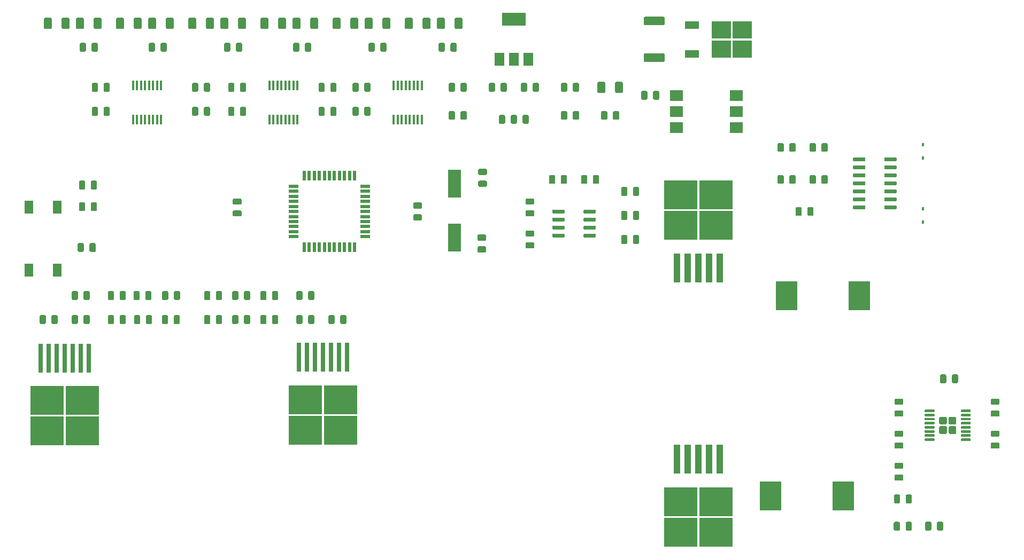
<source format=gbr>
G04 #@! TF.GenerationSoftware,KiCad,Pcbnew,(5.1.5)-3*
G04 #@! TF.CreationDate,2020-07-01T12:57:24+02:00*
G04 #@! TF.ProjectId,GarageDoorControl,47617261-6765-4446-9f6f-72436f6e7472,rev?*
G04 #@! TF.SameCoordinates,Original*
G04 #@! TF.FileFunction,Paste,Top*
G04 #@! TF.FilePolarity,Positive*
%FSLAX46Y46*%
G04 Gerber Fmt 4.6, Leading zero omitted, Abs format (unit mm)*
G04 Created by KiCad (PCBNEW (5.1.5)-3) date 2020-07-01 12:57:24*
%MOMM*%
%LPD*%
G04 APERTURE LIST*
%ADD10R,2.000000X4.500000*%
%ADD11C,0.100000*%
%ADD12R,2.200000X1.200000*%
%ADD13R,3.050000X2.750000*%
%ADD14R,3.500000X4.600000*%
%ADD15R,1.400000X2.100000*%
%ADD16R,1.100000X4.600000*%
%ADD17R,5.250000X4.550000*%
%ADD18R,2.000000X1.780000*%
%ADD19R,0.406400X1.600200*%
%ADD20R,0.450000X0.600000*%
%ADD21R,0.800000X4.600000*%
%ADD22R,1.500000X0.550000*%
%ADD23R,0.550000X1.500000*%
%ADD24R,3.800000X2.000000*%
%ADD25R,1.500000X2.000000*%
G04 APERTURE END LIST*
D10*
X159512000Y-100008000D03*
X159512000Y-91508000D03*
D11*
G36*
X237234505Y-128441205D02*
G01*
X237258774Y-128444805D01*
X237282572Y-128450766D01*
X237305672Y-128459031D01*
X237327850Y-128469521D01*
X237348894Y-128482134D01*
X237368599Y-128496748D01*
X237386778Y-128513224D01*
X237403254Y-128531403D01*
X237417868Y-128551108D01*
X237430481Y-128572152D01*
X237440971Y-128594330D01*
X237449236Y-128617430D01*
X237455197Y-128641228D01*
X237458797Y-128665497D01*
X237460001Y-128690001D01*
X237460001Y-129400001D01*
X237458797Y-129424505D01*
X237455197Y-129448774D01*
X237449236Y-129472572D01*
X237440971Y-129495672D01*
X237430481Y-129517850D01*
X237417868Y-129538894D01*
X237403254Y-129558599D01*
X237386778Y-129576778D01*
X237368599Y-129593254D01*
X237348894Y-129607868D01*
X237327850Y-129620481D01*
X237305672Y-129630971D01*
X237282572Y-129639236D01*
X237258774Y-129645197D01*
X237234505Y-129648797D01*
X237210001Y-129650001D01*
X236500001Y-129650001D01*
X236475497Y-129648797D01*
X236451228Y-129645197D01*
X236427430Y-129639236D01*
X236404330Y-129630971D01*
X236382152Y-129620481D01*
X236361108Y-129607868D01*
X236341403Y-129593254D01*
X236323224Y-129576778D01*
X236306748Y-129558599D01*
X236292134Y-129538894D01*
X236279521Y-129517850D01*
X236269031Y-129495672D01*
X236260766Y-129472572D01*
X236254805Y-129448774D01*
X236251205Y-129424505D01*
X236250001Y-129400001D01*
X236250001Y-128690001D01*
X236251205Y-128665497D01*
X236254805Y-128641228D01*
X236260766Y-128617430D01*
X236269031Y-128594330D01*
X236279521Y-128572152D01*
X236292134Y-128551108D01*
X236306748Y-128531403D01*
X236323224Y-128513224D01*
X236341403Y-128496748D01*
X236361108Y-128482134D01*
X236382152Y-128469521D01*
X236404330Y-128459031D01*
X236427430Y-128450766D01*
X236451228Y-128444805D01*
X236475497Y-128441205D01*
X236500001Y-128440001D01*
X237210001Y-128440001D01*
X237234505Y-128441205D01*
G37*
G36*
X237234505Y-129941205D02*
G01*
X237258774Y-129944805D01*
X237282572Y-129950766D01*
X237305672Y-129959031D01*
X237327850Y-129969521D01*
X237348894Y-129982134D01*
X237368599Y-129996748D01*
X237386778Y-130013224D01*
X237403254Y-130031403D01*
X237417868Y-130051108D01*
X237430481Y-130072152D01*
X237440971Y-130094330D01*
X237449236Y-130117430D01*
X237455197Y-130141228D01*
X237458797Y-130165497D01*
X237460001Y-130190001D01*
X237460001Y-130900001D01*
X237458797Y-130924505D01*
X237455197Y-130948774D01*
X237449236Y-130972572D01*
X237440971Y-130995672D01*
X237430481Y-131017850D01*
X237417868Y-131038894D01*
X237403254Y-131058599D01*
X237386778Y-131076778D01*
X237368599Y-131093254D01*
X237348894Y-131107868D01*
X237327850Y-131120481D01*
X237305672Y-131130971D01*
X237282572Y-131139236D01*
X237258774Y-131145197D01*
X237234505Y-131148797D01*
X237210001Y-131150001D01*
X236500001Y-131150001D01*
X236475497Y-131148797D01*
X236451228Y-131145197D01*
X236427430Y-131139236D01*
X236404330Y-131130971D01*
X236382152Y-131120481D01*
X236361108Y-131107868D01*
X236341403Y-131093254D01*
X236323224Y-131076778D01*
X236306748Y-131058599D01*
X236292134Y-131038894D01*
X236279521Y-131017850D01*
X236269031Y-130995672D01*
X236260766Y-130972572D01*
X236254805Y-130948774D01*
X236251205Y-130924505D01*
X236250001Y-130900001D01*
X236250001Y-130190001D01*
X236251205Y-130165497D01*
X236254805Y-130141228D01*
X236260766Y-130117430D01*
X236269031Y-130094330D01*
X236279521Y-130072152D01*
X236292134Y-130051108D01*
X236306748Y-130031403D01*
X236323224Y-130013224D01*
X236341403Y-129996748D01*
X236361108Y-129982134D01*
X236382152Y-129969521D01*
X236404330Y-129959031D01*
X236427430Y-129950766D01*
X236451228Y-129944805D01*
X236475497Y-129941205D01*
X236500001Y-129940001D01*
X237210001Y-129940001D01*
X237234505Y-129941205D01*
G37*
G36*
X238734505Y-128441205D02*
G01*
X238758774Y-128444805D01*
X238782572Y-128450766D01*
X238805672Y-128459031D01*
X238827850Y-128469521D01*
X238848894Y-128482134D01*
X238868599Y-128496748D01*
X238886778Y-128513224D01*
X238903254Y-128531403D01*
X238917868Y-128551108D01*
X238930481Y-128572152D01*
X238940971Y-128594330D01*
X238949236Y-128617430D01*
X238955197Y-128641228D01*
X238958797Y-128665497D01*
X238960001Y-128690001D01*
X238960001Y-129400001D01*
X238958797Y-129424505D01*
X238955197Y-129448774D01*
X238949236Y-129472572D01*
X238940971Y-129495672D01*
X238930481Y-129517850D01*
X238917868Y-129538894D01*
X238903254Y-129558599D01*
X238886778Y-129576778D01*
X238868599Y-129593254D01*
X238848894Y-129607868D01*
X238827850Y-129620481D01*
X238805672Y-129630971D01*
X238782572Y-129639236D01*
X238758774Y-129645197D01*
X238734505Y-129648797D01*
X238710001Y-129650001D01*
X238000001Y-129650001D01*
X237975497Y-129648797D01*
X237951228Y-129645197D01*
X237927430Y-129639236D01*
X237904330Y-129630971D01*
X237882152Y-129620481D01*
X237861108Y-129607868D01*
X237841403Y-129593254D01*
X237823224Y-129576778D01*
X237806748Y-129558599D01*
X237792134Y-129538894D01*
X237779521Y-129517850D01*
X237769031Y-129495672D01*
X237760766Y-129472572D01*
X237754805Y-129448774D01*
X237751205Y-129424505D01*
X237750001Y-129400001D01*
X237750001Y-128690001D01*
X237751205Y-128665497D01*
X237754805Y-128641228D01*
X237760766Y-128617430D01*
X237769031Y-128594330D01*
X237779521Y-128572152D01*
X237792134Y-128551108D01*
X237806748Y-128531403D01*
X237823224Y-128513224D01*
X237841403Y-128496748D01*
X237861108Y-128482134D01*
X237882152Y-128469521D01*
X237904330Y-128459031D01*
X237927430Y-128450766D01*
X237951228Y-128444805D01*
X237975497Y-128441205D01*
X238000001Y-128440001D01*
X238710001Y-128440001D01*
X238734505Y-128441205D01*
G37*
G36*
X238734505Y-129941205D02*
G01*
X238758774Y-129944805D01*
X238782572Y-129950766D01*
X238805672Y-129959031D01*
X238827850Y-129969521D01*
X238848894Y-129982134D01*
X238868599Y-129996748D01*
X238886778Y-130013224D01*
X238903254Y-130031403D01*
X238917868Y-130051108D01*
X238930481Y-130072152D01*
X238940971Y-130094330D01*
X238949236Y-130117430D01*
X238955197Y-130141228D01*
X238958797Y-130165497D01*
X238960001Y-130190001D01*
X238960001Y-130900001D01*
X238958797Y-130924505D01*
X238955197Y-130948774D01*
X238949236Y-130972572D01*
X238940971Y-130995672D01*
X238930481Y-131017850D01*
X238917868Y-131038894D01*
X238903254Y-131058599D01*
X238886778Y-131076778D01*
X238868599Y-131093254D01*
X238848894Y-131107868D01*
X238827850Y-131120481D01*
X238805672Y-131130971D01*
X238782572Y-131139236D01*
X238758774Y-131145197D01*
X238734505Y-131148797D01*
X238710001Y-131150001D01*
X238000001Y-131150001D01*
X237975497Y-131148797D01*
X237951228Y-131145197D01*
X237927430Y-131139236D01*
X237904330Y-131130971D01*
X237882152Y-131120481D01*
X237861108Y-131107868D01*
X237841403Y-131093254D01*
X237823224Y-131076778D01*
X237806748Y-131058599D01*
X237792134Y-131038894D01*
X237779521Y-131017850D01*
X237769031Y-130995672D01*
X237760766Y-130972572D01*
X237754805Y-130948774D01*
X237751205Y-130924505D01*
X237750001Y-130900001D01*
X237750001Y-130190001D01*
X237751205Y-130165497D01*
X237754805Y-130141228D01*
X237760766Y-130117430D01*
X237769031Y-130094330D01*
X237779521Y-130072152D01*
X237792134Y-130051108D01*
X237806748Y-130031403D01*
X237823224Y-130013224D01*
X237841403Y-129996748D01*
X237861108Y-129982134D01*
X237882152Y-129969521D01*
X237904330Y-129959031D01*
X237927430Y-129950766D01*
X237951228Y-129944805D01*
X237975497Y-129941205D01*
X238000001Y-129940001D01*
X238710001Y-129940001D01*
X238734505Y-129941205D01*
G37*
G36*
X235414803Y-127320483D02*
G01*
X235424510Y-127321922D01*
X235434029Y-127324307D01*
X235443269Y-127327613D01*
X235452141Y-127331809D01*
X235460558Y-127336854D01*
X235468440Y-127342700D01*
X235475712Y-127349290D01*
X235482302Y-127356562D01*
X235488148Y-127364444D01*
X235493193Y-127372861D01*
X235497389Y-127381733D01*
X235500695Y-127390973D01*
X235503080Y-127400492D01*
X235504519Y-127410199D01*
X235505001Y-127420001D01*
X235505001Y-127620001D01*
X235504519Y-127629803D01*
X235503080Y-127639510D01*
X235500695Y-127649029D01*
X235497389Y-127658269D01*
X235493193Y-127667141D01*
X235488148Y-127675558D01*
X235482302Y-127683440D01*
X235475712Y-127690712D01*
X235468440Y-127697302D01*
X235460558Y-127703148D01*
X235452141Y-127708193D01*
X235443269Y-127712389D01*
X235434029Y-127715695D01*
X235424510Y-127718080D01*
X235414803Y-127719519D01*
X235405001Y-127720001D01*
X234055001Y-127720001D01*
X234045199Y-127719519D01*
X234035492Y-127718080D01*
X234025973Y-127715695D01*
X234016733Y-127712389D01*
X234007861Y-127708193D01*
X233999444Y-127703148D01*
X233991562Y-127697302D01*
X233984290Y-127690712D01*
X233977700Y-127683440D01*
X233971854Y-127675558D01*
X233966809Y-127667141D01*
X233962613Y-127658269D01*
X233959307Y-127649029D01*
X233956922Y-127639510D01*
X233955483Y-127629803D01*
X233955001Y-127620001D01*
X233955001Y-127420001D01*
X233955483Y-127410199D01*
X233956922Y-127400492D01*
X233959307Y-127390973D01*
X233962613Y-127381733D01*
X233966809Y-127372861D01*
X233971854Y-127364444D01*
X233977700Y-127356562D01*
X233984290Y-127349290D01*
X233991562Y-127342700D01*
X233999444Y-127336854D01*
X234007861Y-127331809D01*
X234016733Y-127327613D01*
X234025973Y-127324307D01*
X234035492Y-127321922D01*
X234045199Y-127320483D01*
X234055001Y-127320001D01*
X235405001Y-127320001D01*
X235414803Y-127320483D01*
G37*
G36*
X235414803Y-127970483D02*
G01*
X235424510Y-127971922D01*
X235434029Y-127974307D01*
X235443269Y-127977613D01*
X235452141Y-127981809D01*
X235460558Y-127986854D01*
X235468440Y-127992700D01*
X235475712Y-127999290D01*
X235482302Y-128006562D01*
X235488148Y-128014444D01*
X235493193Y-128022861D01*
X235497389Y-128031733D01*
X235500695Y-128040973D01*
X235503080Y-128050492D01*
X235504519Y-128060199D01*
X235505001Y-128070001D01*
X235505001Y-128270001D01*
X235504519Y-128279803D01*
X235503080Y-128289510D01*
X235500695Y-128299029D01*
X235497389Y-128308269D01*
X235493193Y-128317141D01*
X235488148Y-128325558D01*
X235482302Y-128333440D01*
X235475712Y-128340712D01*
X235468440Y-128347302D01*
X235460558Y-128353148D01*
X235452141Y-128358193D01*
X235443269Y-128362389D01*
X235434029Y-128365695D01*
X235424510Y-128368080D01*
X235414803Y-128369519D01*
X235405001Y-128370001D01*
X234055001Y-128370001D01*
X234045199Y-128369519D01*
X234035492Y-128368080D01*
X234025973Y-128365695D01*
X234016733Y-128362389D01*
X234007861Y-128358193D01*
X233999444Y-128353148D01*
X233991562Y-128347302D01*
X233984290Y-128340712D01*
X233977700Y-128333440D01*
X233971854Y-128325558D01*
X233966809Y-128317141D01*
X233962613Y-128308269D01*
X233959307Y-128299029D01*
X233956922Y-128289510D01*
X233955483Y-128279803D01*
X233955001Y-128270001D01*
X233955001Y-128070001D01*
X233955483Y-128060199D01*
X233956922Y-128050492D01*
X233959307Y-128040973D01*
X233962613Y-128031733D01*
X233966809Y-128022861D01*
X233971854Y-128014444D01*
X233977700Y-128006562D01*
X233984290Y-127999290D01*
X233991562Y-127992700D01*
X233999444Y-127986854D01*
X234007861Y-127981809D01*
X234016733Y-127977613D01*
X234025973Y-127974307D01*
X234035492Y-127971922D01*
X234045199Y-127970483D01*
X234055001Y-127970001D01*
X235405001Y-127970001D01*
X235414803Y-127970483D01*
G37*
G36*
X235414803Y-128620483D02*
G01*
X235424510Y-128621922D01*
X235434029Y-128624307D01*
X235443269Y-128627613D01*
X235452141Y-128631809D01*
X235460558Y-128636854D01*
X235468440Y-128642700D01*
X235475712Y-128649290D01*
X235482302Y-128656562D01*
X235488148Y-128664444D01*
X235493193Y-128672861D01*
X235497389Y-128681733D01*
X235500695Y-128690973D01*
X235503080Y-128700492D01*
X235504519Y-128710199D01*
X235505001Y-128720001D01*
X235505001Y-128920001D01*
X235504519Y-128929803D01*
X235503080Y-128939510D01*
X235500695Y-128949029D01*
X235497389Y-128958269D01*
X235493193Y-128967141D01*
X235488148Y-128975558D01*
X235482302Y-128983440D01*
X235475712Y-128990712D01*
X235468440Y-128997302D01*
X235460558Y-129003148D01*
X235452141Y-129008193D01*
X235443269Y-129012389D01*
X235434029Y-129015695D01*
X235424510Y-129018080D01*
X235414803Y-129019519D01*
X235405001Y-129020001D01*
X234055001Y-129020001D01*
X234045199Y-129019519D01*
X234035492Y-129018080D01*
X234025973Y-129015695D01*
X234016733Y-129012389D01*
X234007861Y-129008193D01*
X233999444Y-129003148D01*
X233991562Y-128997302D01*
X233984290Y-128990712D01*
X233977700Y-128983440D01*
X233971854Y-128975558D01*
X233966809Y-128967141D01*
X233962613Y-128958269D01*
X233959307Y-128949029D01*
X233956922Y-128939510D01*
X233955483Y-128929803D01*
X233955001Y-128920001D01*
X233955001Y-128720001D01*
X233955483Y-128710199D01*
X233956922Y-128700492D01*
X233959307Y-128690973D01*
X233962613Y-128681733D01*
X233966809Y-128672861D01*
X233971854Y-128664444D01*
X233977700Y-128656562D01*
X233984290Y-128649290D01*
X233991562Y-128642700D01*
X233999444Y-128636854D01*
X234007861Y-128631809D01*
X234016733Y-128627613D01*
X234025973Y-128624307D01*
X234035492Y-128621922D01*
X234045199Y-128620483D01*
X234055001Y-128620001D01*
X235405001Y-128620001D01*
X235414803Y-128620483D01*
G37*
G36*
X235414803Y-129270483D02*
G01*
X235424510Y-129271922D01*
X235434029Y-129274307D01*
X235443269Y-129277613D01*
X235452141Y-129281809D01*
X235460558Y-129286854D01*
X235468440Y-129292700D01*
X235475712Y-129299290D01*
X235482302Y-129306562D01*
X235488148Y-129314444D01*
X235493193Y-129322861D01*
X235497389Y-129331733D01*
X235500695Y-129340973D01*
X235503080Y-129350492D01*
X235504519Y-129360199D01*
X235505001Y-129370001D01*
X235505001Y-129570001D01*
X235504519Y-129579803D01*
X235503080Y-129589510D01*
X235500695Y-129599029D01*
X235497389Y-129608269D01*
X235493193Y-129617141D01*
X235488148Y-129625558D01*
X235482302Y-129633440D01*
X235475712Y-129640712D01*
X235468440Y-129647302D01*
X235460558Y-129653148D01*
X235452141Y-129658193D01*
X235443269Y-129662389D01*
X235434029Y-129665695D01*
X235424510Y-129668080D01*
X235414803Y-129669519D01*
X235405001Y-129670001D01*
X234055001Y-129670001D01*
X234045199Y-129669519D01*
X234035492Y-129668080D01*
X234025973Y-129665695D01*
X234016733Y-129662389D01*
X234007861Y-129658193D01*
X233999444Y-129653148D01*
X233991562Y-129647302D01*
X233984290Y-129640712D01*
X233977700Y-129633440D01*
X233971854Y-129625558D01*
X233966809Y-129617141D01*
X233962613Y-129608269D01*
X233959307Y-129599029D01*
X233956922Y-129589510D01*
X233955483Y-129579803D01*
X233955001Y-129570001D01*
X233955001Y-129370001D01*
X233955483Y-129360199D01*
X233956922Y-129350492D01*
X233959307Y-129340973D01*
X233962613Y-129331733D01*
X233966809Y-129322861D01*
X233971854Y-129314444D01*
X233977700Y-129306562D01*
X233984290Y-129299290D01*
X233991562Y-129292700D01*
X233999444Y-129286854D01*
X234007861Y-129281809D01*
X234016733Y-129277613D01*
X234025973Y-129274307D01*
X234035492Y-129271922D01*
X234045199Y-129270483D01*
X234055001Y-129270001D01*
X235405001Y-129270001D01*
X235414803Y-129270483D01*
G37*
G36*
X235414803Y-129920483D02*
G01*
X235424510Y-129921922D01*
X235434029Y-129924307D01*
X235443269Y-129927613D01*
X235452141Y-129931809D01*
X235460558Y-129936854D01*
X235468440Y-129942700D01*
X235475712Y-129949290D01*
X235482302Y-129956562D01*
X235488148Y-129964444D01*
X235493193Y-129972861D01*
X235497389Y-129981733D01*
X235500695Y-129990973D01*
X235503080Y-130000492D01*
X235504519Y-130010199D01*
X235505001Y-130020001D01*
X235505001Y-130220001D01*
X235504519Y-130229803D01*
X235503080Y-130239510D01*
X235500695Y-130249029D01*
X235497389Y-130258269D01*
X235493193Y-130267141D01*
X235488148Y-130275558D01*
X235482302Y-130283440D01*
X235475712Y-130290712D01*
X235468440Y-130297302D01*
X235460558Y-130303148D01*
X235452141Y-130308193D01*
X235443269Y-130312389D01*
X235434029Y-130315695D01*
X235424510Y-130318080D01*
X235414803Y-130319519D01*
X235405001Y-130320001D01*
X234055001Y-130320001D01*
X234045199Y-130319519D01*
X234035492Y-130318080D01*
X234025973Y-130315695D01*
X234016733Y-130312389D01*
X234007861Y-130308193D01*
X233999444Y-130303148D01*
X233991562Y-130297302D01*
X233984290Y-130290712D01*
X233977700Y-130283440D01*
X233971854Y-130275558D01*
X233966809Y-130267141D01*
X233962613Y-130258269D01*
X233959307Y-130249029D01*
X233956922Y-130239510D01*
X233955483Y-130229803D01*
X233955001Y-130220001D01*
X233955001Y-130020001D01*
X233955483Y-130010199D01*
X233956922Y-130000492D01*
X233959307Y-129990973D01*
X233962613Y-129981733D01*
X233966809Y-129972861D01*
X233971854Y-129964444D01*
X233977700Y-129956562D01*
X233984290Y-129949290D01*
X233991562Y-129942700D01*
X233999444Y-129936854D01*
X234007861Y-129931809D01*
X234016733Y-129927613D01*
X234025973Y-129924307D01*
X234035492Y-129921922D01*
X234045199Y-129920483D01*
X234055001Y-129920001D01*
X235405001Y-129920001D01*
X235414803Y-129920483D01*
G37*
G36*
X235414803Y-130570483D02*
G01*
X235424510Y-130571922D01*
X235434029Y-130574307D01*
X235443269Y-130577613D01*
X235452141Y-130581809D01*
X235460558Y-130586854D01*
X235468440Y-130592700D01*
X235475712Y-130599290D01*
X235482302Y-130606562D01*
X235488148Y-130614444D01*
X235493193Y-130622861D01*
X235497389Y-130631733D01*
X235500695Y-130640973D01*
X235503080Y-130650492D01*
X235504519Y-130660199D01*
X235505001Y-130670001D01*
X235505001Y-130870001D01*
X235504519Y-130879803D01*
X235503080Y-130889510D01*
X235500695Y-130899029D01*
X235497389Y-130908269D01*
X235493193Y-130917141D01*
X235488148Y-130925558D01*
X235482302Y-130933440D01*
X235475712Y-130940712D01*
X235468440Y-130947302D01*
X235460558Y-130953148D01*
X235452141Y-130958193D01*
X235443269Y-130962389D01*
X235434029Y-130965695D01*
X235424510Y-130968080D01*
X235414803Y-130969519D01*
X235405001Y-130970001D01*
X234055001Y-130970001D01*
X234045199Y-130969519D01*
X234035492Y-130968080D01*
X234025973Y-130965695D01*
X234016733Y-130962389D01*
X234007861Y-130958193D01*
X233999444Y-130953148D01*
X233991562Y-130947302D01*
X233984290Y-130940712D01*
X233977700Y-130933440D01*
X233971854Y-130925558D01*
X233966809Y-130917141D01*
X233962613Y-130908269D01*
X233959307Y-130899029D01*
X233956922Y-130889510D01*
X233955483Y-130879803D01*
X233955001Y-130870001D01*
X233955001Y-130670001D01*
X233955483Y-130660199D01*
X233956922Y-130650492D01*
X233959307Y-130640973D01*
X233962613Y-130631733D01*
X233966809Y-130622861D01*
X233971854Y-130614444D01*
X233977700Y-130606562D01*
X233984290Y-130599290D01*
X233991562Y-130592700D01*
X233999444Y-130586854D01*
X234007861Y-130581809D01*
X234016733Y-130577613D01*
X234025973Y-130574307D01*
X234035492Y-130571922D01*
X234045199Y-130570483D01*
X234055001Y-130570001D01*
X235405001Y-130570001D01*
X235414803Y-130570483D01*
G37*
G36*
X235414803Y-131220483D02*
G01*
X235424510Y-131221922D01*
X235434029Y-131224307D01*
X235443269Y-131227613D01*
X235452141Y-131231809D01*
X235460558Y-131236854D01*
X235468440Y-131242700D01*
X235475712Y-131249290D01*
X235482302Y-131256562D01*
X235488148Y-131264444D01*
X235493193Y-131272861D01*
X235497389Y-131281733D01*
X235500695Y-131290973D01*
X235503080Y-131300492D01*
X235504519Y-131310199D01*
X235505001Y-131320001D01*
X235505001Y-131520001D01*
X235504519Y-131529803D01*
X235503080Y-131539510D01*
X235500695Y-131549029D01*
X235497389Y-131558269D01*
X235493193Y-131567141D01*
X235488148Y-131575558D01*
X235482302Y-131583440D01*
X235475712Y-131590712D01*
X235468440Y-131597302D01*
X235460558Y-131603148D01*
X235452141Y-131608193D01*
X235443269Y-131612389D01*
X235434029Y-131615695D01*
X235424510Y-131618080D01*
X235414803Y-131619519D01*
X235405001Y-131620001D01*
X234055001Y-131620001D01*
X234045199Y-131619519D01*
X234035492Y-131618080D01*
X234025973Y-131615695D01*
X234016733Y-131612389D01*
X234007861Y-131608193D01*
X233999444Y-131603148D01*
X233991562Y-131597302D01*
X233984290Y-131590712D01*
X233977700Y-131583440D01*
X233971854Y-131575558D01*
X233966809Y-131567141D01*
X233962613Y-131558269D01*
X233959307Y-131549029D01*
X233956922Y-131539510D01*
X233955483Y-131529803D01*
X233955001Y-131520001D01*
X233955001Y-131320001D01*
X233955483Y-131310199D01*
X233956922Y-131300492D01*
X233959307Y-131290973D01*
X233962613Y-131281733D01*
X233966809Y-131272861D01*
X233971854Y-131264444D01*
X233977700Y-131256562D01*
X233984290Y-131249290D01*
X233991562Y-131242700D01*
X233999444Y-131236854D01*
X234007861Y-131231809D01*
X234016733Y-131227613D01*
X234025973Y-131224307D01*
X234035492Y-131221922D01*
X234045199Y-131220483D01*
X234055001Y-131220001D01*
X235405001Y-131220001D01*
X235414803Y-131220483D01*
G37*
G36*
X235414803Y-131870483D02*
G01*
X235424510Y-131871922D01*
X235434029Y-131874307D01*
X235443269Y-131877613D01*
X235452141Y-131881809D01*
X235460558Y-131886854D01*
X235468440Y-131892700D01*
X235475712Y-131899290D01*
X235482302Y-131906562D01*
X235488148Y-131914444D01*
X235493193Y-131922861D01*
X235497389Y-131931733D01*
X235500695Y-131940973D01*
X235503080Y-131950492D01*
X235504519Y-131960199D01*
X235505001Y-131970001D01*
X235505001Y-132170001D01*
X235504519Y-132179803D01*
X235503080Y-132189510D01*
X235500695Y-132199029D01*
X235497389Y-132208269D01*
X235493193Y-132217141D01*
X235488148Y-132225558D01*
X235482302Y-132233440D01*
X235475712Y-132240712D01*
X235468440Y-132247302D01*
X235460558Y-132253148D01*
X235452141Y-132258193D01*
X235443269Y-132262389D01*
X235434029Y-132265695D01*
X235424510Y-132268080D01*
X235414803Y-132269519D01*
X235405001Y-132270001D01*
X234055001Y-132270001D01*
X234045199Y-132269519D01*
X234035492Y-132268080D01*
X234025973Y-132265695D01*
X234016733Y-132262389D01*
X234007861Y-132258193D01*
X233999444Y-132253148D01*
X233991562Y-132247302D01*
X233984290Y-132240712D01*
X233977700Y-132233440D01*
X233971854Y-132225558D01*
X233966809Y-132217141D01*
X233962613Y-132208269D01*
X233959307Y-132199029D01*
X233956922Y-132189510D01*
X233955483Y-132179803D01*
X233955001Y-132170001D01*
X233955001Y-131970001D01*
X233955483Y-131960199D01*
X233956922Y-131950492D01*
X233959307Y-131940973D01*
X233962613Y-131931733D01*
X233966809Y-131922861D01*
X233971854Y-131914444D01*
X233977700Y-131906562D01*
X233984290Y-131899290D01*
X233991562Y-131892700D01*
X233999444Y-131886854D01*
X234007861Y-131881809D01*
X234016733Y-131877613D01*
X234025973Y-131874307D01*
X234035492Y-131871922D01*
X234045199Y-131870483D01*
X234055001Y-131870001D01*
X235405001Y-131870001D01*
X235414803Y-131870483D01*
G37*
G36*
X241164803Y-131870483D02*
G01*
X241174510Y-131871922D01*
X241184029Y-131874307D01*
X241193269Y-131877613D01*
X241202141Y-131881809D01*
X241210558Y-131886854D01*
X241218440Y-131892700D01*
X241225712Y-131899290D01*
X241232302Y-131906562D01*
X241238148Y-131914444D01*
X241243193Y-131922861D01*
X241247389Y-131931733D01*
X241250695Y-131940973D01*
X241253080Y-131950492D01*
X241254519Y-131960199D01*
X241255001Y-131970001D01*
X241255001Y-132170001D01*
X241254519Y-132179803D01*
X241253080Y-132189510D01*
X241250695Y-132199029D01*
X241247389Y-132208269D01*
X241243193Y-132217141D01*
X241238148Y-132225558D01*
X241232302Y-132233440D01*
X241225712Y-132240712D01*
X241218440Y-132247302D01*
X241210558Y-132253148D01*
X241202141Y-132258193D01*
X241193269Y-132262389D01*
X241184029Y-132265695D01*
X241174510Y-132268080D01*
X241164803Y-132269519D01*
X241155001Y-132270001D01*
X239805001Y-132270001D01*
X239795199Y-132269519D01*
X239785492Y-132268080D01*
X239775973Y-132265695D01*
X239766733Y-132262389D01*
X239757861Y-132258193D01*
X239749444Y-132253148D01*
X239741562Y-132247302D01*
X239734290Y-132240712D01*
X239727700Y-132233440D01*
X239721854Y-132225558D01*
X239716809Y-132217141D01*
X239712613Y-132208269D01*
X239709307Y-132199029D01*
X239706922Y-132189510D01*
X239705483Y-132179803D01*
X239705001Y-132170001D01*
X239705001Y-131970001D01*
X239705483Y-131960199D01*
X239706922Y-131950492D01*
X239709307Y-131940973D01*
X239712613Y-131931733D01*
X239716809Y-131922861D01*
X239721854Y-131914444D01*
X239727700Y-131906562D01*
X239734290Y-131899290D01*
X239741562Y-131892700D01*
X239749444Y-131886854D01*
X239757861Y-131881809D01*
X239766733Y-131877613D01*
X239775973Y-131874307D01*
X239785492Y-131871922D01*
X239795199Y-131870483D01*
X239805001Y-131870001D01*
X241155001Y-131870001D01*
X241164803Y-131870483D01*
G37*
G36*
X241164803Y-131220483D02*
G01*
X241174510Y-131221922D01*
X241184029Y-131224307D01*
X241193269Y-131227613D01*
X241202141Y-131231809D01*
X241210558Y-131236854D01*
X241218440Y-131242700D01*
X241225712Y-131249290D01*
X241232302Y-131256562D01*
X241238148Y-131264444D01*
X241243193Y-131272861D01*
X241247389Y-131281733D01*
X241250695Y-131290973D01*
X241253080Y-131300492D01*
X241254519Y-131310199D01*
X241255001Y-131320001D01*
X241255001Y-131520001D01*
X241254519Y-131529803D01*
X241253080Y-131539510D01*
X241250695Y-131549029D01*
X241247389Y-131558269D01*
X241243193Y-131567141D01*
X241238148Y-131575558D01*
X241232302Y-131583440D01*
X241225712Y-131590712D01*
X241218440Y-131597302D01*
X241210558Y-131603148D01*
X241202141Y-131608193D01*
X241193269Y-131612389D01*
X241184029Y-131615695D01*
X241174510Y-131618080D01*
X241164803Y-131619519D01*
X241155001Y-131620001D01*
X239805001Y-131620001D01*
X239795199Y-131619519D01*
X239785492Y-131618080D01*
X239775973Y-131615695D01*
X239766733Y-131612389D01*
X239757861Y-131608193D01*
X239749444Y-131603148D01*
X239741562Y-131597302D01*
X239734290Y-131590712D01*
X239727700Y-131583440D01*
X239721854Y-131575558D01*
X239716809Y-131567141D01*
X239712613Y-131558269D01*
X239709307Y-131549029D01*
X239706922Y-131539510D01*
X239705483Y-131529803D01*
X239705001Y-131520001D01*
X239705001Y-131320001D01*
X239705483Y-131310199D01*
X239706922Y-131300492D01*
X239709307Y-131290973D01*
X239712613Y-131281733D01*
X239716809Y-131272861D01*
X239721854Y-131264444D01*
X239727700Y-131256562D01*
X239734290Y-131249290D01*
X239741562Y-131242700D01*
X239749444Y-131236854D01*
X239757861Y-131231809D01*
X239766733Y-131227613D01*
X239775973Y-131224307D01*
X239785492Y-131221922D01*
X239795199Y-131220483D01*
X239805001Y-131220001D01*
X241155001Y-131220001D01*
X241164803Y-131220483D01*
G37*
G36*
X241164803Y-130570483D02*
G01*
X241174510Y-130571922D01*
X241184029Y-130574307D01*
X241193269Y-130577613D01*
X241202141Y-130581809D01*
X241210558Y-130586854D01*
X241218440Y-130592700D01*
X241225712Y-130599290D01*
X241232302Y-130606562D01*
X241238148Y-130614444D01*
X241243193Y-130622861D01*
X241247389Y-130631733D01*
X241250695Y-130640973D01*
X241253080Y-130650492D01*
X241254519Y-130660199D01*
X241255001Y-130670001D01*
X241255001Y-130870001D01*
X241254519Y-130879803D01*
X241253080Y-130889510D01*
X241250695Y-130899029D01*
X241247389Y-130908269D01*
X241243193Y-130917141D01*
X241238148Y-130925558D01*
X241232302Y-130933440D01*
X241225712Y-130940712D01*
X241218440Y-130947302D01*
X241210558Y-130953148D01*
X241202141Y-130958193D01*
X241193269Y-130962389D01*
X241184029Y-130965695D01*
X241174510Y-130968080D01*
X241164803Y-130969519D01*
X241155001Y-130970001D01*
X239805001Y-130970001D01*
X239795199Y-130969519D01*
X239785492Y-130968080D01*
X239775973Y-130965695D01*
X239766733Y-130962389D01*
X239757861Y-130958193D01*
X239749444Y-130953148D01*
X239741562Y-130947302D01*
X239734290Y-130940712D01*
X239727700Y-130933440D01*
X239721854Y-130925558D01*
X239716809Y-130917141D01*
X239712613Y-130908269D01*
X239709307Y-130899029D01*
X239706922Y-130889510D01*
X239705483Y-130879803D01*
X239705001Y-130870001D01*
X239705001Y-130670001D01*
X239705483Y-130660199D01*
X239706922Y-130650492D01*
X239709307Y-130640973D01*
X239712613Y-130631733D01*
X239716809Y-130622861D01*
X239721854Y-130614444D01*
X239727700Y-130606562D01*
X239734290Y-130599290D01*
X239741562Y-130592700D01*
X239749444Y-130586854D01*
X239757861Y-130581809D01*
X239766733Y-130577613D01*
X239775973Y-130574307D01*
X239785492Y-130571922D01*
X239795199Y-130570483D01*
X239805001Y-130570001D01*
X241155001Y-130570001D01*
X241164803Y-130570483D01*
G37*
G36*
X241164803Y-129920483D02*
G01*
X241174510Y-129921922D01*
X241184029Y-129924307D01*
X241193269Y-129927613D01*
X241202141Y-129931809D01*
X241210558Y-129936854D01*
X241218440Y-129942700D01*
X241225712Y-129949290D01*
X241232302Y-129956562D01*
X241238148Y-129964444D01*
X241243193Y-129972861D01*
X241247389Y-129981733D01*
X241250695Y-129990973D01*
X241253080Y-130000492D01*
X241254519Y-130010199D01*
X241255001Y-130020001D01*
X241255001Y-130220001D01*
X241254519Y-130229803D01*
X241253080Y-130239510D01*
X241250695Y-130249029D01*
X241247389Y-130258269D01*
X241243193Y-130267141D01*
X241238148Y-130275558D01*
X241232302Y-130283440D01*
X241225712Y-130290712D01*
X241218440Y-130297302D01*
X241210558Y-130303148D01*
X241202141Y-130308193D01*
X241193269Y-130312389D01*
X241184029Y-130315695D01*
X241174510Y-130318080D01*
X241164803Y-130319519D01*
X241155001Y-130320001D01*
X239805001Y-130320001D01*
X239795199Y-130319519D01*
X239785492Y-130318080D01*
X239775973Y-130315695D01*
X239766733Y-130312389D01*
X239757861Y-130308193D01*
X239749444Y-130303148D01*
X239741562Y-130297302D01*
X239734290Y-130290712D01*
X239727700Y-130283440D01*
X239721854Y-130275558D01*
X239716809Y-130267141D01*
X239712613Y-130258269D01*
X239709307Y-130249029D01*
X239706922Y-130239510D01*
X239705483Y-130229803D01*
X239705001Y-130220001D01*
X239705001Y-130020001D01*
X239705483Y-130010199D01*
X239706922Y-130000492D01*
X239709307Y-129990973D01*
X239712613Y-129981733D01*
X239716809Y-129972861D01*
X239721854Y-129964444D01*
X239727700Y-129956562D01*
X239734290Y-129949290D01*
X239741562Y-129942700D01*
X239749444Y-129936854D01*
X239757861Y-129931809D01*
X239766733Y-129927613D01*
X239775973Y-129924307D01*
X239785492Y-129921922D01*
X239795199Y-129920483D01*
X239805001Y-129920001D01*
X241155001Y-129920001D01*
X241164803Y-129920483D01*
G37*
G36*
X241164803Y-129270483D02*
G01*
X241174510Y-129271922D01*
X241184029Y-129274307D01*
X241193269Y-129277613D01*
X241202141Y-129281809D01*
X241210558Y-129286854D01*
X241218440Y-129292700D01*
X241225712Y-129299290D01*
X241232302Y-129306562D01*
X241238148Y-129314444D01*
X241243193Y-129322861D01*
X241247389Y-129331733D01*
X241250695Y-129340973D01*
X241253080Y-129350492D01*
X241254519Y-129360199D01*
X241255001Y-129370001D01*
X241255001Y-129570001D01*
X241254519Y-129579803D01*
X241253080Y-129589510D01*
X241250695Y-129599029D01*
X241247389Y-129608269D01*
X241243193Y-129617141D01*
X241238148Y-129625558D01*
X241232302Y-129633440D01*
X241225712Y-129640712D01*
X241218440Y-129647302D01*
X241210558Y-129653148D01*
X241202141Y-129658193D01*
X241193269Y-129662389D01*
X241184029Y-129665695D01*
X241174510Y-129668080D01*
X241164803Y-129669519D01*
X241155001Y-129670001D01*
X239805001Y-129670001D01*
X239795199Y-129669519D01*
X239785492Y-129668080D01*
X239775973Y-129665695D01*
X239766733Y-129662389D01*
X239757861Y-129658193D01*
X239749444Y-129653148D01*
X239741562Y-129647302D01*
X239734290Y-129640712D01*
X239727700Y-129633440D01*
X239721854Y-129625558D01*
X239716809Y-129617141D01*
X239712613Y-129608269D01*
X239709307Y-129599029D01*
X239706922Y-129589510D01*
X239705483Y-129579803D01*
X239705001Y-129570001D01*
X239705001Y-129370001D01*
X239705483Y-129360199D01*
X239706922Y-129350492D01*
X239709307Y-129340973D01*
X239712613Y-129331733D01*
X239716809Y-129322861D01*
X239721854Y-129314444D01*
X239727700Y-129306562D01*
X239734290Y-129299290D01*
X239741562Y-129292700D01*
X239749444Y-129286854D01*
X239757861Y-129281809D01*
X239766733Y-129277613D01*
X239775973Y-129274307D01*
X239785492Y-129271922D01*
X239795199Y-129270483D01*
X239805001Y-129270001D01*
X241155001Y-129270001D01*
X241164803Y-129270483D01*
G37*
G36*
X241164803Y-128620483D02*
G01*
X241174510Y-128621922D01*
X241184029Y-128624307D01*
X241193269Y-128627613D01*
X241202141Y-128631809D01*
X241210558Y-128636854D01*
X241218440Y-128642700D01*
X241225712Y-128649290D01*
X241232302Y-128656562D01*
X241238148Y-128664444D01*
X241243193Y-128672861D01*
X241247389Y-128681733D01*
X241250695Y-128690973D01*
X241253080Y-128700492D01*
X241254519Y-128710199D01*
X241255001Y-128720001D01*
X241255001Y-128920001D01*
X241254519Y-128929803D01*
X241253080Y-128939510D01*
X241250695Y-128949029D01*
X241247389Y-128958269D01*
X241243193Y-128967141D01*
X241238148Y-128975558D01*
X241232302Y-128983440D01*
X241225712Y-128990712D01*
X241218440Y-128997302D01*
X241210558Y-129003148D01*
X241202141Y-129008193D01*
X241193269Y-129012389D01*
X241184029Y-129015695D01*
X241174510Y-129018080D01*
X241164803Y-129019519D01*
X241155001Y-129020001D01*
X239805001Y-129020001D01*
X239795199Y-129019519D01*
X239785492Y-129018080D01*
X239775973Y-129015695D01*
X239766733Y-129012389D01*
X239757861Y-129008193D01*
X239749444Y-129003148D01*
X239741562Y-128997302D01*
X239734290Y-128990712D01*
X239727700Y-128983440D01*
X239721854Y-128975558D01*
X239716809Y-128967141D01*
X239712613Y-128958269D01*
X239709307Y-128949029D01*
X239706922Y-128939510D01*
X239705483Y-128929803D01*
X239705001Y-128920001D01*
X239705001Y-128720001D01*
X239705483Y-128710199D01*
X239706922Y-128700492D01*
X239709307Y-128690973D01*
X239712613Y-128681733D01*
X239716809Y-128672861D01*
X239721854Y-128664444D01*
X239727700Y-128656562D01*
X239734290Y-128649290D01*
X239741562Y-128642700D01*
X239749444Y-128636854D01*
X239757861Y-128631809D01*
X239766733Y-128627613D01*
X239775973Y-128624307D01*
X239785492Y-128621922D01*
X239795199Y-128620483D01*
X239805001Y-128620001D01*
X241155001Y-128620001D01*
X241164803Y-128620483D01*
G37*
G36*
X241164803Y-127970483D02*
G01*
X241174510Y-127971922D01*
X241184029Y-127974307D01*
X241193269Y-127977613D01*
X241202141Y-127981809D01*
X241210558Y-127986854D01*
X241218440Y-127992700D01*
X241225712Y-127999290D01*
X241232302Y-128006562D01*
X241238148Y-128014444D01*
X241243193Y-128022861D01*
X241247389Y-128031733D01*
X241250695Y-128040973D01*
X241253080Y-128050492D01*
X241254519Y-128060199D01*
X241255001Y-128070001D01*
X241255001Y-128270001D01*
X241254519Y-128279803D01*
X241253080Y-128289510D01*
X241250695Y-128299029D01*
X241247389Y-128308269D01*
X241243193Y-128317141D01*
X241238148Y-128325558D01*
X241232302Y-128333440D01*
X241225712Y-128340712D01*
X241218440Y-128347302D01*
X241210558Y-128353148D01*
X241202141Y-128358193D01*
X241193269Y-128362389D01*
X241184029Y-128365695D01*
X241174510Y-128368080D01*
X241164803Y-128369519D01*
X241155001Y-128370001D01*
X239805001Y-128370001D01*
X239795199Y-128369519D01*
X239785492Y-128368080D01*
X239775973Y-128365695D01*
X239766733Y-128362389D01*
X239757861Y-128358193D01*
X239749444Y-128353148D01*
X239741562Y-128347302D01*
X239734290Y-128340712D01*
X239727700Y-128333440D01*
X239721854Y-128325558D01*
X239716809Y-128317141D01*
X239712613Y-128308269D01*
X239709307Y-128299029D01*
X239706922Y-128289510D01*
X239705483Y-128279803D01*
X239705001Y-128270001D01*
X239705001Y-128070001D01*
X239705483Y-128060199D01*
X239706922Y-128050492D01*
X239709307Y-128040973D01*
X239712613Y-128031733D01*
X239716809Y-128022861D01*
X239721854Y-128014444D01*
X239727700Y-128006562D01*
X239734290Y-127999290D01*
X239741562Y-127992700D01*
X239749444Y-127986854D01*
X239757861Y-127981809D01*
X239766733Y-127977613D01*
X239775973Y-127974307D01*
X239785492Y-127971922D01*
X239795199Y-127970483D01*
X239805001Y-127970001D01*
X241155001Y-127970001D01*
X241164803Y-127970483D01*
G37*
G36*
X241164803Y-127320483D02*
G01*
X241174510Y-127321922D01*
X241184029Y-127324307D01*
X241193269Y-127327613D01*
X241202141Y-127331809D01*
X241210558Y-127336854D01*
X241218440Y-127342700D01*
X241225712Y-127349290D01*
X241232302Y-127356562D01*
X241238148Y-127364444D01*
X241243193Y-127372861D01*
X241247389Y-127381733D01*
X241250695Y-127390973D01*
X241253080Y-127400492D01*
X241254519Y-127410199D01*
X241255001Y-127420001D01*
X241255001Y-127620001D01*
X241254519Y-127629803D01*
X241253080Y-127639510D01*
X241250695Y-127649029D01*
X241247389Y-127658269D01*
X241243193Y-127667141D01*
X241238148Y-127675558D01*
X241232302Y-127683440D01*
X241225712Y-127690712D01*
X241218440Y-127697302D01*
X241210558Y-127703148D01*
X241202141Y-127708193D01*
X241193269Y-127712389D01*
X241184029Y-127715695D01*
X241174510Y-127718080D01*
X241164803Y-127719519D01*
X241155001Y-127720001D01*
X239805001Y-127720001D01*
X239795199Y-127719519D01*
X239785492Y-127718080D01*
X239775973Y-127715695D01*
X239766733Y-127712389D01*
X239757861Y-127708193D01*
X239749444Y-127703148D01*
X239741562Y-127697302D01*
X239734290Y-127690712D01*
X239727700Y-127683440D01*
X239721854Y-127675558D01*
X239716809Y-127667141D01*
X239712613Y-127658269D01*
X239709307Y-127649029D01*
X239706922Y-127639510D01*
X239705483Y-127629803D01*
X239705001Y-127620001D01*
X239705001Y-127420001D01*
X239705483Y-127410199D01*
X239706922Y-127400492D01*
X239709307Y-127390973D01*
X239712613Y-127381733D01*
X239716809Y-127372861D01*
X239721854Y-127364444D01*
X239727700Y-127356562D01*
X239734290Y-127349290D01*
X239741562Y-127342700D01*
X239749444Y-127336854D01*
X239757861Y-127331809D01*
X239766733Y-127327613D01*
X239775973Y-127324307D01*
X239785492Y-127321922D01*
X239795199Y-127320483D01*
X239805001Y-127320001D01*
X241155001Y-127320001D01*
X241164803Y-127320483D01*
G37*
G36*
X102472642Y-100901174D02*
G01*
X102496303Y-100904684D01*
X102519507Y-100910496D01*
X102542029Y-100918554D01*
X102563653Y-100928782D01*
X102584170Y-100941079D01*
X102603383Y-100955329D01*
X102621107Y-100971393D01*
X102637171Y-100989117D01*
X102651421Y-101008330D01*
X102663718Y-101028847D01*
X102673946Y-101050471D01*
X102682004Y-101072993D01*
X102687816Y-101096197D01*
X102691326Y-101119858D01*
X102692500Y-101143750D01*
X102692500Y-102056250D01*
X102691326Y-102080142D01*
X102687816Y-102103803D01*
X102682004Y-102127007D01*
X102673946Y-102149529D01*
X102663718Y-102171153D01*
X102651421Y-102191670D01*
X102637171Y-102210883D01*
X102621107Y-102228607D01*
X102603383Y-102244671D01*
X102584170Y-102258921D01*
X102563653Y-102271218D01*
X102542029Y-102281446D01*
X102519507Y-102289504D01*
X102496303Y-102295316D01*
X102472642Y-102298826D01*
X102448750Y-102300000D01*
X101961250Y-102300000D01*
X101937358Y-102298826D01*
X101913697Y-102295316D01*
X101890493Y-102289504D01*
X101867971Y-102281446D01*
X101846347Y-102271218D01*
X101825830Y-102258921D01*
X101806617Y-102244671D01*
X101788893Y-102228607D01*
X101772829Y-102210883D01*
X101758579Y-102191670D01*
X101746282Y-102171153D01*
X101736054Y-102149529D01*
X101727996Y-102127007D01*
X101722184Y-102103803D01*
X101718674Y-102080142D01*
X101717500Y-102056250D01*
X101717500Y-101143750D01*
X101718674Y-101119858D01*
X101722184Y-101096197D01*
X101727996Y-101072993D01*
X101736054Y-101050471D01*
X101746282Y-101028847D01*
X101758579Y-101008330D01*
X101772829Y-100989117D01*
X101788893Y-100971393D01*
X101806617Y-100955329D01*
X101825830Y-100941079D01*
X101846347Y-100928782D01*
X101867971Y-100918554D01*
X101890493Y-100910496D01*
X101913697Y-100904684D01*
X101937358Y-100901174D01*
X101961250Y-100900000D01*
X102448750Y-100900000D01*
X102472642Y-100901174D01*
G37*
G36*
X100597642Y-100901174D02*
G01*
X100621303Y-100904684D01*
X100644507Y-100910496D01*
X100667029Y-100918554D01*
X100688653Y-100928782D01*
X100709170Y-100941079D01*
X100728383Y-100955329D01*
X100746107Y-100971393D01*
X100762171Y-100989117D01*
X100776421Y-101008330D01*
X100788718Y-101028847D01*
X100798946Y-101050471D01*
X100807004Y-101072993D01*
X100812816Y-101096197D01*
X100816326Y-101119858D01*
X100817500Y-101143750D01*
X100817500Y-102056250D01*
X100816326Y-102080142D01*
X100812816Y-102103803D01*
X100807004Y-102127007D01*
X100798946Y-102149529D01*
X100788718Y-102171153D01*
X100776421Y-102191670D01*
X100762171Y-102210883D01*
X100746107Y-102228607D01*
X100728383Y-102244671D01*
X100709170Y-102258921D01*
X100688653Y-102271218D01*
X100667029Y-102281446D01*
X100644507Y-102289504D01*
X100621303Y-102295316D01*
X100597642Y-102298826D01*
X100573750Y-102300000D01*
X100086250Y-102300000D01*
X100062358Y-102298826D01*
X100038697Y-102295316D01*
X100015493Y-102289504D01*
X99992971Y-102281446D01*
X99971347Y-102271218D01*
X99950830Y-102258921D01*
X99931617Y-102244671D01*
X99913893Y-102228607D01*
X99897829Y-102210883D01*
X99883579Y-102191670D01*
X99871282Y-102171153D01*
X99861054Y-102149529D01*
X99852996Y-102127007D01*
X99847184Y-102103803D01*
X99843674Y-102080142D01*
X99842500Y-102056250D01*
X99842500Y-101143750D01*
X99843674Y-101119858D01*
X99847184Y-101096197D01*
X99852996Y-101072993D01*
X99861054Y-101050471D01*
X99871282Y-101028847D01*
X99883579Y-101008330D01*
X99897829Y-100989117D01*
X99913893Y-100971393D01*
X99931617Y-100955329D01*
X99950830Y-100941079D01*
X99971347Y-100928782D01*
X99992971Y-100918554D01*
X100015493Y-100910496D01*
X100038697Y-100904684D01*
X100062358Y-100901174D01*
X100086250Y-100900000D01*
X100573750Y-100900000D01*
X100597642Y-100901174D01*
G37*
G36*
X164310142Y-99541174D02*
G01*
X164333803Y-99544684D01*
X164357007Y-99550496D01*
X164379529Y-99558554D01*
X164401153Y-99568782D01*
X164421670Y-99581079D01*
X164440883Y-99595329D01*
X164458607Y-99611393D01*
X164474671Y-99629117D01*
X164488921Y-99648330D01*
X164501218Y-99668847D01*
X164511446Y-99690471D01*
X164519504Y-99712993D01*
X164525316Y-99736197D01*
X164528826Y-99759858D01*
X164530000Y-99783750D01*
X164530000Y-100271250D01*
X164528826Y-100295142D01*
X164525316Y-100318803D01*
X164519504Y-100342007D01*
X164511446Y-100364529D01*
X164501218Y-100386153D01*
X164488921Y-100406670D01*
X164474671Y-100425883D01*
X164458607Y-100443607D01*
X164440883Y-100459671D01*
X164421670Y-100473921D01*
X164401153Y-100486218D01*
X164379529Y-100496446D01*
X164357007Y-100504504D01*
X164333803Y-100510316D01*
X164310142Y-100513826D01*
X164286250Y-100515000D01*
X163373750Y-100515000D01*
X163349858Y-100513826D01*
X163326197Y-100510316D01*
X163302993Y-100504504D01*
X163280471Y-100496446D01*
X163258847Y-100486218D01*
X163238330Y-100473921D01*
X163219117Y-100459671D01*
X163201393Y-100443607D01*
X163185329Y-100425883D01*
X163171079Y-100406670D01*
X163158782Y-100386153D01*
X163148554Y-100364529D01*
X163140496Y-100342007D01*
X163134684Y-100318803D01*
X163131174Y-100295142D01*
X163130000Y-100271250D01*
X163130000Y-99783750D01*
X163131174Y-99759858D01*
X163134684Y-99736197D01*
X163140496Y-99712993D01*
X163148554Y-99690471D01*
X163158782Y-99668847D01*
X163171079Y-99648330D01*
X163185329Y-99629117D01*
X163201393Y-99611393D01*
X163219117Y-99595329D01*
X163238330Y-99581079D01*
X163258847Y-99568782D01*
X163280471Y-99558554D01*
X163302993Y-99550496D01*
X163326197Y-99544684D01*
X163349858Y-99541174D01*
X163373750Y-99540000D01*
X164286250Y-99540000D01*
X164310142Y-99541174D01*
G37*
G36*
X164310142Y-101416174D02*
G01*
X164333803Y-101419684D01*
X164357007Y-101425496D01*
X164379529Y-101433554D01*
X164401153Y-101443782D01*
X164421670Y-101456079D01*
X164440883Y-101470329D01*
X164458607Y-101486393D01*
X164474671Y-101504117D01*
X164488921Y-101523330D01*
X164501218Y-101543847D01*
X164511446Y-101565471D01*
X164519504Y-101587993D01*
X164525316Y-101611197D01*
X164528826Y-101634858D01*
X164530000Y-101658750D01*
X164530000Y-102146250D01*
X164528826Y-102170142D01*
X164525316Y-102193803D01*
X164519504Y-102217007D01*
X164511446Y-102239529D01*
X164501218Y-102261153D01*
X164488921Y-102281670D01*
X164474671Y-102300883D01*
X164458607Y-102318607D01*
X164440883Y-102334671D01*
X164421670Y-102348921D01*
X164401153Y-102361218D01*
X164379529Y-102371446D01*
X164357007Y-102379504D01*
X164333803Y-102385316D01*
X164310142Y-102388826D01*
X164286250Y-102390000D01*
X163373750Y-102390000D01*
X163349858Y-102388826D01*
X163326197Y-102385316D01*
X163302993Y-102379504D01*
X163280471Y-102371446D01*
X163258847Y-102361218D01*
X163238330Y-102348921D01*
X163219117Y-102334671D01*
X163201393Y-102318607D01*
X163185329Y-102300883D01*
X163171079Y-102281670D01*
X163158782Y-102261153D01*
X163148554Y-102239529D01*
X163140496Y-102217007D01*
X163134684Y-102193803D01*
X163131174Y-102170142D01*
X163130000Y-102146250D01*
X163130000Y-101658750D01*
X163131174Y-101634858D01*
X163134684Y-101611197D01*
X163140496Y-101587993D01*
X163148554Y-101565471D01*
X163158782Y-101543847D01*
X163171079Y-101523330D01*
X163185329Y-101504117D01*
X163201393Y-101486393D01*
X163219117Y-101470329D01*
X163238330Y-101456079D01*
X163258847Y-101443782D01*
X163280471Y-101433554D01*
X163302993Y-101425496D01*
X163326197Y-101419684D01*
X163349858Y-101416174D01*
X163373750Y-101415000D01*
X164286250Y-101415000D01*
X164310142Y-101416174D01*
G37*
G36*
X164437142Y-89127174D02*
G01*
X164460803Y-89130684D01*
X164484007Y-89136496D01*
X164506529Y-89144554D01*
X164528153Y-89154782D01*
X164548670Y-89167079D01*
X164567883Y-89181329D01*
X164585607Y-89197393D01*
X164601671Y-89215117D01*
X164615921Y-89234330D01*
X164628218Y-89254847D01*
X164638446Y-89276471D01*
X164646504Y-89298993D01*
X164652316Y-89322197D01*
X164655826Y-89345858D01*
X164657000Y-89369750D01*
X164657000Y-89857250D01*
X164655826Y-89881142D01*
X164652316Y-89904803D01*
X164646504Y-89928007D01*
X164638446Y-89950529D01*
X164628218Y-89972153D01*
X164615921Y-89992670D01*
X164601671Y-90011883D01*
X164585607Y-90029607D01*
X164567883Y-90045671D01*
X164548670Y-90059921D01*
X164528153Y-90072218D01*
X164506529Y-90082446D01*
X164484007Y-90090504D01*
X164460803Y-90096316D01*
X164437142Y-90099826D01*
X164413250Y-90101000D01*
X163500750Y-90101000D01*
X163476858Y-90099826D01*
X163453197Y-90096316D01*
X163429993Y-90090504D01*
X163407471Y-90082446D01*
X163385847Y-90072218D01*
X163365330Y-90059921D01*
X163346117Y-90045671D01*
X163328393Y-90029607D01*
X163312329Y-90011883D01*
X163298079Y-89992670D01*
X163285782Y-89972153D01*
X163275554Y-89950529D01*
X163267496Y-89928007D01*
X163261684Y-89904803D01*
X163258174Y-89881142D01*
X163257000Y-89857250D01*
X163257000Y-89369750D01*
X163258174Y-89345858D01*
X163261684Y-89322197D01*
X163267496Y-89298993D01*
X163275554Y-89276471D01*
X163285782Y-89254847D01*
X163298079Y-89234330D01*
X163312329Y-89215117D01*
X163328393Y-89197393D01*
X163346117Y-89181329D01*
X163365330Y-89167079D01*
X163385847Y-89154782D01*
X163407471Y-89144554D01*
X163429993Y-89136496D01*
X163453197Y-89130684D01*
X163476858Y-89127174D01*
X163500750Y-89126000D01*
X164413250Y-89126000D01*
X164437142Y-89127174D01*
G37*
G36*
X164437142Y-91002174D02*
G01*
X164460803Y-91005684D01*
X164484007Y-91011496D01*
X164506529Y-91019554D01*
X164528153Y-91029782D01*
X164548670Y-91042079D01*
X164567883Y-91056329D01*
X164585607Y-91072393D01*
X164601671Y-91090117D01*
X164615921Y-91109330D01*
X164628218Y-91129847D01*
X164638446Y-91151471D01*
X164646504Y-91173993D01*
X164652316Y-91197197D01*
X164655826Y-91220858D01*
X164657000Y-91244750D01*
X164657000Y-91732250D01*
X164655826Y-91756142D01*
X164652316Y-91779803D01*
X164646504Y-91803007D01*
X164638446Y-91825529D01*
X164628218Y-91847153D01*
X164615921Y-91867670D01*
X164601671Y-91886883D01*
X164585607Y-91904607D01*
X164567883Y-91920671D01*
X164548670Y-91934921D01*
X164528153Y-91947218D01*
X164506529Y-91957446D01*
X164484007Y-91965504D01*
X164460803Y-91971316D01*
X164437142Y-91974826D01*
X164413250Y-91976000D01*
X163500750Y-91976000D01*
X163476858Y-91974826D01*
X163453197Y-91971316D01*
X163429993Y-91965504D01*
X163407471Y-91957446D01*
X163385847Y-91947218D01*
X163365330Y-91934921D01*
X163346117Y-91920671D01*
X163328393Y-91904607D01*
X163312329Y-91886883D01*
X163298079Y-91867670D01*
X163285782Y-91847153D01*
X163275554Y-91825529D01*
X163267496Y-91803007D01*
X163261684Y-91779803D01*
X163258174Y-91756142D01*
X163257000Y-91732250D01*
X163257000Y-91244750D01*
X163258174Y-91220858D01*
X163261684Y-91197197D01*
X163267496Y-91173993D01*
X163275554Y-91151471D01*
X163285782Y-91129847D01*
X163298079Y-91109330D01*
X163312329Y-91090117D01*
X163328393Y-91072393D01*
X163346117Y-91056329D01*
X163365330Y-91042079D01*
X163385847Y-91029782D01*
X163407471Y-91019554D01*
X163429993Y-91011496D01*
X163453197Y-91005684D01*
X163476858Y-91002174D01*
X163500750Y-91001000D01*
X164413250Y-91001000D01*
X164437142Y-91002174D01*
G37*
G36*
X154150142Y-96336174D02*
G01*
X154173803Y-96339684D01*
X154197007Y-96345496D01*
X154219529Y-96353554D01*
X154241153Y-96363782D01*
X154261670Y-96376079D01*
X154280883Y-96390329D01*
X154298607Y-96406393D01*
X154314671Y-96424117D01*
X154328921Y-96443330D01*
X154341218Y-96463847D01*
X154351446Y-96485471D01*
X154359504Y-96507993D01*
X154365316Y-96531197D01*
X154368826Y-96554858D01*
X154370000Y-96578750D01*
X154370000Y-97066250D01*
X154368826Y-97090142D01*
X154365316Y-97113803D01*
X154359504Y-97137007D01*
X154351446Y-97159529D01*
X154341218Y-97181153D01*
X154328921Y-97201670D01*
X154314671Y-97220883D01*
X154298607Y-97238607D01*
X154280883Y-97254671D01*
X154261670Y-97268921D01*
X154241153Y-97281218D01*
X154219529Y-97291446D01*
X154197007Y-97299504D01*
X154173803Y-97305316D01*
X154150142Y-97308826D01*
X154126250Y-97310000D01*
X153213750Y-97310000D01*
X153189858Y-97308826D01*
X153166197Y-97305316D01*
X153142993Y-97299504D01*
X153120471Y-97291446D01*
X153098847Y-97281218D01*
X153078330Y-97268921D01*
X153059117Y-97254671D01*
X153041393Y-97238607D01*
X153025329Y-97220883D01*
X153011079Y-97201670D01*
X152998782Y-97181153D01*
X152988554Y-97159529D01*
X152980496Y-97137007D01*
X152974684Y-97113803D01*
X152971174Y-97090142D01*
X152970000Y-97066250D01*
X152970000Y-96578750D01*
X152971174Y-96554858D01*
X152974684Y-96531197D01*
X152980496Y-96507993D01*
X152988554Y-96485471D01*
X152998782Y-96463847D01*
X153011079Y-96443330D01*
X153025329Y-96424117D01*
X153041393Y-96406393D01*
X153059117Y-96390329D01*
X153078330Y-96376079D01*
X153098847Y-96363782D01*
X153120471Y-96353554D01*
X153142993Y-96345496D01*
X153166197Y-96339684D01*
X153189858Y-96336174D01*
X153213750Y-96335000D01*
X154126250Y-96335000D01*
X154150142Y-96336174D01*
G37*
G36*
X154150142Y-94461174D02*
G01*
X154173803Y-94464684D01*
X154197007Y-94470496D01*
X154219529Y-94478554D01*
X154241153Y-94488782D01*
X154261670Y-94501079D01*
X154280883Y-94515329D01*
X154298607Y-94531393D01*
X154314671Y-94549117D01*
X154328921Y-94568330D01*
X154341218Y-94588847D01*
X154351446Y-94610471D01*
X154359504Y-94632993D01*
X154365316Y-94656197D01*
X154368826Y-94679858D01*
X154370000Y-94703750D01*
X154370000Y-95191250D01*
X154368826Y-95215142D01*
X154365316Y-95238803D01*
X154359504Y-95262007D01*
X154351446Y-95284529D01*
X154341218Y-95306153D01*
X154328921Y-95326670D01*
X154314671Y-95345883D01*
X154298607Y-95363607D01*
X154280883Y-95379671D01*
X154261670Y-95393921D01*
X154241153Y-95406218D01*
X154219529Y-95416446D01*
X154197007Y-95424504D01*
X154173803Y-95430316D01*
X154150142Y-95433826D01*
X154126250Y-95435000D01*
X153213750Y-95435000D01*
X153189858Y-95433826D01*
X153166197Y-95430316D01*
X153142993Y-95424504D01*
X153120471Y-95416446D01*
X153098847Y-95406218D01*
X153078330Y-95393921D01*
X153059117Y-95379671D01*
X153041393Y-95363607D01*
X153025329Y-95345883D01*
X153011079Y-95326670D01*
X152998782Y-95306153D01*
X152988554Y-95284529D01*
X152980496Y-95262007D01*
X152974684Y-95238803D01*
X152971174Y-95215142D01*
X152970000Y-95191250D01*
X152970000Y-94703750D01*
X152971174Y-94679858D01*
X152974684Y-94656197D01*
X152980496Y-94632993D01*
X152988554Y-94610471D01*
X152998782Y-94588847D01*
X153011079Y-94568330D01*
X153025329Y-94549117D01*
X153041393Y-94531393D01*
X153059117Y-94515329D01*
X153078330Y-94501079D01*
X153098847Y-94488782D01*
X153120471Y-94478554D01*
X153142993Y-94470496D01*
X153166197Y-94464684D01*
X153189858Y-94461174D01*
X153213750Y-94460000D01*
X154126250Y-94460000D01*
X154150142Y-94461174D01*
G37*
G36*
X159622642Y-69151174D02*
G01*
X159646303Y-69154684D01*
X159669507Y-69160496D01*
X159692029Y-69168554D01*
X159713653Y-69178782D01*
X159734170Y-69191079D01*
X159753383Y-69205329D01*
X159771107Y-69221393D01*
X159787171Y-69239117D01*
X159801421Y-69258330D01*
X159813718Y-69278847D01*
X159823946Y-69300471D01*
X159832004Y-69322993D01*
X159837816Y-69346197D01*
X159841326Y-69369858D01*
X159842500Y-69393750D01*
X159842500Y-70306250D01*
X159841326Y-70330142D01*
X159837816Y-70353803D01*
X159832004Y-70377007D01*
X159823946Y-70399529D01*
X159813718Y-70421153D01*
X159801421Y-70441670D01*
X159787171Y-70460883D01*
X159771107Y-70478607D01*
X159753383Y-70494671D01*
X159734170Y-70508921D01*
X159713653Y-70521218D01*
X159692029Y-70531446D01*
X159669507Y-70539504D01*
X159646303Y-70545316D01*
X159622642Y-70548826D01*
X159598750Y-70550000D01*
X159111250Y-70550000D01*
X159087358Y-70548826D01*
X159063697Y-70545316D01*
X159040493Y-70539504D01*
X159017971Y-70531446D01*
X158996347Y-70521218D01*
X158975830Y-70508921D01*
X158956617Y-70494671D01*
X158938893Y-70478607D01*
X158922829Y-70460883D01*
X158908579Y-70441670D01*
X158896282Y-70421153D01*
X158886054Y-70399529D01*
X158877996Y-70377007D01*
X158872184Y-70353803D01*
X158868674Y-70330142D01*
X158867500Y-70306250D01*
X158867500Y-69393750D01*
X158868674Y-69369858D01*
X158872184Y-69346197D01*
X158877996Y-69322993D01*
X158886054Y-69300471D01*
X158896282Y-69278847D01*
X158908579Y-69258330D01*
X158922829Y-69239117D01*
X158938893Y-69221393D01*
X158956617Y-69205329D01*
X158975830Y-69191079D01*
X158996347Y-69178782D01*
X159017971Y-69168554D01*
X159040493Y-69160496D01*
X159063697Y-69154684D01*
X159087358Y-69151174D01*
X159111250Y-69150000D01*
X159598750Y-69150000D01*
X159622642Y-69151174D01*
G37*
G36*
X157747642Y-69151174D02*
G01*
X157771303Y-69154684D01*
X157794507Y-69160496D01*
X157817029Y-69168554D01*
X157838653Y-69178782D01*
X157859170Y-69191079D01*
X157878383Y-69205329D01*
X157896107Y-69221393D01*
X157912171Y-69239117D01*
X157926421Y-69258330D01*
X157938718Y-69278847D01*
X157948946Y-69300471D01*
X157957004Y-69322993D01*
X157962816Y-69346197D01*
X157966326Y-69369858D01*
X157967500Y-69393750D01*
X157967500Y-70306250D01*
X157966326Y-70330142D01*
X157962816Y-70353803D01*
X157957004Y-70377007D01*
X157948946Y-70399529D01*
X157938718Y-70421153D01*
X157926421Y-70441670D01*
X157912171Y-70460883D01*
X157896107Y-70478607D01*
X157878383Y-70494671D01*
X157859170Y-70508921D01*
X157838653Y-70521218D01*
X157817029Y-70531446D01*
X157794507Y-70539504D01*
X157771303Y-70545316D01*
X157747642Y-70548826D01*
X157723750Y-70550000D01*
X157236250Y-70550000D01*
X157212358Y-70548826D01*
X157188697Y-70545316D01*
X157165493Y-70539504D01*
X157142971Y-70531446D01*
X157121347Y-70521218D01*
X157100830Y-70508921D01*
X157081617Y-70494671D01*
X157063893Y-70478607D01*
X157047829Y-70460883D01*
X157033579Y-70441670D01*
X157021282Y-70421153D01*
X157011054Y-70399529D01*
X157002996Y-70377007D01*
X156997184Y-70353803D01*
X156993674Y-70330142D01*
X156992500Y-70306250D01*
X156992500Y-69393750D01*
X156993674Y-69369858D01*
X156997184Y-69346197D01*
X157002996Y-69322993D01*
X157011054Y-69300471D01*
X157021282Y-69278847D01*
X157033579Y-69258330D01*
X157047829Y-69239117D01*
X157063893Y-69221393D01*
X157081617Y-69205329D01*
X157100830Y-69191079D01*
X157121347Y-69178782D01*
X157142971Y-69168554D01*
X157165493Y-69160496D01*
X157188697Y-69154684D01*
X157212358Y-69151174D01*
X157236250Y-69150000D01*
X157723750Y-69150000D01*
X157747642Y-69151174D01*
G37*
G36*
X148525142Y-69151174D02*
G01*
X148548803Y-69154684D01*
X148572007Y-69160496D01*
X148594529Y-69168554D01*
X148616153Y-69178782D01*
X148636670Y-69191079D01*
X148655883Y-69205329D01*
X148673607Y-69221393D01*
X148689671Y-69239117D01*
X148703921Y-69258330D01*
X148716218Y-69278847D01*
X148726446Y-69300471D01*
X148734504Y-69322993D01*
X148740316Y-69346197D01*
X148743826Y-69369858D01*
X148745000Y-69393750D01*
X148745000Y-70306250D01*
X148743826Y-70330142D01*
X148740316Y-70353803D01*
X148734504Y-70377007D01*
X148726446Y-70399529D01*
X148716218Y-70421153D01*
X148703921Y-70441670D01*
X148689671Y-70460883D01*
X148673607Y-70478607D01*
X148655883Y-70494671D01*
X148636670Y-70508921D01*
X148616153Y-70521218D01*
X148594529Y-70531446D01*
X148572007Y-70539504D01*
X148548803Y-70545316D01*
X148525142Y-70548826D01*
X148501250Y-70550000D01*
X148013750Y-70550000D01*
X147989858Y-70548826D01*
X147966197Y-70545316D01*
X147942993Y-70539504D01*
X147920471Y-70531446D01*
X147898847Y-70521218D01*
X147878330Y-70508921D01*
X147859117Y-70494671D01*
X147841393Y-70478607D01*
X147825329Y-70460883D01*
X147811079Y-70441670D01*
X147798782Y-70421153D01*
X147788554Y-70399529D01*
X147780496Y-70377007D01*
X147774684Y-70353803D01*
X147771174Y-70330142D01*
X147770000Y-70306250D01*
X147770000Y-69393750D01*
X147771174Y-69369858D01*
X147774684Y-69346197D01*
X147780496Y-69322993D01*
X147788554Y-69300471D01*
X147798782Y-69278847D01*
X147811079Y-69258330D01*
X147825329Y-69239117D01*
X147841393Y-69221393D01*
X147859117Y-69205329D01*
X147878330Y-69191079D01*
X147898847Y-69178782D01*
X147920471Y-69168554D01*
X147942993Y-69160496D01*
X147966197Y-69154684D01*
X147989858Y-69151174D01*
X148013750Y-69150000D01*
X148501250Y-69150000D01*
X148525142Y-69151174D01*
G37*
G36*
X146650142Y-69151174D02*
G01*
X146673803Y-69154684D01*
X146697007Y-69160496D01*
X146719529Y-69168554D01*
X146741153Y-69178782D01*
X146761670Y-69191079D01*
X146780883Y-69205329D01*
X146798607Y-69221393D01*
X146814671Y-69239117D01*
X146828921Y-69258330D01*
X146841218Y-69278847D01*
X146851446Y-69300471D01*
X146859504Y-69322993D01*
X146865316Y-69346197D01*
X146868826Y-69369858D01*
X146870000Y-69393750D01*
X146870000Y-70306250D01*
X146868826Y-70330142D01*
X146865316Y-70353803D01*
X146859504Y-70377007D01*
X146851446Y-70399529D01*
X146841218Y-70421153D01*
X146828921Y-70441670D01*
X146814671Y-70460883D01*
X146798607Y-70478607D01*
X146780883Y-70494671D01*
X146761670Y-70508921D01*
X146741153Y-70521218D01*
X146719529Y-70531446D01*
X146697007Y-70539504D01*
X146673803Y-70545316D01*
X146650142Y-70548826D01*
X146626250Y-70550000D01*
X146138750Y-70550000D01*
X146114858Y-70548826D01*
X146091197Y-70545316D01*
X146067993Y-70539504D01*
X146045471Y-70531446D01*
X146023847Y-70521218D01*
X146003330Y-70508921D01*
X145984117Y-70494671D01*
X145966393Y-70478607D01*
X145950329Y-70460883D01*
X145936079Y-70441670D01*
X145923782Y-70421153D01*
X145913554Y-70399529D01*
X145905496Y-70377007D01*
X145899684Y-70353803D01*
X145896174Y-70330142D01*
X145895000Y-70306250D01*
X145895000Y-69393750D01*
X145896174Y-69369858D01*
X145899684Y-69346197D01*
X145905496Y-69322993D01*
X145913554Y-69300471D01*
X145923782Y-69278847D01*
X145936079Y-69258330D01*
X145950329Y-69239117D01*
X145966393Y-69221393D01*
X145984117Y-69205329D01*
X146003330Y-69191079D01*
X146023847Y-69178782D01*
X146045471Y-69168554D01*
X146067993Y-69160496D01*
X146091197Y-69154684D01*
X146114858Y-69151174D01*
X146138750Y-69150000D01*
X146626250Y-69150000D01*
X146650142Y-69151174D01*
G37*
G36*
X136587142Y-69151174D02*
G01*
X136610803Y-69154684D01*
X136634007Y-69160496D01*
X136656529Y-69168554D01*
X136678153Y-69178782D01*
X136698670Y-69191079D01*
X136717883Y-69205329D01*
X136735607Y-69221393D01*
X136751671Y-69239117D01*
X136765921Y-69258330D01*
X136778218Y-69278847D01*
X136788446Y-69300471D01*
X136796504Y-69322993D01*
X136802316Y-69346197D01*
X136805826Y-69369858D01*
X136807000Y-69393750D01*
X136807000Y-70306250D01*
X136805826Y-70330142D01*
X136802316Y-70353803D01*
X136796504Y-70377007D01*
X136788446Y-70399529D01*
X136778218Y-70421153D01*
X136765921Y-70441670D01*
X136751671Y-70460883D01*
X136735607Y-70478607D01*
X136717883Y-70494671D01*
X136698670Y-70508921D01*
X136678153Y-70521218D01*
X136656529Y-70531446D01*
X136634007Y-70539504D01*
X136610803Y-70545316D01*
X136587142Y-70548826D01*
X136563250Y-70550000D01*
X136075750Y-70550000D01*
X136051858Y-70548826D01*
X136028197Y-70545316D01*
X136004993Y-70539504D01*
X135982471Y-70531446D01*
X135960847Y-70521218D01*
X135940330Y-70508921D01*
X135921117Y-70494671D01*
X135903393Y-70478607D01*
X135887329Y-70460883D01*
X135873079Y-70441670D01*
X135860782Y-70421153D01*
X135850554Y-70399529D01*
X135842496Y-70377007D01*
X135836684Y-70353803D01*
X135833174Y-70330142D01*
X135832000Y-70306250D01*
X135832000Y-69393750D01*
X135833174Y-69369858D01*
X135836684Y-69346197D01*
X135842496Y-69322993D01*
X135850554Y-69300471D01*
X135860782Y-69278847D01*
X135873079Y-69258330D01*
X135887329Y-69239117D01*
X135903393Y-69221393D01*
X135921117Y-69205329D01*
X135940330Y-69191079D01*
X135960847Y-69178782D01*
X135982471Y-69168554D01*
X136004993Y-69160496D01*
X136028197Y-69154684D01*
X136051858Y-69151174D01*
X136075750Y-69150000D01*
X136563250Y-69150000D01*
X136587142Y-69151174D01*
G37*
G36*
X134712142Y-69151174D02*
G01*
X134735803Y-69154684D01*
X134759007Y-69160496D01*
X134781529Y-69168554D01*
X134803153Y-69178782D01*
X134823670Y-69191079D01*
X134842883Y-69205329D01*
X134860607Y-69221393D01*
X134876671Y-69239117D01*
X134890921Y-69258330D01*
X134903218Y-69278847D01*
X134913446Y-69300471D01*
X134921504Y-69322993D01*
X134927316Y-69346197D01*
X134930826Y-69369858D01*
X134932000Y-69393750D01*
X134932000Y-70306250D01*
X134930826Y-70330142D01*
X134927316Y-70353803D01*
X134921504Y-70377007D01*
X134913446Y-70399529D01*
X134903218Y-70421153D01*
X134890921Y-70441670D01*
X134876671Y-70460883D01*
X134860607Y-70478607D01*
X134842883Y-70494671D01*
X134823670Y-70508921D01*
X134803153Y-70521218D01*
X134781529Y-70531446D01*
X134759007Y-70539504D01*
X134735803Y-70545316D01*
X134712142Y-70548826D01*
X134688250Y-70550000D01*
X134200750Y-70550000D01*
X134176858Y-70548826D01*
X134153197Y-70545316D01*
X134129993Y-70539504D01*
X134107471Y-70531446D01*
X134085847Y-70521218D01*
X134065330Y-70508921D01*
X134046117Y-70494671D01*
X134028393Y-70478607D01*
X134012329Y-70460883D01*
X133998079Y-70441670D01*
X133985782Y-70421153D01*
X133975554Y-70399529D01*
X133967496Y-70377007D01*
X133961684Y-70353803D01*
X133958174Y-70330142D01*
X133957000Y-70306250D01*
X133957000Y-69393750D01*
X133958174Y-69369858D01*
X133961684Y-69346197D01*
X133967496Y-69322993D01*
X133975554Y-69300471D01*
X133985782Y-69278847D01*
X133998079Y-69258330D01*
X134012329Y-69239117D01*
X134028393Y-69221393D01*
X134046117Y-69205329D01*
X134065330Y-69191079D01*
X134085847Y-69178782D01*
X134107471Y-69168554D01*
X134129993Y-69160496D01*
X134153197Y-69154684D01*
X134176858Y-69151174D01*
X134200750Y-69150000D01*
X134688250Y-69150000D01*
X134712142Y-69151174D01*
G37*
G36*
X125665142Y-69151174D02*
G01*
X125688803Y-69154684D01*
X125712007Y-69160496D01*
X125734529Y-69168554D01*
X125756153Y-69178782D01*
X125776670Y-69191079D01*
X125795883Y-69205329D01*
X125813607Y-69221393D01*
X125829671Y-69239117D01*
X125843921Y-69258330D01*
X125856218Y-69278847D01*
X125866446Y-69300471D01*
X125874504Y-69322993D01*
X125880316Y-69346197D01*
X125883826Y-69369858D01*
X125885000Y-69393750D01*
X125885000Y-70306250D01*
X125883826Y-70330142D01*
X125880316Y-70353803D01*
X125874504Y-70377007D01*
X125866446Y-70399529D01*
X125856218Y-70421153D01*
X125843921Y-70441670D01*
X125829671Y-70460883D01*
X125813607Y-70478607D01*
X125795883Y-70494671D01*
X125776670Y-70508921D01*
X125756153Y-70521218D01*
X125734529Y-70531446D01*
X125712007Y-70539504D01*
X125688803Y-70545316D01*
X125665142Y-70548826D01*
X125641250Y-70550000D01*
X125153750Y-70550000D01*
X125129858Y-70548826D01*
X125106197Y-70545316D01*
X125082993Y-70539504D01*
X125060471Y-70531446D01*
X125038847Y-70521218D01*
X125018330Y-70508921D01*
X124999117Y-70494671D01*
X124981393Y-70478607D01*
X124965329Y-70460883D01*
X124951079Y-70441670D01*
X124938782Y-70421153D01*
X124928554Y-70399529D01*
X124920496Y-70377007D01*
X124914684Y-70353803D01*
X124911174Y-70330142D01*
X124910000Y-70306250D01*
X124910000Y-69393750D01*
X124911174Y-69369858D01*
X124914684Y-69346197D01*
X124920496Y-69322993D01*
X124928554Y-69300471D01*
X124938782Y-69278847D01*
X124951079Y-69258330D01*
X124965329Y-69239117D01*
X124981393Y-69221393D01*
X124999117Y-69205329D01*
X125018330Y-69191079D01*
X125038847Y-69178782D01*
X125060471Y-69168554D01*
X125082993Y-69160496D01*
X125106197Y-69154684D01*
X125129858Y-69151174D01*
X125153750Y-69150000D01*
X125641250Y-69150000D01*
X125665142Y-69151174D01*
G37*
G36*
X123790142Y-69151174D02*
G01*
X123813803Y-69154684D01*
X123837007Y-69160496D01*
X123859529Y-69168554D01*
X123881153Y-69178782D01*
X123901670Y-69191079D01*
X123920883Y-69205329D01*
X123938607Y-69221393D01*
X123954671Y-69239117D01*
X123968921Y-69258330D01*
X123981218Y-69278847D01*
X123991446Y-69300471D01*
X123999504Y-69322993D01*
X124005316Y-69346197D01*
X124008826Y-69369858D01*
X124010000Y-69393750D01*
X124010000Y-70306250D01*
X124008826Y-70330142D01*
X124005316Y-70353803D01*
X123999504Y-70377007D01*
X123991446Y-70399529D01*
X123981218Y-70421153D01*
X123968921Y-70441670D01*
X123954671Y-70460883D01*
X123938607Y-70478607D01*
X123920883Y-70494671D01*
X123901670Y-70508921D01*
X123881153Y-70521218D01*
X123859529Y-70531446D01*
X123837007Y-70539504D01*
X123813803Y-70545316D01*
X123790142Y-70548826D01*
X123766250Y-70550000D01*
X123278750Y-70550000D01*
X123254858Y-70548826D01*
X123231197Y-70545316D01*
X123207993Y-70539504D01*
X123185471Y-70531446D01*
X123163847Y-70521218D01*
X123143330Y-70508921D01*
X123124117Y-70494671D01*
X123106393Y-70478607D01*
X123090329Y-70460883D01*
X123076079Y-70441670D01*
X123063782Y-70421153D01*
X123053554Y-70399529D01*
X123045496Y-70377007D01*
X123039684Y-70353803D01*
X123036174Y-70330142D01*
X123035000Y-70306250D01*
X123035000Y-69393750D01*
X123036174Y-69369858D01*
X123039684Y-69346197D01*
X123045496Y-69322993D01*
X123053554Y-69300471D01*
X123063782Y-69278847D01*
X123076079Y-69258330D01*
X123090329Y-69239117D01*
X123106393Y-69221393D01*
X123124117Y-69205329D01*
X123143330Y-69191079D01*
X123163847Y-69178782D01*
X123185471Y-69168554D01*
X123207993Y-69160496D01*
X123231197Y-69154684D01*
X123254858Y-69151174D01*
X123278750Y-69150000D01*
X123766250Y-69150000D01*
X123790142Y-69151174D01*
G37*
G36*
X113727142Y-69151174D02*
G01*
X113750803Y-69154684D01*
X113774007Y-69160496D01*
X113796529Y-69168554D01*
X113818153Y-69178782D01*
X113838670Y-69191079D01*
X113857883Y-69205329D01*
X113875607Y-69221393D01*
X113891671Y-69239117D01*
X113905921Y-69258330D01*
X113918218Y-69278847D01*
X113928446Y-69300471D01*
X113936504Y-69322993D01*
X113942316Y-69346197D01*
X113945826Y-69369858D01*
X113947000Y-69393750D01*
X113947000Y-70306250D01*
X113945826Y-70330142D01*
X113942316Y-70353803D01*
X113936504Y-70377007D01*
X113928446Y-70399529D01*
X113918218Y-70421153D01*
X113905921Y-70441670D01*
X113891671Y-70460883D01*
X113875607Y-70478607D01*
X113857883Y-70494671D01*
X113838670Y-70508921D01*
X113818153Y-70521218D01*
X113796529Y-70531446D01*
X113774007Y-70539504D01*
X113750803Y-70545316D01*
X113727142Y-70548826D01*
X113703250Y-70550000D01*
X113215750Y-70550000D01*
X113191858Y-70548826D01*
X113168197Y-70545316D01*
X113144993Y-70539504D01*
X113122471Y-70531446D01*
X113100847Y-70521218D01*
X113080330Y-70508921D01*
X113061117Y-70494671D01*
X113043393Y-70478607D01*
X113027329Y-70460883D01*
X113013079Y-70441670D01*
X113000782Y-70421153D01*
X112990554Y-70399529D01*
X112982496Y-70377007D01*
X112976684Y-70353803D01*
X112973174Y-70330142D01*
X112972000Y-70306250D01*
X112972000Y-69393750D01*
X112973174Y-69369858D01*
X112976684Y-69346197D01*
X112982496Y-69322993D01*
X112990554Y-69300471D01*
X113000782Y-69278847D01*
X113013079Y-69258330D01*
X113027329Y-69239117D01*
X113043393Y-69221393D01*
X113061117Y-69205329D01*
X113080330Y-69191079D01*
X113100847Y-69178782D01*
X113122471Y-69168554D01*
X113144993Y-69160496D01*
X113168197Y-69154684D01*
X113191858Y-69151174D01*
X113215750Y-69150000D01*
X113703250Y-69150000D01*
X113727142Y-69151174D01*
G37*
G36*
X111852142Y-69151174D02*
G01*
X111875803Y-69154684D01*
X111899007Y-69160496D01*
X111921529Y-69168554D01*
X111943153Y-69178782D01*
X111963670Y-69191079D01*
X111982883Y-69205329D01*
X112000607Y-69221393D01*
X112016671Y-69239117D01*
X112030921Y-69258330D01*
X112043218Y-69278847D01*
X112053446Y-69300471D01*
X112061504Y-69322993D01*
X112067316Y-69346197D01*
X112070826Y-69369858D01*
X112072000Y-69393750D01*
X112072000Y-70306250D01*
X112070826Y-70330142D01*
X112067316Y-70353803D01*
X112061504Y-70377007D01*
X112053446Y-70399529D01*
X112043218Y-70421153D01*
X112030921Y-70441670D01*
X112016671Y-70460883D01*
X112000607Y-70478607D01*
X111982883Y-70494671D01*
X111963670Y-70508921D01*
X111943153Y-70521218D01*
X111921529Y-70531446D01*
X111899007Y-70539504D01*
X111875803Y-70545316D01*
X111852142Y-70548826D01*
X111828250Y-70550000D01*
X111340750Y-70550000D01*
X111316858Y-70548826D01*
X111293197Y-70545316D01*
X111269993Y-70539504D01*
X111247471Y-70531446D01*
X111225847Y-70521218D01*
X111205330Y-70508921D01*
X111186117Y-70494671D01*
X111168393Y-70478607D01*
X111152329Y-70460883D01*
X111138079Y-70441670D01*
X111125782Y-70421153D01*
X111115554Y-70399529D01*
X111107496Y-70377007D01*
X111101684Y-70353803D01*
X111098174Y-70330142D01*
X111097000Y-70306250D01*
X111097000Y-69393750D01*
X111098174Y-69369858D01*
X111101684Y-69346197D01*
X111107496Y-69322993D01*
X111115554Y-69300471D01*
X111125782Y-69278847D01*
X111138079Y-69258330D01*
X111152329Y-69239117D01*
X111168393Y-69221393D01*
X111186117Y-69205329D01*
X111205330Y-69191079D01*
X111225847Y-69178782D01*
X111247471Y-69168554D01*
X111269993Y-69160496D01*
X111293197Y-69154684D01*
X111316858Y-69151174D01*
X111340750Y-69150000D01*
X111828250Y-69150000D01*
X111852142Y-69151174D01*
G37*
G36*
X100930142Y-69151174D02*
G01*
X100953803Y-69154684D01*
X100977007Y-69160496D01*
X100999529Y-69168554D01*
X101021153Y-69178782D01*
X101041670Y-69191079D01*
X101060883Y-69205329D01*
X101078607Y-69221393D01*
X101094671Y-69239117D01*
X101108921Y-69258330D01*
X101121218Y-69278847D01*
X101131446Y-69300471D01*
X101139504Y-69322993D01*
X101145316Y-69346197D01*
X101148826Y-69369858D01*
X101150000Y-69393750D01*
X101150000Y-70306250D01*
X101148826Y-70330142D01*
X101145316Y-70353803D01*
X101139504Y-70377007D01*
X101131446Y-70399529D01*
X101121218Y-70421153D01*
X101108921Y-70441670D01*
X101094671Y-70460883D01*
X101078607Y-70478607D01*
X101060883Y-70494671D01*
X101041670Y-70508921D01*
X101021153Y-70521218D01*
X100999529Y-70531446D01*
X100977007Y-70539504D01*
X100953803Y-70545316D01*
X100930142Y-70548826D01*
X100906250Y-70550000D01*
X100418750Y-70550000D01*
X100394858Y-70548826D01*
X100371197Y-70545316D01*
X100347993Y-70539504D01*
X100325471Y-70531446D01*
X100303847Y-70521218D01*
X100283330Y-70508921D01*
X100264117Y-70494671D01*
X100246393Y-70478607D01*
X100230329Y-70460883D01*
X100216079Y-70441670D01*
X100203782Y-70421153D01*
X100193554Y-70399529D01*
X100185496Y-70377007D01*
X100179684Y-70353803D01*
X100176174Y-70330142D01*
X100175000Y-70306250D01*
X100175000Y-69393750D01*
X100176174Y-69369858D01*
X100179684Y-69346197D01*
X100185496Y-69322993D01*
X100193554Y-69300471D01*
X100203782Y-69278847D01*
X100216079Y-69258330D01*
X100230329Y-69239117D01*
X100246393Y-69221393D01*
X100264117Y-69205329D01*
X100283330Y-69191079D01*
X100303847Y-69178782D01*
X100325471Y-69168554D01*
X100347993Y-69160496D01*
X100371197Y-69154684D01*
X100394858Y-69151174D01*
X100418750Y-69150000D01*
X100906250Y-69150000D01*
X100930142Y-69151174D01*
G37*
G36*
X102805142Y-69151174D02*
G01*
X102828803Y-69154684D01*
X102852007Y-69160496D01*
X102874529Y-69168554D01*
X102896153Y-69178782D01*
X102916670Y-69191079D01*
X102935883Y-69205329D01*
X102953607Y-69221393D01*
X102969671Y-69239117D01*
X102983921Y-69258330D01*
X102996218Y-69278847D01*
X103006446Y-69300471D01*
X103014504Y-69322993D01*
X103020316Y-69346197D01*
X103023826Y-69369858D01*
X103025000Y-69393750D01*
X103025000Y-70306250D01*
X103023826Y-70330142D01*
X103020316Y-70353803D01*
X103014504Y-70377007D01*
X103006446Y-70399529D01*
X102996218Y-70421153D01*
X102983921Y-70441670D01*
X102969671Y-70460883D01*
X102953607Y-70478607D01*
X102935883Y-70494671D01*
X102916670Y-70508921D01*
X102896153Y-70521218D01*
X102874529Y-70531446D01*
X102852007Y-70539504D01*
X102828803Y-70545316D01*
X102805142Y-70548826D01*
X102781250Y-70550000D01*
X102293750Y-70550000D01*
X102269858Y-70548826D01*
X102246197Y-70545316D01*
X102222993Y-70539504D01*
X102200471Y-70531446D01*
X102178847Y-70521218D01*
X102158330Y-70508921D01*
X102139117Y-70494671D01*
X102121393Y-70478607D01*
X102105329Y-70460883D01*
X102091079Y-70441670D01*
X102078782Y-70421153D01*
X102068554Y-70399529D01*
X102060496Y-70377007D01*
X102054684Y-70353803D01*
X102051174Y-70330142D01*
X102050000Y-70306250D01*
X102050000Y-69393750D01*
X102051174Y-69369858D01*
X102054684Y-69346197D01*
X102060496Y-69322993D01*
X102068554Y-69300471D01*
X102078782Y-69278847D01*
X102091079Y-69258330D01*
X102105329Y-69239117D01*
X102121393Y-69221393D01*
X102139117Y-69205329D01*
X102158330Y-69191079D01*
X102178847Y-69178782D01*
X102200471Y-69168554D01*
X102222993Y-69160496D01*
X102246197Y-69154684D01*
X102269858Y-69151174D01*
X102293750Y-69150000D01*
X102781250Y-69150000D01*
X102805142Y-69151174D01*
G37*
D12*
X197095000Y-66300000D03*
X197095000Y-70860000D03*
D13*
X205070000Y-70105000D03*
X201720000Y-67055000D03*
X205070000Y-67055000D03*
X201720000Y-70105000D03*
D11*
G36*
X159350142Y-79946174D02*
G01*
X159373803Y-79949684D01*
X159397007Y-79955496D01*
X159419529Y-79963554D01*
X159441153Y-79973782D01*
X159461670Y-79986079D01*
X159480883Y-80000329D01*
X159498607Y-80016393D01*
X159514671Y-80034117D01*
X159528921Y-80053330D01*
X159541218Y-80073847D01*
X159551446Y-80095471D01*
X159559504Y-80117993D01*
X159565316Y-80141197D01*
X159568826Y-80164858D01*
X159570000Y-80188750D01*
X159570000Y-81101250D01*
X159568826Y-81125142D01*
X159565316Y-81148803D01*
X159559504Y-81172007D01*
X159551446Y-81194529D01*
X159541218Y-81216153D01*
X159528921Y-81236670D01*
X159514671Y-81255883D01*
X159498607Y-81273607D01*
X159480883Y-81289671D01*
X159461670Y-81303921D01*
X159441153Y-81316218D01*
X159419529Y-81326446D01*
X159397007Y-81334504D01*
X159373803Y-81340316D01*
X159350142Y-81343826D01*
X159326250Y-81345000D01*
X158838750Y-81345000D01*
X158814858Y-81343826D01*
X158791197Y-81340316D01*
X158767993Y-81334504D01*
X158745471Y-81326446D01*
X158723847Y-81316218D01*
X158703330Y-81303921D01*
X158684117Y-81289671D01*
X158666393Y-81273607D01*
X158650329Y-81255883D01*
X158636079Y-81236670D01*
X158623782Y-81216153D01*
X158613554Y-81194529D01*
X158605496Y-81172007D01*
X158599684Y-81148803D01*
X158596174Y-81125142D01*
X158595000Y-81101250D01*
X158595000Y-80188750D01*
X158596174Y-80164858D01*
X158599684Y-80141197D01*
X158605496Y-80117993D01*
X158613554Y-80095471D01*
X158623782Y-80073847D01*
X158636079Y-80053330D01*
X158650329Y-80034117D01*
X158666393Y-80016393D01*
X158684117Y-80000329D01*
X158703330Y-79986079D01*
X158723847Y-79973782D01*
X158745471Y-79963554D01*
X158767993Y-79955496D01*
X158791197Y-79949684D01*
X158814858Y-79946174D01*
X158838750Y-79945000D01*
X159326250Y-79945000D01*
X159350142Y-79946174D01*
G37*
G36*
X161225142Y-79946174D02*
G01*
X161248803Y-79949684D01*
X161272007Y-79955496D01*
X161294529Y-79963554D01*
X161316153Y-79973782D01*
X161336670Y-79986079D01*
X161355883Y-80000329D01*
X161373607Y-80016393D01*
X161389671Y-80034117D01*
X161403921Y-80053330D01*
X161416218Y-80073847D01*
X161426446Y-80095471D01*
X161434504Y-80117993D01*
X161440316Y-80141197D01*
X161443826Y-80164858D01*
X161445000Y-80188750D01*
X161445000Y-81101250D01*
X161443826Y-81125142D01*
X161440316Y-81148803D01*
X161434504Y-81172007D01*
X161426446Y-81194529D01*
X161416218Y-81216153D01*
X161403921Y-81236670D01*
X161389671Y-81255883D01*
X161373607Y-81273607D01*
X161355883Y-81289671D01*
X161336670Y-81303921D01*
X161316153Y-81316218D01*
X161294529Y-81326446D01*
X161272007Y-81334504D01*
X161248803Y-81340316D01*
X161225142Y-81343826D01*
X161201250Y-81345000D01*
X160713750Y-81345000D01*
X160689858Y-81343826D01*
X160666197Y-81340316D01*
X160642993Y-81334504D01*
X160620471Y-81326446D01*
X160598847Y-81316218D01*
X160578330Y-81303921D01*
X160559117Y-81289671D01*
X160541393Y-81273607D01*
X160525329Y-81255883D01*
X160511079Y-81236670D01*
X160498782Y-81216153D01*
X160488554Y-81194529D01*
X160480496Y-81172007D01*
X160474684Y-81148803D01*
X160471174Y-81125142D01*
X160470000Y-81101250D01*
X160470000Y-80188750D01*
X160471174Y-80164858D01*
X160474684Y-80141197D01*
X160480496Y-80117993D01*
X160488554Y-80095471D01*
X160498782Y-80073847D01*
X160511079Y-80053330D01*
X160525329Y-80034117D01*
X160541393Y-80016393D01*
X160559117Y-80000329D01*
X160578330Y-79986079D01*
X160598847Y-79973782D01*
X160620471Y-79963554D01*
X160642993Y-79955496D01*
X160666197Y-79949684D01*
X160689858Y-79946174D01*
X160713750Y-79945000D01*
X161201250Y-79945000D01*
X161225142Y-79946174D01*
G37*
G36*
X145985142Y-79311174D02*
G01*
X146008803Y-79314684D01*
X146032007Y-79320496D01*
X146054529Y-79328554D01*
X146076153Y-79338782D01*
X146096670Y-79351079D01*
X146115883Y-79365329D01*
X146133607Y-79381393D01*
X146149671Y-79399117D01*
X146163921Y-79418330D01*
X146176218Y-79438847D01*
X146186446Y-79460471D01*
X146194504Y-79482993D01*
X146200316Y-79506197D01*
X146203826Y-79529858D01*
X146205000Y-79553750D01*
X146205000Y-80466250D01*
X146203826Y-80490142D01*
X146200316Y-80513803D01*
X146194504Y-80537007D01*
X146186446Y-80559529D01*
X146176218Y-80581153D01*
X146163921Y-80601670D01*
X146149671Y-80620883D01*
X146133607Y-80638607D01*
X146115883Y-80654671D01*
X146096670Y-80668921D01*
X146076153Y-80681218D01*
X146054529Y-80691446D01*
X146032007Y-80699504D01*
X146008803Y-80705316D01*
X145985142Y-80708826D01*
X145961250Y-80710000D01*
X145473750Y-80710000D01*
X145449858Y-80708826D01*
X145426197Y-80705316D01*
X145402993Y-80699504D01*
X145380471Y-80691446D01*
X145358847Y-80681218D01*
X145338330Y-80668921D01*
X145319117Y-80654671D01*
X145301393Y-80638607D01*
X145285329Y-80620883D01*
X145271079Y-80601670D01*
X145258782Y-80581153D01*
X145248554Y-80559529D01*
X145240496Y-80537007D01*
X145234684Y-80513803D01*
X145231174Y-80490142D01*
X145230000Y-80466250D01*
X145230000Y-79553750D01*
X145231174Y-79529858D01*
X145234684Y-79506197D01*
X145240496Y-79482993D01*
X145248554Y-79460471D01*
X145258782Y-79438847D01*
X145271079Y-79418330D01*
X145285329Y-79399117D01*
X145301393Y-79381393D01*
X145319117Y-79365329D01*
X145338330Y-79351079D01*
X145358847Y-79338782D01*
X145380471Y-79328554D01*
X145402993Y-79320496D01*
X145426197Y-79314684D01*
X145449858Y-79311174D01*
X145473750Y-79310000D01*
X145961250Y-79310000D01*
X145985142Y-79311174D01*
G37*
G36*
X144110142Y-79311174D02*
G01*
X144133803Y-79314684D01*
X144157007Y-79320496D01*
X144179529Y-79328554D01*
X144201153Y-79338782D01*
X144221670Y-79351079D01*
X144240883Y-79365329D01*
X144258607Y-79381393D01*
X144274671Y-79399117D01*
X144288921Y-79418330D01*
X144301218Y-79438847D01*
X144311446Y-79460471D01*
X144319504Y-79482993D01*
X144325316Y-79506197D01*
X144328826Y-79529858D01*
X144330000Y-79553750D01*
X144330000Y-80466250D01*
X144328826Y-80490142D01*
X144325316Y-80513803D01*
X144319504Y-80537007D01*
X144311446Y-80559529D01*
X144301218Y-80581153D01*
X144288921Y-80601670D01*
X144274671Y-80620883D01*
X144258607Y-80638607D01*
X144240883Y-80654671D01*
X144221670Y-80668921D01*
X144201153Y-80681218D01*
X144179529Y-80691446D01*
X144157007Y-80699504D01*
X144133803Y-80705316D01*
X144110142Y-80708826D01*
X144086250Y-80710000D01*
X143598750Y-80710000D01*
X143574858Y-80708826D01*
X143551197Y-80705316D01*
X143527993Y-80699504D01*
X143505471Y-80691446D01*
X143483847Y-80681218D01*
X143463330Y-80668921D01*
X143444117Y-80654671D01*
X143426393Y-80638607D01*
X143410329Y-80620883D01*
X143396079Y-80601670D01*
X143383782Y-80581153D01*
X143373554Y-80559529D01*
X143365496Y-80537007D01*
X143359684Y-80513803D01*
X143356174Y-80490142D01*
X143355000Y-80466250D01*
X143355000Y-79553750D01*
X143356174Y-79529858D01*
X143359684Y-79506197D01*
X143365496Y-79482993D01*
X143373554Y-79460471D01*
X143383782Y-79438847D01*
X143396079Y-79418330D01*
X143410329Y-79399117D01*
X143426393Y-79381393D01*
X143444117Y-79365329D01*
X143463330Y-79351079D01*
X143483847Y-79338782D01*
X143505471Y-79328554D01*
X143527993Y-79320496D01*
X143551197Y-79314684D01*
X143574858Y-79311174D01*
X143598750Y-79310000D01*
X144086250Y-79310000D01*
X144110142Y-79311174D01*
G37*
G36*
X138727642Y-79311174D02*
G01*
X138751303Y-79314684D01*
X138774507Y-79320496D01*
X138797029Y-79328554D01*
X138818653Y-79338782D01*
X138839170Y-79351079D01*
X138858383Y-79365329D01*
X138876107Y-79381393D01*
X138892171Y-79399117D01*
X138906421Y-79418330D01*
X138918718Y-79438847D01*
X138928946Y-79460471D01*
X138937004Y-79482993D01*
X138942816Y-79506197D01*
X138946326Y-79529858D01*
X138947500Y-79553750D01*
X138947500Y-80466250D01*
X138946326Y-80490142D01*
X138942816Y-80513803D01*
X138937004Y-80537007D01*
X138928946Y-80559529D01*
X138918718Y-80581153D01*
X138906421Y-80601670D01*
X138892171Y-80620883D01*
X138876107Y-80638607D01*
X138858383Y-80654671D01*
X138839170Y-80668921D01*
X138818653Y-80681218D01*
X138797029Y-80691446D01*
X138774507Y-80699504D01*
X138751303Y-80705316D01*
X138727642Y-80708826D01*
X138703750Y-80710000D01*
X138216250Y-80710000D01*
X138192358Y-80708826D01*
X138168697Y-80705316D01*
X138145493Y-80699504D01*
X138122971Y-80691446D01*
X138101347Y-80681218D01*
X138080830Y-80668921D01*
X138061617Y-80654671D01*
X138043893Y-80638607D01*
X138027829Y-80620883D01*
X138013579Y-80601670D01*
X138001282Y-80581153D01*
X137991054Y-80559529D01*
X137982996Y-80537007D01*
X137977184Y-80513803D01*
X137973674Y-80490142D01*
X137972500Y-80466250D01*
X137972500Y-79553750D01*
X137973674Y-79529858D01*
X137977184Y-79506197D01*
X137982996Y-79482993D01*
X137991054Y-79460471D01*
X138001282Y-79438847D01*
X138013579Y-79418330D01*
X138027829Y-79399117D01*
X138043893Y-79381393D01*
X138061617Y-79365329D01*
X138080830Y-79351079D01*
X138101347Y-79338782D01*
X138122971Y-79328554D01*
X138145493Y-79320496D01*
X138168697Y-79314684D01*
X138192358Y-79311174D01*
X138216250Y-79310000D01*
X138703750Y-79310000D01*
X138727642Y-79311174D01*
G37*
G36*
X140602642Y-79311174D02*
G01*
X140626303Y-79314684D01*
X140649507Y-79320496D01*
X140672029Y-79328554D01*
X140693653Y-79338782D01*
X140714170Y-79351079D01*
X140733383Y-79365329D01*
X140751107Y-79381393D01*
X140767171Y-79399117D01*
X140781421Y-79418330D01*
X140793718Y-79438847D01*
X140803946Y-79460471D01*
X140812004Y-79482993D01*
X140817816Y-79506197D01*
X140821326Y-79529858D01*
X140822500Y-79553750D01*
X140822500Y-80466250D01*
X140821326Y-80490142D01*
X140817816Y-80513803D01*
X140812004Y-80537007D01*
X140803946Y-80559529D01*
X140793718Y-80581153D01*
X140781421Y-80601670D01*
X140767171Y-80620883D01*
X140751107Y-80638607D01*
X140733383Y-80654671D01*
X140714170Y-80668921D01*
X140693653Y-80681218D01*
X140672029Y-80691446D01*
X140649507Y-80699504D01*
X140626303Y-80705316D01*
X140602642Y-80708826D01*
X140578750Y-80710000D01*
X140091250Y-80710000D01*
X140067358Y-80708826D01*
X140043697Y-80705316D01*
X140020493Y-80699504D01*
X139997971Y-80691446D01*
X139976347Y-80681218D01*
X139955830Y-80668921D01*
X139936617Y-80654671D01*
X139918893Y-80638607D01*
X139902829Y-80620883D01*
X139888579Y-80601670D01*
X139876282Y-80581153D01*
X139866054Y-80559529D01*
X139857996Y-80537007D01*
X139852184Y-80513803D01*
X139848674Y-80490142D01*
X139847500Y-80466250D01*
X139847500Y-79553750D01*
X139848674Y-79529858D01*
X139852184Y-79506197D01*
X139857996Y-79482993D01*
X139866054Y-79460471D01*
X139876282Y-79438847D01*
X139888579Y-79418330D01*
X139902829Y-79399117D01*
X139918893Y-79381393D01*
X139936617Y-79365329D01*
X139955830Y-79351079D01*
X139976347Y-79338782D01*
X139997971Y-79328554D01*
X140020493Y-79320496D01*
X140043697Y-79314684D01*
X140067358Y-79311174D01*
X140091250Y-79310000D01*
X140578750Y-79310000D01*
X140602642Y-79311174D01*
G37*
G36*
X124425142Y-79311174D02*
G01*
X124448803Y-79314684D01*
X124472007Y-79320496D01*
X124494529Y-79328554D01*
X124516153Y-79338782D01*
X124536670Y-79351079D01*
X124555883Y-79365329D01*
X124573607Y-79381393D01*
X124589671Y-79399117D01*
X124603921Y-79418330D01*
X124616218Y-79438847D01*
X124626446Y-79460471D01*
X124634504Y-79482993D01*
X124640316Y-79506197D01*
X124643826Y-79529858D01*
X124645000Y-79553750D01*
X124645000Y-80466250D01*
X124643826Y-80490142D01*
X124640316Y-80513803D01*
X124634504Y-80537007D01*
X124626446Y-80559529D01*
X124616218Y-80581153D01*
X124603921Y-80601670D01*
X124589671Y-80620883D01*
X124573607Y-80638607D01*
X124555883Y-80654671D01*
X124536670Y-80668921D01*
X124516153Y-80681218D01*
X124494529Y-80691446D01*
X124472007Y-80699504D01*
X124448803Y-80705316D01*
X124425142Y-80708826D01*
X124401250Y-80710000D01*
X123913750Y-80710000D01*
X123889858Y-80708826D01*
X123866197Y-80705316D01*
X123842993Y-80699504D01*
X123820471Y-80691446D01*
X123798847Y-80681218D01*
X123778330Y-80668921D01*
X123759117Y-80654671D01*
X123741393Y-80638607D01*
X123725329Y-80620883D01*
X123711079Y-80601670D01*
X123698782Y-80581153D01*
X123688554Y-80559529D01*
X123680496Y-80537007D01*
X123674684Y-80513803D01*
X123671174Y-80490142D01*
X123670000Y-80466250D01*
X123670000Y-79553750D01*
X123671174Y-79529858D01*
X123674684Y-79506197D01*
X123680496Y-79482993D01*
X123688554Y-79460471D01*
X123698782Y-79438847D01*
X123711079Y-79418330D01*
X123725329Y-79399117D01*
X123741393Y-79381393D01*
X123759117Y-79365329D01*
X123778330Y-79351079D01*
X123798847Y-79338782D01*
X123820471Y-79328554D01*
X123842993Y-79320496D01*
X123866197Y-79314684D01*
X123889858Y-79311174D01*
X123913750Y-79310000D01*
X124401250Y-79310000D01*
X124425142Y-79311174D01*
G37*
G36*
X126300142Y-79311174D02*
G01*
X126323803Y-79314684D01*
X126347007Y-79320496D01*
X126369529Y-79328554D01*
X126391153Y-79338782D01*
X126411670Y-79351079D01*
X126430883Y-79365329D01*
X126448607Y-79381393D01*
X126464671Y-79399117D01*
X126478921Y-79418330D01*
X126491218Y-79438847D01*
X126501446Y-79460471D01*
X126509504Y-79482993D01*
X126515316Y-79506197D01*
X126518826Y-79529858D01*
X126520000Y-79553750D01*
X126520000Y-80466250D01*
X126518826Y-80490142D01*
X126515316Y-80513803D01*
X126509504Y-80537007D01*
X126501446Y-80559529D01*
X126491218Y-80581153D01*
X126478921Y-80601670D01*
X126464671Y-80620883D01*
X126448607Y-80638607D01*
X126430883Y-80654671D01*
X126411670Y-80668921D01*
X126391153Y-80681218D01*
X126369529Y-80691446D01*
X126347007Y-80699504D01*
X126323803Y-80705316D01*
X126300142Y-80708826D01*
X126276250Y-80710000D01*
X125788750Y-80710000D01*
X125764858Y-80708826D01*
X125741197Y-80705316D01*
X125717993Y-80699504D01*
X125695471Y-80691446D01*
X125673847Y-80681218D01*
X125653330Y-80668921D01*
X125634117Y-80654671D01*
X125616393Y-80638607D01*
X125600329Y-80620883D01*
X125586079Y-80601670D01*
X125573782Y-80581153D01*
X125563554Y-80559529D01*
X125555496Y-80537007D01*
X125549684Y-80513803D01*
X125546174Y-80490142D01*
X125545000Y-80466250D01*
X125545000Y-79553750D01*
X125546174Y-79529858D01*
X125549684Y-79506197D01*
X125555496Y-79482993D01*
X125563554Y-79460471D01*
X125573782Y-79438847D01*
X125586079Y-79418330D01*
X125600329Y-79399117D01*
X125616393Y-79381393D01*
X125634117Y-79365329D01*
X125653330Y-79351079D01*
X125673847Y-79338782D01*
X125695471Y-79328554D01*
X125717993Y-79320496D01*
X125741197Y-79314684D01*
X125764858Y-79311174D01*
X125788750Y-79310000D01*
X126276250Y-79310000D01*
X126300142Y-79311174D01*
G37*
G36*
X120585142Y-79311174D02*
G01*
X120608803Y-79314684D01*
X120632007Y-79320496D01*
X120654529Y-79328554D01*
X120676153Y-79338782D01*
X120696670Y-79351079D01*
X120715883Y-79365329D01*
X120733607Y-79381393D01*
X120749671Y-79399117D01*
X120763921Y-79418330D01*
X120776218Y-79438847D01*
X120786446Y-79460471D01*
X120794504Y-79482993D01*
X120800316Y-79506197D01*
X120803826Y-79529858D01*
X120805000Y-79553750D01*
X120805000Y-80466250D01*
X120803826Y-80490142D01*
X120800316Y-80513803D01*
X120794504Y-80537007D01*
X120786446Y-80559529D01*
X120776218Y-80581153D01*
X120763921Y-80601670D01*
X120749671Y-80620883D01*
X120733607Y-80638607D01*
X120715883Y-80654671D01*
X120696670Y-80668921D01*
X120676153Y-80681218D01*
X120654529Y-80691446D01*
X120632007Y-80699504D01*
X120608803Y-80705316D01*
X120585142Y-80708826D01*
X120561250Y-80710000D01*
X120073750Y-80710000D01*
X120049858Y-80708826D01*
X120026197Y-80705316D01*
X120002993Y-80699504D01*
X119980471Y-80691446D01*
X119958847Y-80681218D01*
X119938330Y-80668921D01*
X119919117Y-80654671D01*
X119901393Y-80638607D01*
X119885329Y-80620883D01*
X119871079Y-80601670D01*
X119858782Y-80581153D01*
X119848554Y-80559529D01*
X119840496Y-80537007D01*
X119834684Y-80513803D01*
X119831174Y-80490142D01*
X119830000Y-80466250D01*
X119830000Y-79553750D01*
X119831174Y-79529858D01*
X119834684Y-79506197D01*
X119840496Y-79482993D01*
X119848554Y-79460471D01*
X119858782Y-79438847D01*
X119871079Y-79418330D01*
X119885329Y-79399117D01*
X119901393Y-79381393D01*
X119919117Y-79365329D01*
X119938330Y-79351079D01*
X119958847Y-79338782D01*
X119980471Y-79328554D01*
X120002993Y-79320496D01*
X120026197Y-79314684D01*
X120049858Y-79311174D01*
X120073750Y-79310000D01*
X120561250Y-79310000D01*
X120585142Y-79311174D01*
G37*
G36*
X118710142Y-79311174D02*
G01*
X118733803Y-79314684D01*
X118757007Y-79320496D01*
X118779529Y-79328554D01*
X118801153Y-79338782D01*
X118821670Y-79351079D01*
X118840883Y-79365329D01*
X118858607Y-79381393D01*
X118874671Y-79399117D01*
X118888921Y-79418330D01*
X118901218Y-79438847D01*
X118911446Y-79460471D01*
X118919504Y-79482993D01*
X118925316Y-79506197D01*
X118928826Y-79529858D01*
X118930000Y-79553750D01*
X118930000Y-80466250D01*
X118928826Y-80490142D01*
X118925316Y-80513803D01*
X118919504Y-80537007D01*
X118911446Y-80559529D01*
X118901218Y-80581153D01*
X118888921Y-80601670D01*
X118874671Y-80620883D01*
X118858607Y-80638607D01*
X118840883Y-80654671D01*
X118821670Y-80668921D01*
X118801153Y-80681218D01*
X118779529Y-80691446D01*
X118757007Y-80699504D01*
X118733803Y-80705316D01*
X118710142Y-80708826D01*
X118686250Y-80710000D01*
X118198750Y-80710000D01*
X118174858Y-80708826D01*
X118151197Y-80705316D01*
X118127993Y-80699504D01*
X118105471Y-80691446D01*
X118083847Y-80681218D01*
X118063330Y-80668921D01*
X118044117Y-80654671D01*
X118026393Y-80638607D01*
X118010329Y-80620883D01*
X117996079Y-80601670D01*
X117983782Y-80581153D01*
X117973554Y-80559529D01*
X117965496Y-80537007D01*
X117959684Y-80513803D01*
X117956174Y-80490142D01*
X117955000Y-80466250D01*
X117955000Y-79553750D01*
X117956174Y-79529858D01*
X117959684Y-79506197D01*
X117965496Y-79482993D01*
X117973554Y-79460471D01*
X117983782Y-79438847D01*
X117996079Y-79418330D01*
X118010329Y-79399117D01*
X118026393Y-79381393D01*
X118044117Y-79365329D01*
X118063330Y-79351079D01*
X118083847Y-79338782D01*
X118105471Y-79328554D01*
X118127993Y-79320496D01*
X118151197Y-79314684D01*
X118174858Y-79311174D01*
X118198750Y-79310000D01*
X118686250Y-79310000D01*
X118710142Y-79311174D01*
G37*
G36*
X104710142Y-79311174D02*
G01*
X104733803Y-79314684D01*
X104757007Y-79320496D01*
X104779529Y-79328554D01*
X104801153Y-79338782D01*
X104821670Y-79351079D01*
X104840883Y-79365329D01*
X104858607Y-79381393D01*
X104874671Y-79399117D01*
X104888921Y-79418330D01*
X104901218Y-79438847D01*
X104911446Y-79460471D01*
X104919504Y-79482993D01*
X104925316Y-79506197D01*
X104928826Y-79529858D01*
X104930000Y-79553750D01*
X104930000Y-80466250D01*
X104928826Y-80490142D01*
X104925316Y-80513803D01*
X104919504Y-80537007D01*
X104911446Y-80559529D01*
X104901218Y-80581153D01*
X104888921Y-80601670D01*
X104874671Y-80620883D01*
X104858607Y-80638607D01*
X104840883Y-80654671D01*
X104821670Y-80668921D01*
X104801153Y-80681218D01*
X104779529Y-80691446D01*
X104757007Y-80699504D01*
X104733803Y-80705316D01*
X104710142Y-80708826D01*
X104686250Y-80710000D01*
X104198750Y-80710000D01*
X104174858Y-80708826D01*
X104151197Y-80705316D01*
X104127993Y-80699504D01*
X104105471Y-80691446D01*
X104083847Y-80681218D01*
X104063330Y-80668921D01*
X104044117Y-80654671D01*
X104026393Y-80638607D01*
X104010329Y-80620883D01*
X103996079Y-80601670D01*
X103983782Y-80581153D01*
X103973554Y-80559529D01*
X103965496Y-80537007D01*
X103959684Y-80513803D01*
X103956174Y-80490142D01*
X103955000Y-80466250D01*
X103955000Y-79553750D01*
X103956174Y-79529858D01*
X103959684Y-79506197D01*
X103965496Y-79482993D01*
X103973554Y-79460471D01*
X103983782Y-79438847D01*
X103996079Y-79418330D01*
X104010329Y-79399117D01*
X104026393Y-79381393D01*
X104044117Y-79365329D01*
X104063330Y-79351079D01*
X104083847Y-79338782D01*
X104105471Y-79328554D01*
X104127993Y-79320496D01*
X104151197Y-79314684D01*
X104174858Y-79311174D01*
X104198750Y-79310000D01*
X104686250Y-79310000D01*
X104710142Y-79311174D01*
G37*
G36*
X102835142Y-79311174D02*
G01*
X102858803Y-79314684D01*
X102882007Y-79320496D01*
X102904529Y-79328554D01*
X102926153Y-79338782D01*
X102946670Y-79351079D01*
X102965883Y-79365329D01*
X102983607Y-79381393D01*
X102999671Y-79399117D01*
X103013921Y-79418330D01*
X103026218Y-79438847D01*
X103036446Y-79460471D01*
X103044504Y-79482993D01*
X103050316Y-79506197D01*
X103053826Y-79529858D01*
X103055000Y-79553750D01*
X103055000Y-80466250D01*
X103053826Y-80490142D01*
X103050316Y-80513803D01*
X103044504Y-80537007D01*
X103036446Y-80559529D01*
X103026218Y-80581153D01*
X103013921Y-80601670D01*
X102999671Y-80620883D01*
X102983607Y-80638607D01*
X102965883Y-80654671D01*
X102946670Y-80668921D01*
X102926153Y-80681218D01*
X102904529Y-80691446D01*
X102882007Y-80699504D01*
X102858803Y-80705316D01*
X102835142Y-80708826D01*
X102811250Y-80710000D01*
X102323750Y-80710000D01*
X102299858Y-80708826D01*
X102276197Y-80705316D01*
X102252993Y-80699504D01*
X102230471Y-80691446D01*
X102208847Y-80681218D01*
X102188330Y-80668921D01*
X102169117Y-80654671D01*
X102151393Y-80638607D01*
X102135329Y-80620883D01*
X102121079Y-80601670D01*
X102108782Y-80581153D01*
X102098554Y-80559529D01*
X102090496Y-80537007D01*
X102084684Y-80513803D01*
X102081174Y-80490142D01*
X102080000Y-80466250D01*
X102080000Y-79553750D01*
X102081174Y-79529858D01*
X102084684Y-79506197D01*
X102090496Y-79482993D01*
X102098554Y-79460471D01*
X102108782Y-79438847D01*
X102121079Y-79418330D01*
X102135329Y-79399117D01*
X102151393Y-79381393D01*
X102169117Y-79365329D01*
X102188330Y-79351079D01*
X102208847Y-79338782D01*
X102230471Y-79328554D01*
X102252993Y-79320496D01*
X102276197Y-79314684D01*
X102299858Y-79311174D01*
X102323750Y-79310000D01*
X102811250Y-79310000D01*
X102835142Y-79311174D01*
G37*
D14*
X223590000Y-109220000D03*
X212090000Y-109220000D03*
D11*
G36*
X126935142Y-108521174D02*
G01*
X126958803Y-108524684D01*
X126982007Y-108530496D01*
X127004529Y-108538554D01*
X127026153Y-108548782D01*
X127046670Y-108561079D01*
X127065883Y-108575329D01*
X127083607Y-108591393D01*
X127099671Y-108609117D01*
X127113921Y-108628330D01*
X127126218Y-108648847D01*
X127136446Y-108670471D01*
X127144504Y-108692993D01*
X127150316Y-108716197D01*
X127153826Y-108739858D01*
X127155000Y-108763750D01*
X127155000Y-109676250D01*
X127153826Y-109700142D01*
X127150316Y-109723803D01*
X127144504Y-109747007D01*
X127136446Y-109769529D01*
X127126218Y-109791153D01*
X127113921Y-109811670D01*
X127099671Y-109830883D01*
X127083607Y-109848607D01*
X127065883Y-109864671D01*
X127046670Y-109878921D01*
X127026153Y-109891218D01*
X127004529Y-109901446D01*
X126982007Y-109909504D01*
X126958803Y-109915316D01*
X126935142Y-109918826D01*
X126911250Y-109920000D01*
X126423750Y-109920000D01*
X126399858Y-109918826D01*
X126376197Y-109915316D01*
X126352993Y-109909504D01*
X126330471Y-109901446D01*
X126308847Y-109891218D01*
X126288330Y-109878921D01*
X126269117Y-109864671D01*
X126251393Y-109848607D01*
X126235329Y-109830883D01*
X126221079Y-109811670D01*
X126208782Y-109791153D01*
X126198554Y-109769529D01*
X126190496Y-109747007D01*
X126184684Y-109723803D01*
X126181174Y-109700142D01*
X126180000Y-109676250D01*
X126180000Y-108763750D01*
X126181174Y-108739858D01*
X126184684Y-108716197D01*
X126190496Y-108692993D01*
X126198554Y-108670471D01*
X126208782Y-108648847D01*
X126221079Y-108628330D01*
X126235329Y-108609117D01*
X126251393Y-108591393D01*
X126269117Y-108575329D01*
X126288330Y-108561079D01*
X126308847Y-108548782D01*
X126330471Y-108538554D01*
X126352993Y-108530496D01*
X126376197Y-108524684D01*
X126399858Y-108521174D01*
X126423750Y-108520000D01*
X126911250Y-108520000D01*
X126935142Y-108521174D01*
G37*
G36*
X125060142Y-108521174D02*
G01*
X125083803Y-108524684D01*
X125107007Y-108530496D01*
X125129529Y-108538554D01*
X125151153Y-108548782D01*
X125171670Y-108561079D01*
X125190883Y-108575329D01*
X125208607Y-108591393D01*
X125224671Y-108609117D01*
X125238921Y-108628330D01*
X125251218Y-108648847D01*
X125261446Y-108670471D01*
X125269504Y-108692993D01*
X125275316Y-108716197D01*
X125278826Y-108739858D01*
X125280000Y-108763750D01*
X125280000Y-109676250D01*
X125278826Y-109700142D01*
X125275316Y-109723803D01*
X125269504Y-109747007D01*
X125261446Y-109769529D01*
X125251218Y-109791153D01*
X125238921Y-109811670D01*
X125224671Y-109830883D01*
X125208607Y-109848607D01*
X125190883Y-109864671D01*
X125171670Y-109878921D01*
X125151153Y-109891218D01*
X125129529Y-109901446D01*
X125107007Y-109909504D01*
X125083803Y-109915316D01*
X125060142Y-109918826D01*
X125036250Y-109920000D01*
X124548750Y-109920000D01*
X124524858Y-109918826D01*
X124501197Y-109915316D01*
X124477993Y-109909504D01*
X124455471Y-109901446D01*
X124433847Y-109891218D01*
X124413330Y-109878921D01*
X124394117Y-109864671D01*
X124376393Y-109848607D01*
X124360329Y-109830883D01*
X124346079Y-109811670D01*
X124333782Y-109791153D01*
X124323554Y-109769529D01*
X124315496Y-109747007D01*
X124309684Y-109723803D01*
X124306174Y-109700142D01*
X124305000Y-109676250D01*
X124305000Y-108763750D01*
X124306174Y-108739858D01*
X124309684Y-108716197D01*
X124315496Y-108692993D01*
X124323554Y-108670471D01*
X124333782Y-108648847D01*
X124346079Y-108628330D01*
X124360329Y-108609117D01*
X124376393Y-108591393D01*
X124394117Y-108575329D01*
X124413330Y-108561079D01*
X124433847Y-108548782D01*
X124455471Y-108538554D01*
X124477993Y-108530496D01*
X124501197Y-108524684D01*
X124524858Y-108521174D01*
X124548750Y-108520000D01*
X125036250Y-108520000D01*
X125060142Y-108521174D01*
G37*
G36*
X126935142Y-112331174D02*
G01*
X126958803Y-112334684D01*
X126982007Y-112340496D01*
X127004529Y-112348554D01*
X127026153Y-112358782D01*
X127046670Y-112371079D01*
X127065883Y-112385329D01*
X127083607Y-112401393D01*
X127099671Y-112419117D01*
X127113921Y-112438330D01*
X127126218Y-112458847D01*
X127136446Y-112480471D01*
X127144504Y-112502993D01*
X127150316Y-112526197D01*
X127153826Y-112549858D01*
X127155000Y-112573750D01*
X127155000Y-113486250D01*
X127153826Y-113510142D01*
X127150316Y-113533803D01*
X127144504Y-113557007D01*
X127136446Y-113579529D01*
X127126218Y-113601153D01*
X127113921Y-113621670D01*
X127099671Y-113640883D01*
X127083607Y-113658607D01*
X127065883Y-113674671D01*
X127046670Y-113688921D01*
X127026153Y-113701218D01*
X127004529Y-113711446D01*
X126982007Y-113719504D01*
X126958803Y-113725316D01*
X126935142Y-113728826D01*
X126911250Y-113730000D01*
X126423750Y-113730000D01*
X126399858Y-113728826D01*
X126376197Y-113725316D01*
X126352993Y-113719504D01*
X126330471Y-113711446D01*
X126308847Y-113701218D01*
X126288330Y-113688921D01*
X126269117Y-113674671D01*
X126251393Y-113658607D01*
X126235329Y-113640883D01*
X126221079Y-113621670D01*
X126208782Y-113601153D01*
X126198554Y-113579529D01*
X126190496Y-113557007D01*
X126184684Y-113533803D01*
X126181174Y-113510142D01*
X126180000Y-113486250D01*
X126180000Y-112573750D01*
X126181174Y-112549858D01*
X126184684Y-112526197D01*
X126190496Y-112502993D01*
X126198554Y-112480471D01*
X126208782Y-112458847D01*
X126221079Y-112438330D01*
X126235329Y-112419117D01*
X126251393Y-112401393D01*
X126269117Y-112385329D01*
X126288330Y-112371079D01*
X126308847Y-112358782D01*
X126330471Y-112348554D01*
X126352993Y-112340496D01*
X126376197Y-112334684D01*
X126399858Y-112331174D01*
X126423750Y-112330000D01*
X126911250Y-112330000D01*
X126935142Y-112331174D01*
G37*
G36*
X125060142Y-112331174D02*
G01*
X125083803Y-112334684D01*
X125107007Y-112340496D01*
X125129529Y-112348554D01*
X125151153Y-112358782D01*
X125171670Y-112371079D01*
X125190883Y-112385329D01*
X125208607Y-112401393D01*
X125224671Y-112419117D01*
X125238921Y-112438330D01*
X125251218Y-112458847D01*
X125261446Y-112480471D01*
X125269504Y-112502993D01*
X125275316Y-112526197D01*
X125278826Y-112549858D01*
X125280000Y-112573750D01*
X125280000Y-113486250D01*
X125278826Y-113510142D01*
X125275316Y-113533803D01*
X125269504Y-113557007D01*
X125261446Y-113579529D01*
X125251218Y-113601153D01*
X125238921Y-113621670D01*
X125224671Y-113640883D01*
X125208607Y-113658607D01*
X125190883Y-113674671D01*
X125171670Y-113688921D01*
X125151153Y-113701218D01*
X125129529Y-113711446D01*
X125107007Y-113719504D01*
X125083803Y-113725316D01*
X125060142Y-113728826D01*
X125036250Y-113730000D01*
X124548750Y-113730000D01*
X124524858Y-113728826D01*
X124501197Y-113725316D01*
X124477993Y-113719504D01*
X124455471Y-113711446D01*
X124433847Y-113701218D01*
X124413330Y-113688921D01*
X124394117Y-113674671D01*
X124376393Y-113658607D01*
X124360329Y-113640883D01*
X124346079Y-113621670D01*
X124333782Y-113601153D01*
X124323554Y-113579529D01*
X124315496Y-113557007D01*
X124309684Y-113533803D01*
X124306174Y-113510142D01*
X124305000Y-113486250D01*
X124305000Y-112573750D01*
X124306174Y-112549858D01*
X124309684Y-112526197D01*
X124315496Y-112502993D01*
X124323554Y-112480471D01*
X124333782Y-112458847D01*
X124346079Y-112438330D01*
X124360329Y-112419117D01*
X124376393Y-112401393D01*
X124394117Y-112385329D01*
X124413330Y-112371079D01*
X124433847Y-112358782D01*
X124455471Y-112348554D01*
X124477993Y-112340496D01*
X124501197Y-112334684D01*
X124524858Y-112331174D01*
X124548750Y-112330000D01*
X125036250Y-112330000D01*
X125060142Y-112331174D01*
G37*
G36*
X111392642Y-112331174D02*
G01*
X111416303Y-112334684D01*
X111439507Y-112340496D01*
X111462029Y-112348554D01*
X111483653Y-112358782D01*
X111504170Y-112371079D01*
X111523383Y-112385329D01*
X111541107Y-112401393D01*
X111557171Y-112419117D01*
X111571421Y-112438330D01*
X111583718Y-112458847D01*
X111593946Y-112480471D01*
X111602004Y-112502993D01*
X111607816Y-112526197D01*
X111611326Y-112549858D01*
X111612500Y-112573750D01*
X111612500Y-113486250D01*
X111611326Y-113510142D01*
X111607816Y-113533803D01*
X111602004Y-113557007D01*
X111593946Y-113579529D01*
X111583718Y-113601153D01*
X111571421Y-113621670D01*
X111557171Y-113640883D01*
X111541107Y-113658607D01*
X111523383Y-113674671D01*
X111504170Y-113688921D01*
X111483653Y-113701218D01*
X111462029Y-113711446D01*
X111439507Y-113719504D01*
X111416303Y-113725316D01*
X111392642Y-113728826D01*
X111368750Y-113730000D01*
X110881250Y-113730000D01*
X110857358Y-113728826D01*
X110833697Y-113725316D01*
X110810493Y-113719504D01*
X110787971Y-113711446D01*
X110766347Y-113701218D01*
X110745830Y-113688921D01*
X110726617Y-113674671D01*
X110708893Y-113658607D01*
X110692829Y-113640883D01*
X110678579Y-113621670D01*
X110666282Y-113601153D01*
X110656054Y-113579529D01*
X110647996Y-113557007D01*
X110642184Y-113533803D01*
X110638674Y-113510142D01*
X110637500Y-113486250D01*
X110637500Y-112573750D01*
X110638674Y-112549858D01*
X110642184Y-112526197D01*
X110647996Y-112502993D01*
X110656054Y-112480471D01*
X110666282Y-112458847D01*
X110678579Y-112438330D01*
X110692829Y-112419117D01*
X110708893Y-112401393D01*
X110726617Y-112385329D01*
X110745830Y-112371079D01*
X110766347Y-112358782D01*
X110787971Y-112348554D01*
X110810493Y-112340496D01*
X110833697Y-112334684D01*
X110857358Y-112331174D01*
X110881250Y-112330000D01*
X111368750Y-112330000D01*
X111392642Y-112331174D01*
G37*
G36*
X109517642Y-112331174D02*
G01*
X109541303Y-112334684D01*
X109564507Y-112340496D01*
X109587029Y-112348554D01*
X109608653Y-112358782D01*
X109629170Y-112371079D01*
X109648383Y-112385329D01*
X109666107Y-112401393D01*
X109682171Y-112419117D01*
X109696421Y-112438330D01*
X109708718Y-112458847D01*
X109718946Y-112480471D01*
X109727004Y-112502993D01*
X109732816Y-112526197D01*
X109736326Y-112549858D01*
X109737500Y-112573750D01*
X109737500Y-113486250D01*
X109736326Y-113510142D01*
X109732816Y-113533803D01*
X109727004Y-113557007D01*
X109718946Y-113579529D01*
X109708718Y-113601153D01*
X109696421Y-113621670D01*
X109682171Y-113640883D01*
X109666107Y-113658607D01*
X109648383Y-113674671D01*
X109629170Y-113688921D01*
X109608653Y-113701218D01*
X109587029Y-113711446D01*
X109564507Y-113719504D01*
X109541303Y-113725316D01*
X109517642Y-113728826D01*
X109493750Y-113730000D01*
X109006250Y-113730000D01*
X108982358Y-113728826D01*
X108958697Y-113725316D01*
X108935493Y-113719504D01*
X108912971Y-113711446D01*
X108891347Y-113701218D01*
X108870830Y-113688921D01*
X108851617Y-113674671D01*
X108833893Y-113658607D01*
X108817829Y-113640883D01*
X108803579Y-113621670D01*
X108791282Y-113601153D01*
X108781054Y-113579529D01*
X108772996Y-113557007D01*
X108767184Y-113533803D01*
X108763674Y-113510142D01*
X108762500Y-113486250D01*
X108762500Y-112573750D01*
X108763674Y-112549858D01*
X108767184Y-112526197D01*
X108772996Y-112502993D01*
X108781054Y-112480471D01*
X108791282Y-112458847D01*
X108803579Y-112438330D01*
X108817829Y-112419117D01*
X108833893Y-112401393D01*
X108851617Y-112385329D01*
X108870830Y-112371079D01*
X108891347Y-112358782D01*
X108912971Y-112348554D01*
X108935493Y-112340496D01*
X108958697Y-112334684D01*
X108982358Y-112331174D01*
X109006250Y-112330000D01*
X109493750Y-112330000D01*
X109517642Y-112331174D01*
G37*
G36*
X111314142Y-108521174D02*
G01*
X111337803Y-108524684D01*
X111361007Y-108530496D01*
X111383529Y-108538554D01*
X111405153Y-108548782D01*
X111425670Y-108561079D01*
X111444883Y-108575329D01*
X111462607Y-108591393D01*
X111478671Y-108609117D01*
X111492921Y-108628330D01*
X111505218Y-108648847D01*
X111515446Y-108670471D01*
X111523504Y-108692993D01*
X111529316Y-108716197D01*
X111532826Y-108739858D01*
X111534000Y-108763750D01*
X111534000Y-109676250D01*
X111532826Y-109700142D01*
X111529316Y-109723803D01*
X111523504Y-109747007D01*
X111515446Y-109769529D01*
X111505218Y-109791153D01*
X111492921Y-109811670D01*
X111478671Y-109830883D01*
X111462607Y-109848607D01*
X111444883Y-109864671D01*
X111425670Y-109878921D01*
X111405153Y-109891218D01*
X111383529Y-109901446D01*
X111361007Y-109909504D01*
X111337803Y-109915316D01*
X111314142Y-109918826D01*
X111290250Y-109920000D01*
X110802750Y-109920000D01*
X110778858Y-109918826D01*
X110755197Y-109915316D01*
X110731993Y-109909504D01*
X110709471Y-109901446D01*
X110687847Y-109891218D01*
X110667330Y-109878921D01*
X110648117Y-109864671D01*
X110630393Y-109848607D01*
X110614329Y-109830883D01*
X110600079Y-109811670D01*
X110587782Y-109791153D01*
X110577554Y-109769529D01*
X110569496Y-109747007D01*
X110563684Y-109723803D01*
X110560174Y-109700142D01*
X110559000Y-109676250D01*
X110559000Y-108763750D01*
X110560174Y-108739858D01*
X110563684Y-108716197D01*
X110569496Y-108692993D01*
X110577554Y-108670471D01*
X110587782Y-108648847D01*
X110600079Y-108628330D01*
X110614329Y-108609117D01*
X110630393Y-108591393D01*
X110648117Y-108575329D01*
X110667330Y-108561079D01*
X110687847Y-108548782D01*
X110709471Y-108538554D01*
X110731993Y-108530496D01*
X110755197Y-108524684D01*
X110778858Y-108521174D01*
X110802750Y-108520000D01*
X111290250Y-108520000D01*
X111314142Y-108521174D01*
G37*
G36*
X109439142Y-108521174D02*
G01*
X109462803Y-108524684D01*
X109486007Y-108530496D01*
X109508529Y-108538554D01*
X109530153Y-108548782D01*
X109550670Y-108561079D01*
X109569883Y-108575329D01*
X109587607Y-108591393D01*
X109603671Y-108609117D01*
X109617921Y-108628330D01*
X109630218Y-108648847D01*
X109640446Y-108670471D01*
X109648504Y-108692993D01*
X109654316Y-108716197D01*
X109657826Y-108739858D01*
X109659000Y-108763750D01*
X109659000Y-109676250D01*
X109657826Y-109700142D01*
X109654316Y-109723803D01*
X109648504Y-109747007D01*
X109640446Y-109769529D01*
X109630218Y-109791153D01*
X109617921Y-109811670D01*
X109603671Y-109830883D01*
X109587607Y-109848607D01*
X109569883Y-109864671D01*
X109550670Y-109878921D01*
X109530153Y-109891218D01*
X109508529Y-109901446D01*
X109486007Y-109909504D01*
X109462803Y-109915316D01*
X109439142Y-109918826D01*
X109415250Y-109920000D01*
X108927750Y-109920000D01*
X108903858Y-109918826D01*
X108880197Y-109915316D01*
X108856993Y-109909504D01*
X108834471Y-109901446D01*
X108812847Y-109891218D01*
X108792330Y-109878921D01*
X108773117Y-109864671D01*
X108755393Y-109848607D01*
X108739329Y-109830883D01*
X108725079Y-109811670D01*
X108712782Y-109791153D01*
X108702554Y-109769529D01*
X108694496Y-109747007D01*
X108688684Y-109723803D01*
X108685174Y-109700142D01*
X108684000Y-109676250D01*
X108684000Y-108763750D01*
X108685174Y-108739858D01*
X108688684Y-108716197D01*
X108694496Y-108692993D01*
X108702554Y-108670471D01*
X108712782Y-108648847D01*
X108725079Y-108628330D01*
X108739329Y-108609117D01*
X108755393Y-108591393D01*
X108773117Y-108575329D01*
X108792330Y-108561079D01*
X108812847Y-108548782D01*
X108834471Y-108538554D01*
X108856993Y-108530496D01*
X108880197Y-108524684D01*
X108903858Y-108521174D01*
X108927750Y-108520000D01*
X109415250Y-108520000D01*
X109439142Y-108521174D01*
G37*
G36*
X216500142Y-85026174D02*
G01*
X216523803Y-85029684D01*
X216547007Y-85035496D01*
X216569529Y-85043554D01*
X216591153Y-85053782D01*
X216611670Y-85066079D01*
X216630883Y-85080329D01*
X216648607Y-85096393D01*
X216664671Y-85114117D01*
X216678921Y-85133330D01*
X216691218Y-85153847D01*
X216701446Y-85175471D01*
X216709504Y-85197993D01*
X216715316Y-85221197D01*
X216718826Y-85244858D01*
X216720000Y-85268750D01*
X216720000Y-86181250D01*
X216718826Y-86205142D01*
X216715316Y-86228803D01*
X216709504Y-86252007D01*
X216701446Y-86274529D01*
X216691218Y-86296153D01*
X216678921Y-86316670D01*
X216664671Y-86335883D01*
X216648607Y-86353607D01*
X216630883Y-86369671D01*
X216611670Y-86383921D01*
X216591153Y-86396218D01*
X216569529Y-86406446D01*
X216547007Y-86414504D01*
X216523803Y-86420316D01*
X216500142Y-86423826D01*
X216476250Y-86425000D01*
X215988750Y-86425000D01*
X215964858Y-86423826D01*
X215941197Y-86420316D01*
X215917993Y-86414504D01*
X215895471Y-86406446D01*
X215873847Y-86396218D01*
X215853330Y-86383921D01*
X215834117Y-86369671D01*
X215816393Y-86353607D01*
X215800329Y-86335883D01*
X215786079Y-86316670D01*
X215773782Y-86296153D01*
X215763554Y-86274529D01*
X215755496Y-86252007D01*
X215749684Y-86228803D01*
X215746174Y-86205142D01*
X215745000Y-86181250D01*
X215745000Y-85268750D01*
X215746174Y-85244858D01*
X215749684Y-85221197D01*
X215755496Y-85197993D01*
X215763554Y-85175471D01*
X215773782Y-85153847D01*
X215786079Y-85133330D01*
X215800329Y-85114117D01*
X215816393Y-85096393D01*
X215834117Y-85080329D01*
X215853330Y-85066079D01*
X215873847Y-85053782D01*
X215895471Y-85043554D01*
X215917993Y-85035496D01*
X215941197Y-85029684D01*
X215964858Y-85026174D01*
X215988750Y-85025000D01*
X216476250Y-85025000D01*
X216500142Y-85026174D01*
G37*
G36*
X218375142Y-85026174D02*
G01*
X218398803Y-85029684D01*
X218422007Y-85035496D01*
X218444529Y-85043554D01*
X218466153Y-85053782D01*
X218486670Y-85066079D01*
X218505883Y-85080329D01*
X218523607Y-85096393D01*
X218539671Y-85114117D01*
X218553921Y-85133330D01*
X218566218Y-85153847D01*
X218576446Y-85175471D01*
X218584504Y-85197993D01*
X218590316Y-85221197D01*
X218593826Y-85244858D01*
X218595000Y-85268750D01*
X218595000Y-86181250D01*
X218593826Y-86205142D01*
X218590316Y-86228803D01*
X218584504Y-86252007D01*
X218576446Y-86274529D01*
X218566218Y-86296153D01*
X218553921Y-86316670D01*
X218539671Y-86335883D01*
X218523607Y-86353607D01*
X218505883Y-86369671D01*
X218486670Y-86383921D01*
X218466153Y-86396218D01*
X218444529Y-86406446D01*
X218422007Y-86414504D01*
X218398803Y-86420316D01*
X218375142Y-86423826D01*
X218351250Y-86425000D01*
X217863750Y-86425000D01*
X217839858Y-86423826D01*
X217816197Y-86420316D01*
X217792993Y-86414504D01*
X217770471Y-86406446D01*
X217748847Y-86396218D01*
X217728330Y-86383921D01*
X217709117Y-86369671D01*
X217691393Y-86353607D01*
X217675329Y-86335883D01*
X217661079Y-86316670D01*
X217648782Y-86296153D01*
X217638554Y-86274529D01*
X217630496Y-86252007D01*
X217624684Y-86228803D01*
X217621174Y-86205142D01*
X217620000Y-86181250D01*
X217620000Y-85268750D01*
X217621174Y-85244858D01*
X217624684Y-85221197D01*
X217630496Y-85197993D01*
X217638554Y-85175471D01*
X217648782Y-85153847D01*
X217661079Y-85133330D01*
X217675329Y-85114117D01*
X217691393Y-85096393D01*
X217709117Y-85080329D01*
X217728330Y-85066079D01*
X217748847Y-85053782D01*
X217770471Y-85043554D01*
X217792993Y-85035496D01*
X217816197Y-85029684D01*
X217839858Y-85026174D01*
X217863750Y-85025000D01*
X218351250Y-85025000D01*
X218375142Y-85026174D01*
G37*
G36*
X218375142Y-90106174D02*
G01*
X218398803Y-90109684D01*
X218422007Y-90115496D01*
X218444529Y-90123554D01*
X218466153Y-90133782D01*
X218486670Y-90146079D01*
X218505883Y-90160329D01*
X218523607Y-90176393D01*
X218539671Y-90194117D01*
X218553921Y-90213330D01*
X218566218Y-90233847D01*
X218576446Y-90255471D01*
X218584504Y-90277993D01*
X218590316Y-90301197D01*
X218593826Y-90324858D01*
X218595000Y-90348750D01*
X218595000Y-91261250D01*
X218593826Y-91285142D01*
X218590316Y-91308803D01*
X218584504Y-91332007D01*
X218576446Y-91354529D01*
X218566218Y-91376153D01*
X218553921Y-91396670D01*
X218539671Y-91415883D01*
X218523607Y-91433607D01*
X218505883Y-91449671D01*
X218486670Y-91463921D01*
X218466153Y-91476218D01*
X218444529Y-91486446D01*
X218422007Y-91494504D01*
X218398803Y-91500316D01*
X218375142Y-91503826D01*
X218351250Y-91505000D01*
X217863750Y-91505000D01*
X217839858Y-91503826D01*
X217816197Y-91500316D01*
X217792993Y-91494504D01*
X217770471Y-91486446D01*
X217748847Y-91476218D01*
X217728330Y-91463921D01*
X217709117Y-91449671D01*
X217691393Y-91433607D01*
X217675329Y-91415883D01*
X217661079Y-91396670D01*
X217648782Y-91376153D01*
X217638554Y-91354529D01*
X217630496Y-91332007D01*
X217624684Y-91308803D01*
X217621174Y-91285142D01*
X217620000Y-91261250D01*
X217620000Y-90348750D01*
X217621174Y-90324858D01*
X217624684Y-90301197D01*
X217630496Y-90277993D01*
X217638554Y-90255471D01*
X217648782Y-90233847D01*
X217661079Y-90213330D01*
X217675329Y-90194117D01*
X217691393Y-90176393D01*
X217709117Y-90160329D01*
X217728330Y-90146079D01*
X217748847Y-90133782D01*
X217770471Y-90123554D01*
X217792993Y-90115496D01*
X217816197Y-90109684D01*
X217839858Y-90106174D01*
X217863750Y-90105000D01*
X218351250Y-90105000D01*
X218375142Y-90106174D01*
G37*
G36*
X216500142Y-90106174D02*
G01*
X216523803Y-90109684D01*
X216547007Y-90115496D01*
X216569529Y-90123554D01*
X216591153Y-90133782D01*
X216611670Y-90146079D01*
X216630883Y-90160329D01*
X216648607Y-90176393D01*
X216664671Y-90194117D01*
X216678921Y-90213330D01*
X216691218Y-90233847D01*
X216701446Y-90255471D01*
X216709504Y-90277993D01*
X216715316Y-90301197D01*
X216718826Y-90324858D01*
X216720000Y-90348750D01*
X216720000Y-91261250D01*
X216718826Y-91285142D01*
X216715316Y-91308803D01*
X216709504Y-91332007D01*
X216701446Y-91354529D01*
X216691218Y-91376153D01*
X216678921Y-91396670D01*
X216664671Y-91415883D01*
X216648607Y-91433607D01*
X216630883Y-91449671D01*
X216611670Y-91463921D01*
X216591153Y-91476218D01*
X216569529Y-91486446D01*
X216547007Y-91494504D01*
X216523803Y-91500316D01*
X216500142Y-91503826D01*
X216476250Y-91505000D01*
X215988750Y-91505000D01*
X215964858Y-91503826D01*
X215941197Y-91500316D01*
X215917993Y-91494504D01*
X215895471Y-91486446D01*
X215873847Y-91476218D01*
X215853330Y-91463921D01*
X215834117Y-91449671D01*
X215816393Y-91433607D01*
X215800329Y-91415883D01*
X215786079Y-91396670D01*
X215773782Y-91376153D01*
X215763554Y-91354529D01*
X215755496Y-91332007D01*
X215749684Y-91308803D01*
X215746174Y-91285142D01*
X215745000Y-91261250D01*
X215745000Y-90348750D01*
X215746174Y-90324858D01*
X215749684Y-90301197D01*
X215755496Y-90277993D01*
X215763554Y-90255471D01*
X215773782Y-90233847D01*
X215786079Y-90213330D01*
X215800329Y-90194117D01*
X215816393Y-90176393D01*
X215834117Y-90160329D01*
X215853330Y-90146079D01*
X215873847Y-90133782D01*
X215895471Y-90123554D01*
X215917993Y-90115496D01*
X215941197Y-90109684D01*
X215964858Y-90106174D01*
X215988750Y-90105000D01*
X216476250Y-90105000D01*
X216500142Y-90106174D01*
G37*
G36*
X179005142Y-79946174D02*
G01*
X179028803Y-79949684D01*
X179052007Y-79955496D01*
X179074529Y-79963554D01*
X179096153Y-79973782D01*
X179116670Y-79986079D01*
X179135883Y-80000329D01*
X179153607Y-80016393D01*
X179169671Y-80034117D01*
X179183921Y-80053330D01*
X179196218Y-80073847D01*
X179206446Y-80095471D01*
X179214504Y-80117993D01*
X179220316Y-80141197D01*
X179223826Y-80164858D01*
X179225000Y-80188750D01*
X179225000Y-81101250D01*
X179223826Y-81125142D01*
X179220316Y-81148803D01*
X179214504Y-81172007D01*
X179206446Y-81194529D01*
X179196218Y-81216153D01*
X179183921Y-81236670D01*
X179169671Y-81255883D01*
X179153607Y-81273607D01*
X179135883Y-81289671D01*
X179116670Y-81303921D01*
X179096153Y-81316218D01*
X179074529Y-81326446D01*
X179052007Y-81334504D01*
X179028803Y-81340316D01*
X179005142Y-81343826D01*
X178981250Y-81345000D01*
X178493750Y-81345000D01*
X178469858Y-81343826D01*
X178446197Y-81340316D01*
X178422993Y-81334504D01*
X178400471Y-81326446D01*
X178378847Y-81316218D01*
X178358330Y-81303921D01*
X178339117Y-81289671D01*
X178321393Y-81273607D01*
X178305329Y-81255883D01*
X178291079Y-81236670D01*
X178278782Y-81216153D01*
X178268554Y-81194529D01*
X178260496Y-81172007D01*
X178254684Y-81148803D01*
X178251174Y-81125142D01*
X178250000Y-81101250D01*
X178250000Y-80188750D01*
X178251174Y-80164858D01*
X178254684Y-80141197D01*
X178260496Y-80117993D01*
X178268554Y-80095471D01*
X178278782Y-80073847D01*
X178291079Y-80053330D01*
X178305329Y-80034117D01*
X178321393Y-80016393D01*
X178339117Y-80000329D01*
X178358330Y-79986079D01*
X178378847Y-79973782D01*
X178400471Y-79963554D01*
X178422993Y-79955496D01*
X178446197Y-79949684D01*
X178469858Y-79946174D01*
X178493750Y-79945000D01*
X178981250Y-79945000D01*
X179005142Y-79946174D01*
G37*
G36*
X177130142Y-79946174D02*
G01*
X177153803Y-79949684D01*
X177177007Y-79955496D01*
X177199529Y-79963554D01*
X177221153Y-79973782D01*
X177241670Y-79986079D01*
X177260883Y-80000329D01*
X177278607Y-80016393D01*
X177294671Y-80034117D01*
X177308921Y-80053330D01*
X177321218Y-80073847D01*
X177331446Y-80095471D01*
X177339504Y-80117993D01*
X177345316Y-80141197D01*
X177348826Y-80164858D01*
X177350000Y-80188750D01*
X177350000Y-81101250D01*
X177348826Y-81125142D01*
X177345316Y-81148803D01*
X177339504Y-81172007D01*
X177331446Y-81194529D01*
X177321218Y-81216153D01*
X177308921Y-81236670D01*
X177294671Y-81255883D01*
X177278607Y-81273607D01*
X177260883Y-81289671D01*
X177241670Y-81303921D01*
X177221153Y-81316218D01*
X177199529Y-81326446D01*
X177177007Y-81334504D01*
X177153803Y-81340316D01*
X177130142Y-81343826D01*
X177106250Y-81345000D01*
X176618750Y-81345000D01*
X176594858Y-81343826D01*
X176571197Y-81340316D01*
X176547993Y-81334504D01*
X176525471Y-81326446D01*
X176503847Y-81316218D01*
X176483330Y-81303921D01*
X176464117Y-81289671D01*
X176446393Y-81273607D01*
X176430329Y-81255883D01*
X176416079Y-81236670D01*
X176403782Y-81216153D01*
X176393554Y-81194529D01*
X176385496Y-81172007D01*
X176379684Y-81148803D01*
X176376174Y-81125142D01*
X176375000Y-81101250D01*
X176375000Y-80188750D01*
X176376174Y-80164858D01*
X176379684Y-80141197D01*
X176385496Y-80117993D01*
X176393554Y-80095471D01*
X176403782Y-80073847D01*
X176416079Y-80053330D01*
X176430329Y-80034117D01*
X176446393Y-80016393D01*
X176464117Y-80000329D01*
X176483330Y-79986079D01*
X176503847Y-79973782D01*
X176525471Y-79963554D01*
X176547993Y-79955496D01*
X176571197Y-79949684D01*
X176594858Y-79946174D01*
X176618750Y-79945000D01*
X177106250Y-79945000D01*
X177130142Y-79946174D01*
G37*
G36*
X177130142Y-75501174D02*
G01*
X177153803Y-75504684D01*
X177177007Y-75510496D01*
X177199529Y-75518554D01*
X177221153Y-75528782D01*
X177241670Y-75541079D01*
X177260883Y-75555329D01*
X177278607Y-75571393D01*
X177294671Y-75589117D01*
X177308921Y-75608330D01*
X177321218Y-75628847D01*
X177331446Y-75650471D01*
X177339504Y-75672993D01*
X177345316Y-75696197D01*
X177348826Y-75719858D01*
X177350000Y-75743750D01*
X177350000Y-76656250D01*
X177348826Y-76680142D01*
X177345316Y-76703803D01*
X177339504Y-76727007D01*
X177331446Y-76749529D01*
X177321218Y-76771153D01*
X177308921Y-76791670D01*
X177294671Y-76810883D01*
X177278607Y-76828607D01*
X177260883Y-76844671D01*
X177241670Y-76858921D01*
X177221153Y-76871218D01*
X177199529Y-76881446D01*
X177177007Y-76889504D01*
X177153803Y-76895316D01*
X177130142Y-76898826D01*
X177106250Y-76900000D01*
X176618750Y-76900000D01*
X176594858Y-76898826D01*
X176571197Y-76895316D01*
X176547993Y-76889504D01*
X176525471Y-76881446D01*
X176503847Y-76871218D01*
X176483330Y-76858921D01*
X176464117Y-76844671D01*
X176446393Y-76828607D01*
X176430329Y-76810883D01*
X176416079Y-76791670D01*
X176403782Y-76771153D01*
X176393554Y-76749529D01*
X176385496Y-76727007D01*
X176379684Y-76703803D01*
X176376174Y-76680142D01*
X176375000Y-76656250D01*
X176375000Y-75743750D01*
X176376174Y-75719858D01*
X176379684Y-75696197D01*
X176385496Y-75672993D01*
X176393554Y-75650471D01*
X176403782Y-75628847D01*
X176416079Y-75608330D01*
X176430329Y-75589117D01*
X176446393Y-75571393D01*
X176464117Y-75555329D01*
X176483330Y-75541079D01*
X176503847Y-75528782D01*
X176525471Y-75518554D01*
X176547993Y-75510496D01*
X176571197Y-75504684D01*
X176594858Y-75501174D01*
X176618750Y-75500000D01*
X177106250Y-75500000D01*
X177130142Y-75501174D01*
G37*
G36*
X179005142Y-75501174D02*
G01*
X179028803Y-75504684D01*
X179052007Y-75510496D01*
X179074529Y-75518554D01*
X179096153Y-75528782D01*
X179116670Y-75541079D01*
X179135883Y-75555329D01*
X179153607Y-75571393D01*
X179169671Y-75589117D01*
X179183921Y-75608330D01*
X179196218Y-75628847D01*
X179206446Y-75650471D01*
X179214504Y-75672993D01*
X179220316Y-75696197D01*
X179223826Y-75719858D01*
X179225000Y-75743750D01*
X179225000Y-76656250D01*
X179223826Y-76680142D01*
X179220316Y-76703803D01*
X179214504Y-76727007D01*
X179206446Y-76749529D01*
X179196218Y-76771153D01*
X179183921Y-76791670D01*
X179169671Y-76810883D01*
X179153607Y-76828607D01*
X179135883Y-76844671D01*
X179116670Y-76858921D01*
X179096153Y-76871218D01*
X179074529Y-76881446D01*
X179052007Y-76889504D01*
X179028803Y-76895316D01*
X179005142Y-76898826D01*
X178981250Y-76900000D01*
X178493750Y-76900000D01*
X178469858Y-76898826D01*
X178446197Y-76895316D01*
X178422993Y-76889504D01*
X178400471Y-76881446D01*
X178378847Y-76871218D01*
X178358330Y-76858921D01*
X178339117Y-76844671D01*
X178321393Y-76828607D01*
X178305329Y-76810883D01*
X178291079Y-76791670D01*
X178278782Y-76771153D01*
X178268554Y-76749529D01*
X178260496Y-76727007D01*
X178254684Y-76703803D01*
X178251174Y-76680142D01*
X178250000Y-76656250D01*
X178250000Y-75743750D01*
X178251174Y-75719858D01*
X178254684Y-75696197D01*
X178260496Y-75672993D01*
X178268554Y-75650471D01*
X178278782Y-75628847D01*
X178291079Y-75608330D01*
X178305329Y-75589117D01*
X178321393Y-75571393D01*
X178339117Y-75555329D01*
X178358330Y-75541079D01*
X178378847Y-75528782D01*
X178400471Y-75518554D01*
X178422993Y-75510496D01*
X178446197Y-75504684D01*
X178469858Y-75501174D01*
X178493750Y-75500000D01*
X178981250Y-75500000D01*
X179005142Y-75501174D01*
G37*
G36*
X100803142Y-94424174D02*
G01*
X100826803Y-94427684D01*
X100850007Y-94433496D01*
X100872529Y-94441554D01*
X100894153Y-94451782D01*
X100914670Y-94464079D01*
X100933883Y-94478329D01*
X100951607Y-94494393D01*
X100967671Y-94512117D01*
X100981921Y-94531330D01*
X100994218Y-94551847D01*
X101004446Y-94573471D01*
X101012504Y-94595993D01*
X101018316Y-94619197D01*
X101021826Y-94642858D01*
X101023000Y-94666750D01*
X101023000Y-95579250D01*
X101021826Y-95603142D01*
X101018316Y-95626803D01*
X101012504Y-95650007D01*
X101004446Y-95672529D01*
X100994218Y-95694153D01*
X100981921Y-95714670D01*
X100967671Y-95733883D01*
X100951607Y-95751607D01*
X100933883Y-95767671D01*
X100914670Y-95781921D01*
X100894153Y-95794218D01*
X100872529Y-95804446D01*
X100850007Y-95812504D01*
X100826803Y-95818316D01*
X100803142Y-95821826D01*
X100779250Y-95823000D01*
X100291750Y-95823000D01*
X100267858Y-95821826D01*
X100244197Y-95818316D01*
X100220993Y-95812504D01*
X100198471Y-95804446D01*
X100176847Y-95794218D01*
X100156330Y-95781921D01*
X100137117Y-95767671D01*
X100119393Y-95751607D01*
X100103329Y-95733883D01*
X100089079Y-95714670D01*
X100076782Y-95694153D01*
X100066554Y-95672529D01*
X100058496Y-95650007D01*
X100052684Y-95626803D01*
X100049174Y-95603142D01*
X100048000Y-95579250D01*
X100048000Y-94666750D01*
X100049174Y-94642858D01*
X100052684Y-94619197D01*
X100058496Y-94595993D01*
X100066554Y-94573471D01*
X100076782Y-94551847D01*
X100089079Y-94531330D01*
X100103329Y-94512117D01*
X100119393Y-94494393D01*
X100137117Y-94478329D01*
X100156330Y-94464079D01*
X100176847Y-94451782D01*
X100198471Y-94441554D01*
X100220993Y-94433496D01*
X100244197Y-94427684D01*
X100267858Y-94424174D01*
X100291750Y-94423000D01*
X100779250Y-94423000D01*
X100803142Y-94424174D01*
G37*
G36*
X102678142Y-94424174D02*
G01*
X102701803Y-94427684D01*
X102725007Y-94433496D01*
X102747529Y-94441554D01*
X102769153Y-94451782D01*
X102789670Y-94464079D01*
X102808883Y-94478329D01*
X102826607Y-94494393D01*
X102842671Y-94512117D01*
X102856921Y-94531330D01*
X102869218Y-94551847D01*
X102879446Y-94573471D01*
X102887504Y-94595993D01*
X102893316Y-94619197D01*
X102896826Y-94642858D01*
X102898000Y-94666750D01*
X102898000Y-95579250D01*
X102896826Y-95603142D01*
X102893316Y-95626803D01*
X102887504Y-95650007D01*
X102879446Y-95672529D01*
X102869218Y-95694153D01*
X102856921Y-95714670D01*
X102842671Y-95733883D01*
X102826607Y-95751607D01*
X102808883Y-95767671D01*
X102789670Y-95781921D01*
X102769153Y-95794218D01*
X102747529Y-95804446D01*
X102725007Y-95812504D01*
X102701803Y-95818316D01*
X102678142Y-95821826D01*
X102654250Y-95823000D01*
X102166750Y-95823000D01*
X102142858Y-95821826D01*
X102119197Y-95818316D01*
X102095993Y-95812504D01*
X102073471Y-95804446D01*
X102051847Y-95794218D01*
X102031330Y-95781921D01*
X102012117Y-95767671D01*
X101994393Y-95751607D01*
X101978329Y-95733883D01*
X101964079Y-95714670D01*
X101951782Y-95694153D01*
X101941554Y-95672529D01*
X101933496Y-95650007D01*
X101927684Y-95626803D01*
X101924174Y-95603142D01*
X101923000Y-95579250D01*
X101923000Y-94666750D01*
X101924174Y-94642858D01*
X101927684Y-94619197D01*
X101933496Y-94595993D01*
X101941554Y-94573471D01*
X101951782Y-94551847D01*
X101964079Y-94531330D01*
X101978329Y-94512117D01*
X101994393Y-94494393D01*
X102012117Y-94478329D01*
X102031330Y-94464079D01*
X102051847Y-94451782D01*
X102073471Y-94441554D01*
X102095993Y-94433496D01*
X102119197Y-94427684D01*
X102142858Y-94424174D01*
X102166750Y-94423000D01*
X102654250Y-94423000D01*
X102678142Y-94424174D01*
G37*
G36*
X100803142Y-90995174D02*
G01*
X100826803Y-90998684D01*
X100850007Y-91004496D01*
X100872529Y-91012554D01*
X100894153Y-91022782D01*
X100914670Y-91035079D01*
X100933883Y-91049329D01*
X100951607Y-91065393D01*
X100967671Y-91083117D01*
X100981921Y-91102330D01*
X100994218Y-91122847D01*
X101004446Y-91144471D01*
X101012504Y-91166993D01*
X101018316Y-91190197D01*
X101021826Y-91213858D01*
X101023000Y-91237750D01*
X101023000Y-92150250D01*
X101021826Y-92174142D01*
X101018316Y-92197803D01*
X101012504Y-92221007D01*
X101004446Y-92243529D01*
X100994218Y-92265153D01*
X100981921Y-92285670D01*
X100967671Y-92304883D01*
X100951607Y-92322607D01*
X100933883Y-92338671D01*
X100914670Y-92352921D01*
X100894153Y-92365218D01*
X100872529Y-92375446D01*
X100850007Y-92383504D01*
X100826803Y-92389316D01*
X100803142Y-92392826D01*
X100779250Y-92394000D01*
X100291750Y-92394000D01*
X100267858Y-92392826D01*
X100244197Y-92389316D01*
X100220993Y-92383504D01*
X100198471Y-92375446D01*
X100176847Y-92365218D01*
X100156330Y-92352921D01*
X100137117Y-92338671D01*
X100119393Y-92322607D01*
X100103329Y-92304883D01*
X100089079Y-92285670D01*
X100076782Y-92265153D01*
X100066554Y-92243529D01*
X100058496Y-92221007D01*
X100052684Y-92197803D01*
X100049174Y-92174142D01*
X100048000Y-92150250D01*
X100048000Y-91237750D01*
X100049174Y-91213858D01*
X100052684Y-91190197D01*
X100058496Y-91166993D01*
X100066554Y-91144471D01*
X100076782Y-91122847D01*
X100089079Y-91102330D01*
X100103329Y-91083117D01*
X100119393Y-91065393D01*
X100137117Y-91049329D01*
X100156330Y-91035079D01*
X100176847Y-91022782D01*
X100198471Y-91012554D01*
X100220993Y-91004496D01*
X100244197Y-90998684D01*
X100267858Y-90995174D01*
X100291750Y-90994000D01*
X100779250Y-90994000D01*
X100803142Y-90995174D01*
G37*
G36*
X102678142Y-90995174D02*
G01*
X102701803Y-90998684D01*
X102725007Y-91004496D01*
X102747529Y-91012554D01*
X102769153Y-91022782D01*
X102789670Y-91035079D01*
X102808883Y-91049329D01*
X102826607Y-91065393D01*
X102842671Y-91083117D01*
X102856921Y-91102330D01*
X102869218Y-91122847D01*
X102879446Y-91144471D01*
X102887504Y-91166993D01*
X102893316Y-91190197D01*
X102896826Y-91213858D01*
X102898000Y-91237750D01*
X102898000Y-92150250D01*
X102896826Y-92174142D01*
X102893316Y-92197803D01*
X102887504Y-92221007D01*
X102879446Y-92243529D01*
X102869218Y-92265153D01*
X102856921Y-92285670D01*
X102842671Y-92304883D01*
X102826607Y-92322607D01*
X102808883Y-92338671D01*
X102789670Y-92352921D01*
X102769153Y-92365218D01*
X102747529Y-92375446D01*
X102725007Y-92383504D01*
X102701803Y-92389316D01*
X102678142Y-92392826D01*
X102654250Y-92394000D01*
X102166750Y-92394000D01*
X102142858Y-92392826D01*
X102119197Y-92389316D01*
X102095993Y-92383504D01*
X102073471Y-92375446D01*
X102051847Y-92365218D01*
X102031330Y-92352921D01*
X102012117Y-92338671D01*
X101994393Y-92322607D01*
X101978329Y-92304883D01*
X101964079Y-92285670D01*
X101951782Y-92265153D01*
X101941554Y-92243529D01*
X101933496Y-92221007D01*
X101927684Y-92197803D01*
X101924174Y-92174142D01*
X101923000Y-92150250D01*
X101923000Y-91237750D01*
X101924174Y-91213858D01*
X101927684Y-91190197D01*
X101933496Y-91166993D01*
X101941554Y-91144471D01*
X101951782Y-91122847D01*
X101964079Y-91102330D01*
X101978329Y-91083117D01*
X101994393Y-91065393D01*
X102012117Y-91049329D01*
X102031330Y-91035079D01*
X102051847Y-91022782D01*
X102073471Y-91012554D01*
X102095993Y-91004496D01*
X102119197Y-90998684D01*
X102142858Y-90995174D01*
X102166750Y-90994000D01*
X102654250Y-90994000D01*
X102678142Y-90995174D01*
G37*
G36*
X159350142Y-75501174D02*
G01*
X159373803Y-75504684D01*
X159397007Y-75510496D01*
X159419529Y-75518554D01*
X159441153Y-75528782D01*
X159461670Y-75541079D01*
X159480883Y-75555329D01*
X159498607Y-75571393D01*
X159514671Y-75589117D01*
X159528921Y-75608330D01*
X159541218Y-75628847D01*
X159551446Y-75650471D01*
X159559504Y-75672993D01*
X159565316Y-75696197D01*
X159568826Y-75719858D01*
X159570000Y-75743750D01*
X159570000Y-76656250D01*
X159568826Y-76680142D01*
X159565316Y-76703803D01*
X159559504Y-76727007D01*
X159551446Y-76749529D01*
X159541218Y-76771153D01*
X159528921Y-76791670D01*
X159514671Y-76810883D01*
X159498607Y-76828607D01*
X159480883Y-76844671D01*
X159461670Y-76858921D01*
X159441153Y-76871218D01*
X159419529Y-76881446D01*
X159397007Y-76889504D01*
X159373803Y-76895316D01*
X159350142Y-76898826D01*
X159326250Y-76900000D01*
X158838750Y-76900000D01*
X158814858Y-76898826D01*
X158791197Y-76895316D01*
X158767993Y-76889504D01*
X158745471Y-76881446D01*
X158723847Y-76871218D01*
X158703330Y-76858921D01*
X158684117Y-76844671D01*
X158666393Y-76828607D01*
X158650329Y-76810883D01*
X158636079Y-76791670D01*
X158623782Y-76771153D01*
X158613554Y-76749529D01*
X158605496Y-76727007D01*
X158599684Y-76703803D01*
X158596174Y-76680142D01*
X158595000Y-76656250D01*
X158595000Y-75743750D01*
X158596174Y-75719858D01*
X158599684Y-75696197D01*
X158605496Y-75672993D01*
X158613554Y-75650471D01*
X158623782Y-75628847D01*
X158636079Y-75608330D01*
X158650329Y-75589117D01*
X158666393Y-75571393D01*
X158684117Y-75555329D01*
X158703330Y-75541079D01*
X158723847Y-75528782D01*
X158745471Y-75518554D01*
X158767993Y-75510496D01*
X158791197Y-75504684D01*
X158814858Y-75501174D01*
X158838750Y-75500000D01*
X159326250Y-75500000D01*
X159350142Y-75501174D01*
G37*
G36*
X161225142Y-75501174D02*
G01*
X161248803Y-75504684D01*
X161272007Y-75510496D01*
X161294529Y-75518554D01*
X161316153Y-75528782D01*
X161336670Y-75541079D01*
X161355883Y-75555329D01*
X161373607Y-75571393D01*
X161389671Y-75589117D01*
X161403921Y-75608330D01*
X161416218Y-75628847D01*
X161426446Y-75650471D01*
X161434504Y-75672993D01*
X161440316Y-75696197D01*
X161443826Y-75719858D01*
X161445000Y-75743750D01*
X161445000Y-76656250D01*
X161443826Y-76680142D01*
X161440316Y-76703803D01*
X161434504Y-76727007D01*
X161426446Y-76749529D01*
X161416218Y-76771153D01*
X161403921Y-76791670D01*
X161389671Y-76810883D01*
X161373607Y-76828607D01*
X161355883Y-76844671D01*
X161336670Y-76858921D01*
X161316153Y-76871218D01*
X161294529Y-76881446D01*
X161272007Y-76889504D01*
X161248803Y-76895316D01*
X161225142Y-76898826D01*
X161201250Y-76900000D01*
X160713750Y-76900000D01*
X160689858Y-76898826D01*
X160666197Y-76895316D01*
X160642993Y-76889504D01*
X160620471Y-76881446D01*
X160598847Y-76871218D01*
X160578330Y-76858921D01*
X160559117Y-76844671D01*
X160541393Y-76828607D01*
X160525329Y-76810883D01*
X160511079Y-76791670D01*
X160498782Y-76771153D01*
X160488554Y-76749529D01*
X160480496Y-76727007D01*
X160474684Y-76703803D01*
X160471174Y-76680142D01*
X160470000Y-76656250D01*
X160470000Y-75743750D01*
X160471174Y-75719858D01*
X160474684Y-75696197D01*
X160480496Y-75672993D01*
X160488554Y-75650471D01*
X160498782Y-75628847D01*
X160511079Y-75608330D01*
X160525329Y-75589117D01*
X160541393Y-75571393D01*
X160559117Y-75555329D01*
X160578330Y-75541079D01*
X160598847Y-75528782D01*
X160620471Y-75518554D01*
X160642993Y-75510496D01*
X160666197Y-75504684D01*
X160689858Y-75501174D01*
X160713750Y-75500000D01*
X161201250Y-75500000D01*
X161225142Y-75501174D01*
G37*
G36*
X140602642Y-75501174D02*
G01*
X140626303Y-75504684D01*
X140649507Y-75510496D01*
X140672029Y-75518554D01*
X140693653Y-75528782D01*
X140714170Y-75541079D01*
X140733383Y-75555329D01*
X140751107Y-75571393D01*
X140767171Y-75589117D01*
X140781421Y-75608330D01*
X140793718Y-75628847D01*
X140803946Y-75650471D01*
X140812004Y-75672993D01*
X140817816Y-75696197D01*
X140821326Y-75719858D01*
X140822500Y-75743750D01*
X140822500Y-76656250D01*
X140821326Y-76680142D01*
X140817816Y-76703803D01*
X140812004Y-76727007D01*
X140803946Y-76749529D01*
X140793718Y-76771153D01*
X140781421Y-76791670D01*
X140767171Y-76810883D01*
X140751107Y-76828607D01*
X140733383Y-76844671D01*
X140714170Y-76858921D01*
X140693653Y-76871218D01*
X140672029Y-76881446D01*
X140649507Y-76889504D01*
X140626303Y-76895316D01*
X140602642Y-76898826D01*
X140578750Y-76900000D01*
X140091250Y-76900000D01*
X140067358Y-76898826D01*
X140043697Y-76895316D01*
X140020493Y-76889504D01*
X139997971Y-76881446D01*
X139976347Y-76871218D01*
X139955830Y-76858921D01*
X139936617Y-76844671D01*
X139918893Y-76828607D01*
X139902829Y-76810883D01*
X139888579Y-76791670D01*
X139876282Y-76771153D01*
X139866054Y-76749529D01*
X139857996Y-76727007D01*
X139852184Y-76703803D01*
X139848674Y-76680142D01*
X139847500Y-76656250D01*
X139847500Y-75743750D01*
X139848674Y-75719858D01*
X139852184Y-75696197D01*
X139857996Y-75672993D01*
X139866054Y-75650471D01*
X139876282Y-75628847D01*
X139888579Y-75608330D01*
X139902829Y-75589117D01*
X139918893Y-75571393D01*
X139936617Y-75555329D01*
X139955830Y-75541079D01*
X139976347Y-75528782D01*
X139997971Y-75518554D01*
X140020493Y-75510496D01*
X140043697Y-75504684D01*
X140067358Y-75501174D01*
X140091250Y-75500000D01*
X140578750Y-75500000D01*
X140602642Y-75501174D01*
G37*
G36*
X138727642Y-75501174D02*
G01*
X138751303Y-75504684D01*
X138774507Y-75510496D01*
X138797029Y-75518554D01*
X138818653Y-75528782D01*
X138839170Y-75541079D01*
X138858383Y-75555329D01*
X138876107Y-75571393D01*
X138892171Y-75589117D01*
X138906421Y-75608330D01*
X138918718Y-75628847D01*
X138928946Y-75650471D01*
X138937004Y-75672993D01*
X138942816Y-75696197D01*
X138946326Y-75719858D01*
X138947500Y-75743750D01*
X138947500Y-76656250D01*
X138946326Y-76680142D01*
X138942816Y-76703803D01*
X138937004Y-76727007D01*
X138928946Y-76749529D01*
X138918718Y-76771153D01*
X138906421Y-76791670D01*
X138892171Y-76810883D01*
X138876107Y-76828607D01*
X138858383Y-76844671D01*
X138839170Y-76858921D01*
X138818653Y-76871218D01*
X138797029Y-76881446D01*
X138774507Y-76889504D01*
X138751303Y-76895316D01*
X138727642Y-76898826D01*
X138703750Y-76900000D01*
X138216250Y-76900000D01*
X138192358Y-76898826D01*
X138168697Y-76895316D01*
X138145493Y-76889504D01*
X138122971Y-76881446D01*
X138101347Y-76871218D01*
X138080830Y-76858921D01*
X138061617Y-76844671D01*
X138043893Y-76828607D01*
X138027829Y-76810883D01*
X138013579Y-76791670D01*
X138001282Y-76771153D01*
X137991054Y-76749529D01*
X137982996Y-76727007D01*
X137977184Y-76703803D01*
X137973674Y-76680142D01*
X137972500Y-76656250D01*
X137972500Y-75743750D01*
X137973674Y-75719858D01*
X137977184Y-75696197D01*
X137982996Y-75672993D01*
X137991054Y-75650471D01*
X138001282Y-75628847D01*
X138013579Y-75608330D01*
X138027829Y-75589117D01*
X138043893Y-75571393D01*
X138061617Y-75555329D01*
X138080830Y-75541079D01*
X138101347Y-75528782D01*
X138122971Y-75518554D01*
X138145493Y-75510496D01*
X138168697Y-75504684D01*
X138192358Y-75501174D01*
X138216250Y-75500000D01*
X138703750Y-75500000D01*
X138727642Y-75501174D01*
G37*
G36*
X118710142Y-75501174D02*
G01*
X118733803Y-75504684D01*
X118757007Y-75510496D01*
X118779529Y-75518554D01*
X118801153Y-75528782D01*
X118821670Y-75541079D01*
X118840883Y-75555329D01*
X118858607Y-75571393D01*
X118874671Y-75589117D01*
X118888921Y-75608330D01*
X118901218Y-75628847D01*
X118911446Y-75650471D01*
X118919504Y-75672993D01*
X118925316Y-75696197D01*
X118928826Y-75719858D01*
X118930000Y-75743750D01*
X118930000Y-76656250D01*
X118928826Y-76680142D01*
X118925316Y-76703803D01*
X118919504Y-76727007D01*
X118911446Y-76749529D01*
X118901218Y-76771153D01*
X118888921Y-76791670D01*
X118874671Y-76810883D01*
X118858607Y-76828607D01*
X118840883Y-76844671D01*
X118821670Y-76858921D01*
X118801153Y-76871218D01*
X118779529Y-76881446D01*
X118757007Y-76889504D01*
X118733803Y-76895316D01*
X118710142Y-76898826D01*
X118686250Y-76900000D01*
X118198750Y-76900000D01*
X118174858Y-76898826D01*
X118151197Y-76895316D01*
X118127993Y-76889504D01*
X118105471Y-76881446D01*
X118083847Y-76871218D01*
X118063330Y-76858921D01*
X118044117Y-76844671D01*
X118026393Y-76828607D01*
X118010329Y-76810883D01*
X117996079Y-76791670D01*
X117983782Y-76771153D01*
X117973554Y-76749529D01*
X117965496Y-76727007D01*
X117959684Y-76703803D01*
X117956174Y-76680142D01*
X117955000Y-76656250D01*
X117955000Y-75743750D01*
X117956174Y-75719858D01*
X117959684Y-75696197D01*
X117965496Y-75672993D01*
X117973554Y-75650471D01*
X117983782Y-75628847D01*
X117996079Y-75608330D01*
X118010329Y-75589117D01*
X118026393Y-75571393D01*
X118044117Y-75555329D01*
X118063330Y-75541079D01*
X118083847Y-75528782D01*
X118105471Y-75518554D01*
X118127993Y-75510496D01*
X118151197Y-75504684D01*
X118174858Y-75501174D01*
X118198750Y-75500000D01*
X118686250Y-75500000D01*
X118710142Y-75501174D01*
G37*
G36*
X120585142Y-75501174D02*
G01*
X120608803Y-75504684D01*
X120632007Y-75510496D01*
X120654529Y-75518554D01*
X120676153Y-75528782D01*
X120696670Y-75541079D01*
X120715883Y-75555329D01*
X120733607Y-75571393D01*
X120749671Y-75589117D01*
X120763921Y-75608330D01*
X120776218Y-75628847D01*
X120786446Y-75650471D01*
X120794504Y-75672993D01*
X120800316Y-75696197D01*
X120803826Y-75719858D01*
X120805000Y-75743750D01*
X120805000Y-76656250D01*
X120803826Y-76680142D01*
X120800316Y-76703803D01*
X120794504Y-76727007D01*
X120786446Y-76749529D01*
X120776218Y-76771153D01*
X120763921Y-76791670D01*
X120749671Y-76810883D01*
X120733607Y-76828607D01*
X120715883Y-76844671D01*
X120696670Y-76858921D01*
X120676153Y-76871218D01*
X120654529Y-76881446D01*
X120632007Y-76889504D01*
X120608803Y-76895316D01*
X120585142Y-76898826D01*
X120561250Y-76900000D01*
X120073750Y-76900000D01*
X120049858Y-76898826D01*
X120026197Y-76895316D01*
X120002993Y-76889504D01*
X119980471Y-76881446D01*
X119958847Y-76871218D01*
X119938330Y-76858921D01*
X119919117Y-76844671D01*
X119901393Y-76828607D01*
X119885329Y-76810883D01*
X119871079Y-76791670D01*
X119858782Y-76771153D01*
X119848554Y-76749529D01*
X119840496Y-76727007D01*
X119834684Y-76703803D01*
X119831174Y-76680142D01*
X119830000Y-76656250D01*
X119830000Y-75743750D01*
X119831174Y-75719858D01*
X119834684Y-75696197D01*
X119840496Y-75672993D01*
X119848554Y-75650471D01*
X119858782Y-75628847D01*
X119871079Y-75608330D01*
X119885329Y-75589117D01*
X119901393Y-75571393D01*
X119919117Y-75555329D01*
X119938330Y-75541079D01*
X119958847Y-75528782D01*
X119980471Y-75518554D01*
X120002993Y-75510496D01*
X120026197Y-75504684D01*
X120049858Y-75501174D01*
X120073750Y-75500000D01*
X120561250Y-75500000D01*
X120585142Y-75501174D01*
G37*
G36*
X144110142Y-75501174D02*
G01*
X144133803Y-75504684D01*
X144157007Y-75510496D01*
X144179529Y-75518554D01*
X144201153Y-75528782D01*
X144221670Y-75541079D01*
X144240883Y-75555329D01*
X144258607Y-75571393D01*
X144274671Y-75589117D01*
X144288921Y-75608330D01*
X144301218Y-75628847D01*
X144311446Y-75650471D01*
X144319504Y-75672993D01*
X144325316Y-75696197D01*
X144328826Y-75719858D01*
X144330000Y-75743750D01*
X144330000Y-76656250D01*
X144328826Y-76680142D01*
X144325316Y-76703803D01*
X144319504Y-76727007D01*
X144311446Y-76749529D01*
X144301218Y-76771153D01*
X144288921Y-76791670D01*
X144274671Y-76810883D01*
X144258607Y-76828607D01*
X144240883Y-76844671D01*
X144221670Y-76858921D01*
X144201153Y-76871218D01*
X144179529Y-76881446D01*
X144157007Y-76889504D01*
X144133803Y-76895316D01*
X144110142Y-76898826D01*
X144086250Y-76900000D01*
X143598750Y-76900000D01*
X143574858Y-76898826D01*
X143551197Y-76895316D01*
X143527993Y-76889504D01*
X143505471Y-76881446D01*
X143483847Y-76871218D01*
X143463330Y-76858921D01*
X143444117Y-76844671D01*
X143426393Y-76828607D01*
X143410329Y-76810883D01*
X143396079Y-76791670D01*
X143383782Y-76771153D01*
X143373554Y-76749529D01*
X143365496Y-76727007D01*
X143359684Y-76703803D01*
X143356174Y-76680142D01*
X143355000Y-76656250D01*
X143355000Y-75743750D01*
X143356174Y-75719858D01*
X143359684Y-75696197D01*
X143365496Y-75672993D01*
X143373554Y-75650471D01*
X143383782Y-75628847D01*
X143396079Y-75608330D01*
X143410329Y-75589117D01*
X143426393Y-75571393D01*
X143444117Y-75555329D01*
X143463330Y-75541079D01*
X143483847Y-75528782D01*
X143505471Y-75518554D01*
X143527993Y-75510496D01*
X143551197Y-75504684D01*
X143574858Y-75501174D01*
X143598750Y-75500000D01*
X144086250Y-75500000D01*
X144110142Y-75501174D01*
G37*
G36*
X145985142Y-75501174D02*
G01*
X146008803Y-75504684D01*
X146032007Y-75510496D01*
X146054529Y-75518554D01*
X146076153Y-75528782D01*
X146096670Y-75541079D01*
X146115883Y-75555329D01*
X146133607Y-75571393D01*
X146149671Y-75589117D01*
X146163921Y-75608330D01*
X146176218Y-75628847D01*
X146186446Y-75650471D01*
X146194504Y-75672993D01*
X146200316Y-75696197D01*
X146203826Y-75719858D01*
X146205000Y-75743750D01*
X146205000Y-76656250D01*
X146203826Y-76680142D01*
X146200316Y-76703803D01*
X146194504Y-76727007D01*
X146186446Y-76749529D01*
X146176218Y-76771153D01*
X146163921Y-76791670D01*
X146149671Y-76810883D01*
X146133607Y-76828607D01*
X146115883Y-76844671D01*
X146096670Y-76858921D01*
X146076153Y-76871218D01*
X146054529Y-76881446D01*
X146032007Y-76889504D01*
X146008803Y-76895316D01*
X145985142Y-76898826D01*
X145961250Y-76900000D01*
X145473750Y-76900000D01*
X145449858Y-76898826D01*
X145426197Y-76895316D01*
X145402993Y-76889504D01*
X145380471Y-76881446D01*
X145358847Y-76871218D01*
X145338330Y-76858921D01*
X145319117Y-76844671D01*
X145301393Y-76828607D01*
X145285329Y-76810883D01*
X145271079Y-76791670D01*
X145258782Y-76771153D01*
X145248554Y-76749529D01*
X145240496Y-76727007D01*
X145234684Y-76703803D01*
X145231174Y-76680142D01*
X145230000Y-76656250D01*
X145230000Y-75743750D01*
X145231174Y-75719858D01*
X145234684Y-75696197D01*
X145240496Y-75672993D01*
X145248554Y-75650471D01*
X145258782Y-75628847D01*
X145271079Y-75608330D01*
X145285329Y-75589117D01*
X145301393Y-75571393D01*
X145319117Y-75555329D01*
X145338330Y-75541079D01*
X145358847Y-75528782D01*
X145380471Y-75518554D01*
X145402993Y-75510496D01*
X145426197Y-75504684D01*
X145449858Y-75501174D01*
X145473750Y-75500000D01*
X145961250Y-75500000D01*
X145985142Y-75501174D01*
G37*
G36*
X124425142Y-75501174D02*
G01*
X124448803Y-75504684D01*
X124472007Y-75510496D01*
X124494529Y-75518554D01*
X124516153Y-75528782D01*
X124536670Y-75541079D01*
X124555883Y-75555329D01*
X124573607Y-75571393D01*
X124589671Y-75589117D01*
X124603921Y-75608330D01*
X124616218Y-75628847D01*
X124626446Y-75650471D01*
X124634504Y-75672993D01*
X124640316Y-75696197D01*
X124643826Y-75719858D01*
X124645000Y-75743750D01*
X124645000Y-76656250D01*
X124643826Y-76680142D01*
X124640316Y-76703803D01*
X124634504Y-76727007D01*
X124626446Y-76749529D01*
X124616218Y-76771153D01*
X124603921Y-76791670D01*
X124589671Y-76810883D01*
X124573607Y-76828607D01*
X124555883Y-76844671D01*
X124536670Y-76858921D01*
X124516153Y-76871218D01*
X124494529Y-76881446D01*
X124472007Y-76889504D01*
X124448803Y-76895316D01*
X124425142Y-76898826D01*
X124401250Y-76900000D01*
X123913750Y-76900000D01*
X123889858Y-76898826D01*
X123866197Y-76895316D01*
X123842993Y-76889504D01*
X123820471Y-76881446D01*
X123798847Y-76871218D01*
X123778330Y-76858921D01*
X123759117Y-76844671D01*
X123741393Y-76828607D01*
X123725329Y-76810883D01*
X123711079Y-76791670D01*
X123698782Y-76771153D01*
X123688554Y-76749529D01*
X123680496Y-76727007D01*
X123674684Y-76703803D01*
X123671174Y-76680142D01*
X123670000Y-76656250D01*
X123670000Y-75743750D01*
X123671174Y-75719858D01*
X123674684Y-75696197D01*
X123680496Y-75672993D01*
X123688554Y-75650471D01*
X123698782Y-75628847D01*
X123711079Y-75608330D01*
X123725329Y-75589117D01*
X123741393Y-75571393D01*
X123759117Y-75555329D01*
X123778330Y-75541079D01*
X123798847Y-75528782D01*
X123820471Y-75518554D01*
X123842993Y-75510496D01*
X123866197Y-75504684D01*
X123889858Y-75501174D01*
X123913750Y-75500000D01*
X124401250Y-75500000D01*
X124425142Y-75501174D01*
G37*
G36*
X126300142Y-75501174D02*
G01*
X126323803Y-75504684D01*
X126347007Y-75510496D01*
X126369529Y-75518554D01*
X126391153Y-75528782D01*
X126411670Y-75541079D01*
X126430883Y-75555329D01*
X126448607Y-75571393D01*
X126464671Y-75589117D01*
X126478921Y-75608330D01*
X126491218Y-75628847D01*
X126501446Y-75650471D01*
X126509504Y-75672993D01*
X126515316Y-75696197D01*
X126518826Y-75719858D01*
X126520000Y-75743750D01*
X126520000Y-76656250D01*
X126518826Y-76680142D01*
X126515316Y-76703803D01*
X126509504Y-76727007D01*
X126501446Y-76749529D01*
X126491218Y-76771153D01*
X126478921Y-76791670D01*
X126464671Y-76810883D01*
X126448607Y-76828607D01*
X126430883Y-76844671D01*
X126411670Y-76858921D01*
X126391153Y-76871218D01*
X126369529Y-76881446D01*
X126347007Y-76889504D01*
X126323803Y-76895316D01*
X126300142Y-76898826D01*
X126276250Y-76900000D01*
X125788750Y-76900000D01*
X125764858Y-76898826D01*
X125741197Y-76895316D01*
X125717993Y-76889504D01*
X125695471Y-76881446D01*
X125673847Y-76871218D01*
X125653330Y-76858921D01*
X125634117Y-76844671D01*
X125616393Y-76828607D01*
X125600329Y-76810883D01*
X125586079Y-76791670D01*
X125573782Y-76771153D01*
X125563554Y-76749529D01*
X125555496Y-76727007D01*
X125549684Y-76703803D01*
X125546174Y-76680142D01*
X125545000Y-76656250D01*
X125545000Y-75743750D01*
X125546174Y-75719858D01*
X125549684Y-75696197D01*
X125555496Y-75672993D01*
X125563554Y-75650471D01*
X125573782Y-75628847D01*
X125586079Y-75608330D01*
X125600329Y-75589117D01*
X125616393Y-75571393D01*
X125634117Y-75555329D01*
X125653330Y-75541079D01*
X125673847Y-75528782D01*
X125695471Y-75518554D01*
X125717993Y-75510496D01*
X125741197Y-75504684D01*
X125764858Y-75501174D01*
X125788750Y-75500000D01*
X126276250Y-75500000D01*
X126300142Y-75501174D01*
G37*
G36*
X102835142Y-75501174D02*
G01*
X102858803Y-75504684D01*
X102882007Y-75510496D01*
X102904529Y-75518554D01*
X102926153Y-75528782D01*
X102946670Y-75541079D01*
X102965883Y-75555329D01*
X102983607Y-75571393D01*
X102999671Y-75589117D01*
X103013921Y-75608330D01*
X103026218Y-75628847D01*
X103036446Y-75650471D01*
X103044504Y-75672993D01*
X103050316Y-75696197D01*
X103053826Y-75719858D01*
X103055000Y-75743750D01*
X103055000Y-76656250D01*
X103053826Y-76680142D01*
X103050316Y-76703803D01*
X103044504Y-76727007D01*
X103036446Y-76749529D01*
X103026218Y-76771153D01*
X103013921Y-76791670D01*
X102999671Y-76810883D01*
X102983607Y-76828607D01*
X102965883Y-76844671D01*
X102946670Y-76858921D01*
X102926153Y-76871218D01*
X102904529Y-76881446D01*
X102882007Y-76889504D01*
X102858803Y-76895316D01*
X102835142Y-76898826D01*
X102811250Y-76900000D01*
X102323750Y-76900000D01*
X102299858Y-76898826D01*
X102276197Y-76895316D01*
X102252993Y-76889504D01*
X102230471Y-76881446D01*
X102208847Y-76871218D01*
X102188330Y-76858921D01*
X102169117Y-76844671D01*
X102151393Y-76828607D01*
X102135329Y-76810883D01*
X102121079Y-76791670D01*
X102108782Y-76771153D01*
X102098554Y-76749529D01*
X102090496Y-76727007D01*
X102084684Y-76703803D01*
X102081174Y-76680142D01*
X102080000Y-76656250D01*
X102080000Y-75743750D01*
X102081174Y-75719858D01*
X102084684Y-75696197D01*
X102090496Y-75672993D01*
X102098554Y-75650471D01*
X102108782Y-75628847D01*
X102121079Y-75608330D01*
X102135329Y-75589117D01*
X102151393Y-75571393D01*
X102169117Y-75555329D01*
X102188330Y-75541079D01*
X102208847Y-75528782D01*
X102230471Y-75518554D01*
X102252993Y-75510496D01*
X102276197Y-75504684D01*
X102299858Y-75501174D01*
X102323750Y-75500000D01*
X102811250Y-75500000D01*
X102835142Y-75501174D01*
G37*
G36*
X104710142Y-75501174D02*
G01*
X104733803Y-75504684D01*
X104757007Y-75510496D01*
X104779529Y-75518554D01*
X104801153Y-75528782D01*
X104821670Y-75541079D01*
X104840883Y-75555329D01*
X104858607Y-75571393D01*
X104874671Y-75589117D01*
X104888921Y-75608330D01*
X104901218Y-75628847D01*
X104911446Y-75650471D01*
X104919504Y-75672993D01*
X104925316Y-75696197D01*
X104928826Y-75719858D01*
X104930000Y-75743750D01*
X104930000Y-76656250D01*
X104928826Y-76680142D01*
X104925316Y-76703803D01*
X104919504Y-76727007D01*
X104911446Y-76749529D01*
X104901218Y-76771153D01*
X104888921Y-76791670D01*
X104874671Y-76810883D01*
X104858607Y-76828607D01*
X104840883Y-76844671D01*
X104821670Y-76858921D01*
X104801153Y-76871218D01*
X104779529Y-76881446D01*
X104757007Y-76889504D01*
X104733803Y-76895316D01*
X104710142Y-76898826D01*
X104686250Y-76900000D01*
X104198750Y-76900000D01*
X104174858Y-76898826D01*
X104151197Y-76895316D01*
X104127993Y-76889504D01*
X104105471Y-76881446D01*
X104083847Y-76871218D01*
X104063330Y-76858921D01*
X104044117Y-76844671D01*
X104026393Y-76828607D01*
X104010329Y-76810883D01*
X103996079Y-76791670D01*
X103983782Y-76771153D01*
X103973554Y-76749529D01*
X103965496Y-76727007D01*
X103959684Y-76703803D01*
X103956174Y-76680142D01*
X103955000Y-76656250D01*
X103955000Y-75743750D01*
X103956174Y-75719858D01*
X103959684Y-75696197D01*
X103965496Y-75672993D01*
X103973554Y-75650471D01*
X103983782Y-75628847D01*
X103996079Y-75608330D01*
X104010329Y-75589117D01*
X104026393Y-75571393D01*
X104044117Y-75555329D01*
X104063330Y-75541079D01*
X104083847Y-75528782D01*
X104105471Y-75518554D01*
X104127993Y-75510496D01*
X104151197Y-75504684D01*
X104174858Y-75501174D01*
X104198750Y-75500000D01*
X104686250Y-75500000D01*
X104710142Y-75501174D01*
G37*
G36*
X160549504Y-65166204D02*
G01*
X160573773Y-65169804D01*
X160597571Y-65175765D01*
X160620671Y-65184030D01*
X160642849Y-65194520D01*
X160663893Y-65207133D01*
X160683598Y-65221747D01*
X160701777Y-65238223D01*
X160718253Y-65256402D01*
X160732867Y-65276107D01*
X160745480Y-65297151D01*
X160755970Y-65319329D01*
X160764235Y-65342429D01*
X160770196Y-65366227D01*
X160773796Y-65390496D01*
X160775000Y-65415000D01*
X160775000Y-66665000D01*
X160773796Y-66689504D01*
X160770196Y-66713773D01*
X160764235Y-66737571D01*
X160755970Y-66760671D01*
X160745480Y-66782849D01*
X160732867Y-66803893D01*
X160718253Y-66823598D01*
X160701777Y-66841777D01*
X160683598Y-66858253D01*
X160663893Y-66872867D01*
X160642849Y-66885480D01*
X160620671Y-66895970D01*
X160597571Y-66904235D01*
X160573773Y-66910196D01*
X160549504Y-66913796D01*
X160525000Y-66915000D01*
X159775000Y-66915000D01*
X159750496Y-66913796D01*
X159726227Y-66910196D01*
X159702429Y-66904235D01*
X159679329Y-66895970D01*
X159657151Y-66885480D01*
X159636107Y-66872867D01*
X159616402Y-66858253D01*
X159598223Y-66841777D01*
X159581747Y-66823598D01*
X159567133Y-66803893D01*
X159554520Y-66782849D01*
X159544030Y-66760671D01*
X159535765Y-66737571D01*
X159529804Y-66713773D01*
X159526204Y-66689504D01*
X159525000Y-66665000D01*
X159525000Y-65415000D01*
X159526204Y-65390496D01*
X159529804Y-65366227D01*
X159535765Y-65342429D01*
X159544030Y-65319329D01*
X159554520Y-65297151D01*
X159567133Y-65276107D01*
X159581747Y-65256402D01*
X159598223Y-65238223D01*
X159616402Y-65221747D01*
X159636107Y-65207133D01*
X159657151Y-65194520D01*
X159679329Y-65184030D01*
X159702429Y-65175765D01*
X159726227Y-65169804D01*
X159750496Y-65166204D01*
X159775000Y-65165000D01*
X160525000Y-65165000D01*
X160549504Y-65166204D01*
G37*
G36*
X157749504Y-65166204D02*
G01*
X157773773Y-65169804D01*
X157797571Y-65175765D01*
X157820671Y-65184030D01*
X157842849Y-65194520D01*
X157863893Y-65207133D01*
X157883598Y-65221747D01*
X157901777Y-65238223D01*
X157918253Y-65256402D01*
X157932867Y-65276107D01*
X157945480Y-65297151D01*
X157955970Y-65319329D01*
X157964235Y-65342429D01*
X157970196Y-65366227D01*
X157973796Y-65390496D01*
X157975000Y-65415000D01*
X157975000Y-66665000D01*
X157973796Y-66689504D01*
X157970196Y-66713773D01*
X157964235Y-66737571D01*
X157955970Y-66760671D01*
X157945480Y-66782849D01*
X157932867Y-66803893D01*
X157918253Y-66823598D01*
X157901777Y-66841777D01*
X157883598Y-66858253D01*
X157863893Y-66872867D01*
X157842849Y-66885480D01*
X157820671Y-66895970D01*
X157797571Y-66904235D01*
X157773773Y-66910196D01*
X157749504Y-66913796D01*
X157725000Y-66915000D01*
X156975000Y-66915000D01*
X156950496Y-66913796D01*
X156926227Y-66910196D01*
X156902429Y-66904235D01*
X156879329Y-66895970D01*
X156857151Y-66885480D01*
X156836107Y-66872867D01*
X156816402Y-66858253D01*
X156798223Y-66841777D01*
X156781747Y-66823598D01*
X156767133Y-66803893D01*
X156754520Y-66782849D01*
X156744030Y-66760671D01*
X156735765Y-66737571D01*
X156729804Y-66713773D01*
X156726204Y-66689504D01*
X156725000Y-66665000D01*
X156725000Y-65415000D01*
X156726204Y-65390496D01*
X156729804Y-65366227D01*
X156735765Y-65342429D01*
X156744030Y-65319329D01*
X156754520Y-65297151D01*
X156767133Y-65276107D01*
X156781747Y-65256402D01*
X156798223Y-65238223D01*
X156816402Y-65221747D01*
X156836107Y-65207133D01*
X156857151Y-65194520D01*
X156879329Y-65184030D01*
X156902429Y-65175765D01*
X156926227Y-65169804D01*
X156950496Y-65166204D01*
X156975000Y-65165000D01*
X157725000Y-65165000D01*
X157749504Y-65166204D01*
G37*
G36*
X146319504Y-65166204D02*
G01*
X146343773Y-65169804D01*
X146367571Y-65175765D01*
X146390671Y-65184030D01*
X146412849Y-65194520D01*
X146433893Y-65207133D01*
X146453598Y-65221747D01*
X146471777Y-65238223D01*
X146488253Y-65256402D01*
X146502867Y-65276107D01*
X146515480Y-65297151D01*
X146525970Y-65319329D01*
X146534235Y-65342429D01*
X146540196Y-65366227D01*
X146543796Y-65390496D01*
X146545000Y-65415000D01*
X146545000Y-66665000D01*
X146543796Y-66689504D01*
X146540196Y-66713773D01*
X146534235Y-66737571D01*
X146525970Y-66760671D01*
X146515480Y-66782849D01*
X146502867Y-66803893D01*
X146488253Y-66823598D01*
X146471777Y-66841777D01*
X146453598Y-66858253D01*
X146433893Y-66872867D01*
X146412849Y-66885480D01*
X146390671Y-66895970D01*
X146367571Y-66904235D01*
X146343773Y-66910196D01*
X146319504Y-66913796D01*
X146295000Y-66915000D01*
X145545000Y-66915000D01*
X145520496Y-66913796D01*
X145496227Y-66910196D01*
X145472429Y-66904235D01*
X145449329Y-66895970D01*
X145427151Y-66885480D01*
X145406107Y-66872867D01*
X145386402Y-66858253D01*
X145368223Y-66841777D01*
X145351747Y-66823598D01*
X145337133Y-66803893D01*
X145324520Y-66782849D01*
X145314030Y-66760671D01*
X145305765Y-66737571D01*
X145299804Y-66713773D01*
X145296204Y-66689504D01*
X145295000Y-66665000D01*
X145295000Y-65415000D01*
X145296204Y-65390496D01*
X145299804Y-65366227D01*
X145305765Y-65342429D01*
X145314030Y-65319329D01*
X145324520Y-65297151D01*
X145337133Y-65276107D01*
X145351747Y-65256402D01*
X145368223Y-65238223D01*
X145386402Y-65221747D01*
X145406107Y-65207133D01*
X145427151Y-65194520D01*
X145449329Y-65184030D01*
X145472429Y-65175765D01*
X145496227Y-65169804D01*
X145520496Y-65166204D01*
X145545000Y-65165000D01*
X146295000Y-65165000D01*
X146319504Y-65166204D01*
G37*
G36*
X149119504Y-65166204D02*
G01*
X149143773Y-65169804D01*
X149167571Y-65175765D01*
X149190671Y-65184030D01*
X149212849Y-65194520D01*
X149233893Y-65207133D01*
X149253598Y-65221747D01*
X149271777Y-65238223D01*
X149288253Y-65256402D01*
X149302867Y-65276107D01*
X149315480Y-65297151D01*
X149325970Y-65319329D01*
X149334235Y-65342429D01*
X149340196Y-65366227D01*
X149343796Y-65390496D01*
X149345000Y-65415000D01*
X149345000Y-66665000D01*
X149343796Y-66689504D01*
X149340196Y-66713773D01*
X149334235Y-66737571D01*
X149325970Y-66760671D01*
X149315480Y-66782849D01*
X149302867Y-66803893D01*
X149288253Y-66823598D01*
X149271777Y-66841777D01*
X149253598Y-66858253D01*
X149233893Y-66872867D01*
X149212849Y-66885480D01*
X149190671Y-66895970D01*
X149167571Y-66904235D01*
X149143773Y-66910196D01*
X149119504Y-66913796D01*
X149095000Y-66915000D01*
X148345000Y-66915000D01*
X148320496Y-66913796D01*
X148296227Y-66910196D01*
X148272429Y-66904235D01*
X148249329Y-66895970D01*
X148227151Y-66885480D01*
X148206107Y-66872867D01*
X148186402Y-66858253D01*
X148168223Y-66841777D01*
X148151747Y-66823598D01*
X148137133Y-66803893D01*
X148124520Y-66782849D01*
X148114030Y-66760671D01*
X148105765Y-66737571D01*
X148099804Y-66713773D01*
X148096204Y-66689504D01*
X148095000Y-66665000D01*
X148095000Y-65415000D01*
X148096204Y-65390496D01*
X148099804Y-65366227D01*
X148105765Y-65342429D01*
X148114030Y-65319329D01*
X148124520Y-65297151D01*
X148137133Y-65276107D01*
X148151747Y-65256402D01*
X148168223Y-65238223D01*
X148186402Y-65221747D01*
X148206107Y-65207133D01*
X148227151Y-65194520D01*
X148249329Y-65184030D01*
X148272429Y-65175765D01*
X148296227Y-65169804D01*
X148320496Y-65166204D01*
X148345000Y-65165000D01*
X149095000Y-65165000D01*
X149119504Y-65166204D01*
G37*
G36*
X134889504Y-65166204D02*
G01*
X134913773Y-65169804D01*
X134937571Y-65175765D01*
X134960671Y-65184030D01*
X134982849Y-65194520D01*
X135003893Y-65207133D01*
X135023598Y-65221747D01*
X135041777Y-65238223D01*
X135058253Y-65256402D01*
X135072867Y-65276107D01*
X135085480Y-65297151D01*
X135095970Y-65319329D01*
X135104235Y-65342429D01*
X135110196Y-65366227D01*
X135113796Y-65390496D01*
X135115000Y-65415000D01*
X135115000Y-66665000D01*
X135113796Y-66689504D01*
X135110196Y-66713773D01*
X135104235Y-66737571D01*
X135095970Y-66760671D01*
X135085480Y-66782849D01*
X135072867Y-66803893D01*
X135058253Y-66823598D01*
X135041777Y-66841777D01*
X135023598Y-66858253D01*
X135003893Y-66872867D01*
X134982849Y-66885480D01*
X134960671Y-66895970D01*
X134937571Y-66904235D01*
X134913773Y-66910196D01*
X134889504Y-66913796D01*
X134865000Y-66915000D01*
X134115000Y-66915000D01*
X134090496Y-66913796D01*
X134066227Y-66910196D01*
X134042429Y-66904235D01*
X134019329Y-66895970D01*
X133997151Y-66885480D01*
X133976107Y-66872867D01*
X133956402Y-66858253D01*
X133938223Y-66841777D01*
X133921747Y-66823598D01*
X133907133Y-66803893D01*
X133894520Y-66782849D01*
X133884030Y-66760671D01*
X133875765Y-66737571D01*
X133869804Y-66713773D01*
X133866204Y-66689504D01*
X133865000Y-66665000D01*
X133865000Y-65415000D01*
X133866204Y-65390496D01*
X133869804Y-65366227D01*
X133875765Y-65342429D01*
X133884030Y-65319329D01*
X133894520Y-65297151D01*
X133907133Y-65276107D01*
X133921747Y-65256402D01*
X133938223Y-65238223D01*
X133956402Y-65221747D01*
X133976107Y-65207133D01*
X133997151Y-65194520D01*
X134019329Y-65184030D01*
X134042429Y-65175765D01*
X134066227Y-65169804D01*
X134090496Y-65166204D01*
X134115000Y-65165000D01*
X134865000Y-65165000D01*
X134889504Y-65166204D01*
G37*
G36*
X137689504Y-65166204D02*
G01*
X137713773Y-65169804D01*
X137737571Y-65175765D01*
X137760671Y-65184030D01*
X137782849Y-65194520D01*
X137803893Y-65207133D01*
X137823598Y-65221747D01*
X137841777Y-65238223D01*
X137858253Y-65256402D01*
X137872867Y-65276107D01*
X137885480Y-65297151D01*
X137895970Y-65319329D01*
X137904235Y-65342429D01*
X137910196Y-65366227D01*
X137913796Y-65390496D01*
X137915000Y-65415000D01*
X137915000Y-66665000D01*
X137913796Y-66689504D01*
X137910196Y-66713773D01*
X137904235Y-66737571D01*
X137895970Y-66760671D01*
X137885480Y-66782849D01*
X137872867Y-66803893D01*
X137858253Y-66823598D01*
X137841777Y-66841777D01*
X137823598Y-66858253D01*
X137803893Y-66872867D01*
X137782849Y-66885480D01*
X137760671Y-66895970D01*
X137737571Y-66904235D01*
X137713773Y-66910196D01*
X137689504Y-66913796D01*
X137665000Y-66915000D01*
X136915000Y-66915000D01*
X136890496Y-66913796D01*
X136866227Y-66910196D01*
X136842429Y-66904235D01*
X136819329Y-66895970D01*
X136797151Y-66885480D01*
X136776107Y-66872867D01*
X136756402Y-66858253D01*
X136738223Y-66841777D01*
X136721747Y-66823598D01*
X136707133Y-66803893D01*
X136694520Y-66782849D01*
X136684030Y-66760671D01*
X136675765Y-66737571D01*
X136669804Y-66713773D01*
X136666204Y-66689504D01*
X136665000Y-66665000D01*
X136665000Y-65415000D01*
X136666204Y-65390496D01*
X136669804Y-65366227D01*
X136675765Y-65342429D01*
X136684030Y-65319329D01*
X136694520Y-65297151D01*
X136707133Y-65276107D01*
X136721747Y-65256402D01*
X136738223Y-65238223D01*
X136756402Y-65221747D01*
X136776107Y-65207133D01*
X136797151Y-65194520D01*
X136819329Y-65184030D01*
X136842429Y-65175765D01*
X136866227Y-65169804D01*
X136890496Y-65166204D01*
X136915000Y-65165000D01*
X137665000Y-65165000D01*
X137689504Y-65166204D01*
G37*
G36*
X126259504Y-65166204D02*
G01*
X126283773Y-65169804D01*
X126307571Y-65175765D01*
X126330671Y-65184030D01*
X126352849Y-65194520D01*
X126373893Y-65207133D01*
X126393598Y-65221747D01*
X126411777Y-65238223D01*
X126428253Y-65256402D01*
X126442867Y-65276107D01*
X126455480Y-65297151D01*
X126465970Y-65319329D01*
X126474235Y-65342429D01*
X126480196Y-65366227D01*
X126483796Y-65390496D01*
X126485000Y-65415000D01*
X126485000Y-66665000D01*
X126483796Y-66689504D01*
X126480196Y-66713773D01*
X126474235Y-66737571D01*
X126465970Y-66760671D01*
X126455480Y-66782849D01*
X126442867Y-66803893D01*
X126428253Y-66823598D01*
X126411777Y-66841777D01*
X126393598Y-66858253D01*
X126373893Y-66872867D01*
X126352849Y-66885480D01*
X126330671Y-66895970D01*
X126307571Y-66904235D01*
X126283773Y-66910196D01*
X126259504Y-66913796D01*
X126235000Y-66915000D01*
X125485000Y-66915000D01*
X125460496Y-66913796D01*
X125436227Y-66910196D01*
X125412429Y-66904235D01*
X125389329Y-66895970D01*
X125367151Y-66885480D01*
X125346107Y-66872867D01*
X125326402Y-66858253D01*
X125308223Y-66841777D01*
X125291747Y-66823598D01*
X125277133Y-66803893D01*
X125264520Y-66782849D01*
X125254030Y-66760671D01*
X125245765Y-66737571D01*
X125239804Y-66713773D01*
X125236204Y-66689504D01*
X125235000Y-66665000D01*
X125235000Y-65415000D01*
X125236204Y-65390496D01*
X125239804Y-65366227D01*
X125245765Y-65342429D01*
X125254030Y-65319329D01*
X125264520Y-65297151D01*
X125277133Y-65276107D01*
X125291747Y-65256402D01*
X125308223Y-65238223D01*
X125326402Y-65221747D01*
X125346107Y-65207133D01*
X125367151Y-65194520D01*
X125389329Y-65184030D01*
X125412429Y-65175765D01*
X125436227Y-65169804D01*
X125460496Y-65166204D01*
X125485000Y-65165000D01*
X126235000Y-65165000D01*
X126259504Y-65166204D01*
G37*
G36*
X123459504Y-65166204D02*
G01*
X123483773Y-65169804D01*
X123507571Y-65175765D01*
X123530671Y-65184030D01*
X123552849Y-65194520D01*
X123573893Y-65207133D01*
X123593598Y-65221747D01*
X123611777Y-65238223D01*
X123628253Y-65256402D01*
X123642867Y-65276107D01*
X123655480Y-65297151D01*
X123665970Y-65319329D01*
X123674235Y-65342429D01*
X123680196Y-65366227D01*
X123683796Y-65390496D01*
X123685000Y-65415000D01*
X123685000Y-66665000D01*
X123683796Y-66689504D01*
X123680196Y-66713773D01*
X123674235Y-66737571D01*
X123665970Y-66760671D01*
X123655480Y-66782849D01*
X123642867Y-66803893D01*
X123628253Y-66823598D01*
X123611777Y-66841777D01*
X123593598Y-66858253D01*
X123573893Y-66872867D01*
X123552849Y-66885480D01*
X123530671Y-66895970D01*
X123507571Y-66904235D01*
X123483773Y-66910196D01*
X123459504Y-66913796D01*
X123435000Y-66915000D01*
X122685000Y-66915000D01*
X122660496Y-66913796D01*
X122636227Y-66910196D01*
X122612429Y-66904235D01*
X122589329Y-66895970D01*
X122567151Y-66885480D01*
X122546107Y-66872867D01*
X122526402Y-66858253D01*
X122508223Y-66841777D01*
X122491747Y-66823598D01*
X122477133Y-66803893D01*
X122464520Y-66782849D01*
X122454030Y-66760671D01*
X122445765Y-66737571D01*
X122439804Y-66713773D01*
X122436204Y-66689504D01*
X122435000Y-66665000D01*
X122435000Y-65415000D01*
X122436204Y-65390496D01*
X122439804Y-65366227D01*
X122445765Y-65342429D01*
X122454030Y-65319329D01*
X122464520Y-65297151D01*
X122477133Y-65276107D01*
X122491747Y-65256402D01*
X122508223Y-65238223D01*
X122526402Y-65221747D01*
X122546107Y-65207133D01*
X122567151Y-65194520D01*
X122589329Y-65184030D01*
X122612429Y-65175765D01*
X122636227Y-65169804D01*
X122660496Y-65166204D01*
X122685000Y-65165000D01*
X123435000Y-65165000D01*
X123459504Y-65166204D01*
G37*
G36*
X114829504Y-65166204D02*
G01*
X114853773Y-65169804D01*
X114877571Y-65175765D01*
X114900671Y-65184030D01*
X114922849Y-65194520D01*
X114943893Y-65207133D01*
X114963598Y-65221747D01*
X114981777Y-65238223D01*
X114998253Y-65256402D01*
X115012867Y-65276107D01*
X115025480Y-65297151D01*
X115035970Y-65319329D01*
X115044235Y-65342429D01*
X115050196Y-65366227D01*
X115053796Y-65390496D01*
X115055000Y-65415000D01*
X115055000Y-66665000D01*
X115053796Y-66689504D01*
X115050196Y-66713773D01*
X115044235Y-66737571D01*
X115035970Y-66760671D01*
X115025480Y-66782849D01*
X115012867Y-66803893D01*
X114998253Y-66823598D01*
X114981777Y-66841777D01*
X114963598Y-66858253D01*
X114943893Y-66872867D01*
X114922849Y-66885480D01*
X114900671Y-66895970D01*
X114877571Y-66904235D01*
X114853773Y-66910196D01*
X114829504Y-66913796D01*
X114805000Y-66915000D01*
X114055000Y-66915000D01*
X114030496Y-66913796D01*
X114006227Y-66910196D01*
X113982429Y-66904235D01*
X113959329Y-66895970D01*
X113937151Y-66885480D01*
X113916107Y-66872867D01*
X113896402Y-66858253D01*
X113878223Y-66841777D01*
X113861747Y-66823598D01*
X113847133Y-66803893D01*
X113834520Y-66782849D01*
X113824030Y-66760671D01*
X113815765Y-66737571D01*
X113809804Y-66713773D01*
X113806204Y-66689504D01*
X113805000Y-66665000D01*
X113805000Y-65415000D01*
X113806204Y-65390496D01*
X113809804Y-65366227D01*
X113815765Y-65342429D01*
X113824030Y-65319329D01*
X113834520Y-65297151D01*
X113847133Y-65276107D01*
X113861747Y-65256402D01*
X113878223Y-65238223D01*
X113896402Y-65221747D01*
X113916107Y-65207133D01*
X113937151Y-65194520D01*
X113959329Y-65184030D01*
X113982429Y-65175765D01*
X114006227Y-65169804D01*
X114030496Y-65166204D01*
X114055000Y-65165000D01*
X114805000Y-65165000D01*
X114829504Y-65166204D01*
G37*
G36*
X112029504Y-65166204D02*
G01*
X112053773Y-65169804D01*
X112077571Y-65175765D01*
X112100671Y-65184030D01*
X112122849Y-65194520D01*
X112143893Y-65207133D01*
X112163598Y-65221747D01*
X112181777Y-65238223D01*
X112198253Y-65256402D01*
X112212867Y-65276107D01*
X112225480Y-65297151D01*
X112235970Y-65319329D01*
X112244235Y-65342429D01*
X112250196Y-65366227D01*
X112253796Y-65390496D01*
X112255000Y-65415000D01*
X112255000Y-66665000D01*
X112253796Y-66689504D01*
X112250196Y-66713773D01*
X112244235Y-66737571D01*
X112235970Y-66760671D01*
X112225480Y-66782849D01*
X112212867Y-66803893D01*
X112198253Y-66823598D01*
X112181777Y-66841777D01*
X112163598Y-66858253D01*
X112143893Y-66872867D01*
X112122849Y-66885480D01*
X112100671Y-66895970D01*
X112077571Y-66904235D01*
X112053773Y-66910196D01*
X112029504Y-66913796D01*
X112005000Y-66915000D01*
X111255000Y-66915000D01*
X111230496Y-66913796D01*
X111206227Y-66910196D01*
X111182429Y-66904235D01*
X111159329Y-66895970D01*
X111137151Y-66885480D01*
X111116107Y-66872867D01*
X111096402Y-66858253D01*
X111078223Y-66841777D01*
X111061747Y-66823598D01*
X111047133Y-66803893D01*
X111034520Y-66782849D01*
X111024030Y-66760671D01*
X111015765Y-66737571D01*
X111009804Y-66713773D01*
X111006204Y-66689504D01*
X111005000Y-66665000D01*
X111005000Y-65415000D01*
X111006204Y-65390496D01*
X111009804Y-65366227D01*
X111015765Y-65342429D01*
X111024030Y-65319329D01*
X111034520Y-65297151D01*
X111047133Y-65276107D01*
X111061747Y-65256402D01*
X111078223Y-65238223D01*
X111096402Y-65221747D01*
X111116107Y-65207133D01*
X111137151Y-65194520D01*
X111159329Y-65184030D01*
X111182429Y-65175765D01*
X111206227Y-65169804D01*
X111230496Y-65166204D01*
X111255000Y-65165000D01*
X112005000Y-65165000D01*
X112029504Y-65166204D01*
G37*
G36*
X103399504Y-65166204D02*
G01*
X103423773Y-65169804D01*
X103447571Y-65175765D01*
X103470671Y-65184030D01*
X103492849Y-65194520D01*
X103513893Y-65207133D01*
X103533598Y-65221747D01*
X103551777Y-65238223D01*
X103568253Y-65256402D01*
X103582867Y-65276107D01*
X103595480Y-65297151D01*
X103605970Y-65319329D01*
X103614235Y-65342429D01*
X103620196Y-65366227D01*
X103623796Y-65390496D01*
X103625000Y-65415000D01*
X103625000Y-66665000D01*
X103623796Y-66689504D01*
X103620196Y-66713773D01*
X103614235Y-66737571D01*
X103605970Y-66760671D01*
X103595480Y-66782849D01*
X103582867Y-66803893D01*
X103568253Y-66823598D01*
X103551777Y-66841777D01*
X103533598Y-66858253D01*
X103513893Y-66872867D01*
X103492849Y-66885480D01*
X103470671Y-66895970D01*
X103447571Y-66904235D01*
X103423773Y-66910196D01*
X103399504Y-66913796D01*
X103375000Y-66915000D01*
X102625000Y-66915000D01*
X102600496Y-66913796D01*
X102576227Y-66910196D01*
X102552429Y-66904235D01*
X102529329Y-66895970D01*
X102507151Y-66885480D01*
X102486107Y-66872867D01*
X102466402Y-66858253D01*
X102448223Y-66841777D01*
X102431747Y-66823598D01*
X102417133Y-66803893D01*
X102404520Y-66782849D01*
X102394030Y-66760671D01*
X102385765Y-66737571D01*
X102379804Y-66713773D01*
X102376204Y-66689504D01*
X102375000Y-66665000D01*
X102375000Y-65415000D01*
X102376204Y-65390496D01*
X102379804Y-65366227D01*
X102385765Y-65342429D01*
X102394030Y-65319329D01*
X102404520Y-65297151D01*
X102417133Y-65276107D01*
X102431747Y-65256402D01*
X102448223Y-65238223D01*
X102466402Y-65221747D01*
X102486107Y-65207133D01*
X102507151Y-65194520D01*
X102529329Y-65184030D01*
X102552429Y-65175765D01*
X102576227Y-65169804D01*
X102600496Y-65166204D01*
X102625000Y-65165000D01*
X103375000Y-65165000D01*
X103399504Y-65166204D01*
G37*
G36*
X100599504Y-65166204D02*
G01*
X100623773Y-65169804D01*
X100647571Y-65175765D01*
X100670671Y-65184030D01*
X100692849Y-65194520D01*
X100713893Y-65207133D01*
X100733598Y-65221747D01*
X100751777Y-65238223D01*
X100768253Y-65256402D01*
X100782867Y-65276107D01*
X100795480Y-65297151D01*
X100805970Y-65319329D01*
X100814235Y-65342429D01*
X100820196Y-65366227D01*
X100823796Y-65390496D01*
X100825000Y-65415000D01*
X100825000Y-66665000D01*
X100823796Y-66689504D01*
X100820196Y-66713773D01*
X100814235Y-66737571D01*
X100805970Y-66760671D01*
X100795480Y-66782849D01*
X100782867Y-66803893D01*
X100768253Y-66823598D01*
X100751777Y-66841777D01*
X100733598Y-66858253D01*
X100713893Y-66872867D01*
X100692849Y-66885480D01*
X100670671Y-66895970D01*
X100647571Y-66904235D01*
X100623773Y-66910196D01*
X100599504Y-66913796D01*
X100575000Y-66915000D01*
X99825000Y-66915000D01*
X99800496Y-66913796D01*
X99776227Y-66910196D01*
X99752429Y-66904235D01*
X99729329Y-66895970D01*
X99707151Y-66885480D01*
X99686107Y-66872867D01*
X99666402Y-66858253D01*
X99648223Y-66841777D01*
X99631747Y-66823598D01*
X99617133Y-66803893D01*
X99604520Y-66782849D01*
X99594030Y-66760671D01*
X99585765Y-66737571D01*
X99579804Y-66713773D01*
X99576204Y-66689504D01*
X99575000Y-66665000D01*
X99575000Y-65415000D01*
X99576204Y-65390496D01*
X99579804Y-65366227D01*
X99585765Y-65342429D01*
X99594030Y-65319329D01*
X99604520Y-65297151D01*
X99617133Y-65276107D01*
X99631747Y-65256402D01*
X99648223Y-65238223D01*
X99666402Y-65221747D01*
X99686107Y-65207133D01*
X99707151Y-65194520D01*
X99729329Y-65184030D01*
X99752429Y-65175765D01*
X99776227Y-65169804D01*
X99800496Y-65166204D01*
X99825000Y-65165000D01*
X100575000Y-65165000D01*
X100599504Y-65166204D01*
G37*
G36*
X152669504Y-65166204D02*
G01*
X152693773Y-65169804D01*
X152717571Y-65175765D01*
X152740671Y-65184030D01*
X152762849Y-65194520D01*
X152783893Y-65207133D01*
X152803598Y-65221747D01*
X152821777Y-65238223D01*
X152838253Y-65256402D01*
X152852867Y-65276107D01*
X152865480Y-65297151D01*
X152875970Y-65319329D01*
X152884235Y-65342429D01*
X152890196Y-65366227D01*
X152893796Y-65390496D01*
X152895000Y-65415000D01*
X152895000Y-66665000D01*
X152893796Y-66689504D01*
X152890196Y-66713773D01*
X152884235Y-66737571D01*
X152875970Y-66760671D01*
X152865480Y-66782849D01*
X152852867Y-66803893D01*
X152838253Y-66823598D01*
X152821777Y-66841777D01*
X152803598Y-66858253D01*
X152783893Y-66872867D01*
X152762849Y-66885480D01*
X152740671Y-66895970D01*
X152717571Y-66904235D01*
X152693773Y-66910196D01*
X152669504Y-66913796D01*
X152645000Y-66915000D01*
X151895000Y-66915000D01*
X151870496Y-66913796D01*
X151846227Y-66910196D01*
X151822429Y-66904235D01*
X151799329Y-66895970D01*
X151777151Y-66885480D01*
X151756107Y-66872867D01*
X151736402Y-66858253D01*
X151718223Y-66841777D01*
X151701747Y-66823598D01*
X151687133Y-66803893D01*
X151674520Y-66782849D01*
X151664030Y-66760671D01*
X151655765Y-66737571D01*
X151649804Y-66713773D01*
X151646204Y-66689504D01*
X151645000Y-66665000D01*
X151645000Y-65415000D01*
X151646204Y-65390496D01*
X151649804Y-65366227D01*
X151655765Y-65342429D01*
X151664030Y-65319329D01*
X151674520Y-65297151D01*
X151687133Y-65276107D01*
X151701747Y-65256402D01*
X151718223Y-65238223D01*
X151736402Y-65221747D01*
X151756107Y-65207133D01*
X151777151Y-65194520D01*
X151799329Y-65184030D01*
X151822429Y-65175765D01*
X151846227Y-65169804D01*
X151870496Y-65166204D01*
X151895000Y-65165000D01*
X152645000Y-65165000D01*
X152669504Y-65166204D01*
G37*
G36*
X155469504Y-65166204D02*
G01*
X155493773Y-65169804D01*
X155517571Y-65175765D01*
X155540671Y-65184030D01*
X155562849Y-65194520D01*
X155583893Y-65207133D01*
X155603598Y-65221747D01*
X155621777Y-65238223D01*
X155638253Y-65256402D01*
X155652867Y-65276107D01*
X155665480Y-65297151D01*
X155675970Y-65319329D01*
X155684235Y-65342429D01*
X155690196Y-65366227D01*
X155693796Y-65390496D01*
X155695000Y-65415000D01*
X155695000Y-66665000D01*
X155693796Y-66689504D01*
X155690196Y-66713773D01*
X155684235Y-66737571D01*
X155675970Y-66760671D01*
X155665480Y-66782849D01*
X155652867Y-66803893D01*
X155638253Y-66823598D01*
X155621777Y-66841777D01*
X155603598Y-66858253D01*
X155583893Y-66872867D01*
X155562849Y-66885480D01*
X155540671Y-66895970D01*
X155517571Y-66904235D01*
X155493773Y-66910196D01*
X155469504Y-66913796D01*
X155445000Y-66915000D01*
X154695000Y-66915000D01*
X154670496Y-66913796D01*
X154646227Y-66910196D01*
X154622429Y-66904235D01*
X154599329Y-66895970D01*
X154577151Y-66885480D01*
X154556107Y-66872867D01*
X154536402Y-66858253D01*
X154518223Y-66841777D01*
X154501747Y-66823598D01*
X154487133Y-66803893D01*
X154474520Y-66782849D01*
X154464030Y-66760671D01*
X154455765Y-66737571D01*
X154449804Y-66713773D01*
X154446204Y-66689504D01*
X154445000Y-66665000D01*
X154445000Y-65415000D01*
X154446204Y-65390496D01*
X154449804Y-65366227D01*
X154455765Y-65342429D01*
X154464030Y-65319329D01*
X154474520Y-65297151D01*
X154487133Y-65276107D01*
X154501747Y-65256402D01*
X154518223Y-65238223D01*
X154536402Y-65221747D01*
X154556107Y-65207133D01*
X154577151Y-65194520D01*
X154599329Y-65184030D01*
X154622429Y-65175765D01*
X154646227Y-65169804D01*
X154670496Y-65166204D01*
X154695000Y-65165000D01*
X155445000Y-65165000D01*
X155469504Y-65166204D01*
G37*
G36*
X144039504Y-65166204D02*
G01*
X144063773Y-65169804D01*
X144087571Y-65175765D01*
X144110671Y-65184030D01*
X144132849Y-65194520D01*
X144153893Y-65207133D01*
X144173598Y-65221747D01*
X144191777Y-65238223D01*
X144208253Y-65256402D01*
X144222867Y-65276107D01*
X144235480Y-65297151D01*
X144245970Y-65319329D01*
X144254235Y-65342429D01*
X144260196Y-65366227D01*
X144263796Y-65390496D01*
X144265000Y-65415000D01*
X144265000Y-66665000D01*
X144263796Y-66689504D01*
X144260196Y-66713773D01*
X144254235Y-66737571D01*
X144245970Y-66760671D01*
X144235480Y-66782849D01*
X144222867Y-66803893D01*
X144208253Y-66823598D01*
X144191777Y-66841777D01*
X144173598Y-66858253D01*
X144153893Y-66872867D01*
X144132849Y-66885480D01*
X144110671Y-66895970D01*
X144087571Y-66904235D01*
X144063773Y-66910196D01*
X144039504Y-66913796D01*
X144015000Y-66915000D01*
X143265000Y-66915000D01*
X143240496Y-66913796D01*
X143216227Y-66910196D01*
X143192429Y-66904235D01*
X143169329Y-66895970D01*
X143147151Y-66885480D01*
X143126107Y-66872867D01*
X143106402Y-66858253D01*
X143088223Y-66841777D01*
X143071747Y-66823598D01*
X143057133Y-66803893D01*
X143044520Y-66782849D01*
X143034030Y-66760671D01*
X143025765Y-66737571D01*
X143019804Y-66713773D01*
X143016204Y-66689504D01*
X143015000Y-66665000D01*
X143015000Y-65415000D01*
X143016204Y-65390496D01*
X143019804Y-65366227D01*
X143025765Y-65342429D01*
X143034030Y-65319329D01*
X143044520Y-65297151D01*
X143057133Y-65276107D01*
X143071747Y-65256402D01*
X143088223Y-65238223D01*
X143106402Y-65221747D01*
X143126107Y-65207133D01*
X143147151Y-65194520D01*
X143169329Y-65184030D01*
X143192429Y-65175765D01*
X143216227Y-65169804D01*
X143240496Y-65166204D01*
X143265000Y-65165000D01*
X144015000Y-65165000D01*
X144039504Y-65166204D01*
G37*
G36*
X141239504Y-65166204D02*
G01*
X141263773Y-65169804D01*
X141287571Y-65175765D01*
X141310671Y-65184030D01*
X141332849Y-65194520D01*
X141353893Y-65207133D01*
X141373598Y-65221747D01*
X141391777Y-65238223D01*
X141408253Y-65256402D01*
X141422867Y-65276107D01*
X141435480Y-65297151D01*
X141445970Y-65319329D01*
X141454235Y-65342429D01*
X141460196Y-65366227D01*
X141463796Y-65390496D01*
X141465000Y-65415000D01*
X141465000Y-66665000D01*
X141463796Y-66689504D01*
X141460196Y-66713773D01*
X141454235Y-66737571D01*
X141445970Y-66760671D01*
X141435480Y-66782849D01*
X141422867Y-66803893D01*
X141408253Y-66823598D01*
X141391777Y-66841777D01*
X141373598Y-66858253D01*
X141353893Y-66872867D01*
X141332849Y-66885480D01*
X141310671Y-66895970D01*
X141287571Y-66904235D01*
X141263773Y-66910196D01*
X141239504Y-66913796D01*
X141215000Y-66915000D01*
X140465000Y-66915000D01*
X140440496Y-66913796D01*
X140416227Y-66910196D01*
X140392429Y-66904235D01*
X140369329Y-66895970D01*
X140347151Y-66885480D01*
X140326107Y-66872867D01*
X140306402Y-66858253D01*
X140288223Y-66841777D01*
X140271747Y-66823598D01*
X140257133Y-66803893D01*
X140244520Y-66782849D01*
X140234030Y-66760671D01*
X140225765Y-66737571D01*
X140219804Y-66713773D01*
X140216204Y-66689504D01*
X140215000Y-66665000D01*
X140215000Y-65415000D01*
X140216204Y-65390496D01*
X140219804Y-65366227D01*
X140225765Y-65342429D01*
X140234030Y-65319329D01*
X140244520Y-65297151D01*
X140257133Y-65276107D01*
X140271747Y-65256402D01*
X140288223Y-65238223D01*
X140306402Y-65221747D01*
X140326107Y-65207133D01*
X140347151Y-65194520D01*
X140369329Y-65184030D01*
X140392429Y-65175765D01*
X140416227Y-65169804D01*
X140440496Y-65166204D01*
X140465000Y-65165000D01*
X141215000Y-65165000D01*
X141239504Y-65166204D01*
G37*
G36*
X132609504Y-65166204D02*
G01*
X132633773Y-65169804D01*
X132657571Y-65175765D01*
X132680671Y-65184030D01*
X132702849Y-65194520D01*
X132723893Y-65207133D01*
X132743598Y-65221747D01*
X132761777Y-65238223D01*
X132778253Y-65256402D01*
X132792867Y-65276107D01*
X132805480Y-65297151D01*
X132815970Y-65319329D01*
X132824235Y-65342429D01*
X132830196Y-65366227D01*
X132833796Y-65390496D01*
X132835000Y-65415000D01*
X132835000Y-66665000D01*
X132833796Y-66689504D01*
X132830196Y-66713773D01*
X132824235Y-66737571D01*
X132815970Y-66760671D01*
X132805480Y-66782849D01*
X132792867Y-66803893D01*
X132778253Y-66823598D01*
X132761777Y-66841777D01*
X132743598Y-66858253D01*
X132723893Y-66872867D01*
X132702849Y-66885480D01*
X132680671Y-66895970D01*
X132657571Y-66904235D01*
X132633773Y-66910196D01*
X132609504Y-66913796D01*
X132585000Y-66915000D01*
X131835000Y-66915000D01*
X131810496Y-66913796D01*
X131786227Y-66910196D01*
X131762429Y-66904235D01*
X131739329Y-66895970D01*
X131717151Y-66885480D01*
X131696107Y-66872867D01*
X131676402Y-66858253D01*
X131658223Y-66841777D01*
X131641747Y-66823598D01*
X131627133Y-66803893D01*
X131614520Y-66782849D01*
X131604030Y-66760671D01*
X131595765Y-66737571D01*
X131589804Y-66713773D01*
X131586204Y-66689504D01*
X131585000Y-66665000D01*
X131585000Y-65415000D01*
X131586204Y-65390496D01*
X131589804Y-65366227D01*
X131595765Y-65342429D01*
X131604030Y-65319329D01*
X131614520Y-65297151D01*
X131627133Y-65276107D01*
X131641747Y-65256402D01*
X131658223Y-65238223D01*
X131676402Y-65221747D01*
X131696107Y-65207133D01*
X131717151Y-65194520D01*
X131739329Y-65184030D01*
X131762429Y-65175765D01*
X131786227Y-65169804D01*
X131810496Y-65166204D01*
X131835000Y-65165000D01*
X132585000Y-65165000D01*
X132609504Y-65166204D01*
G37*
G36*
X129809504Y-65166204D02*
G01*
X129833773Y-65169804D01*
X129857571Y-65175765D01*
X129880671Y-65184030D01*
X129902849Y-65194520D01*
X129923893Y-65207133D01*
X129943598Y-65221747D01*
X129961777Y-65238223D01*
X129978253Y-65256402D01*
X129992867Y-65276107D01*
X130005480Y-65297151D01*
X130015970Y-65319329D01*
X130024235Y-65342429D01*
X130030196Y-65366227D01*
X130033796Y-65390496D01*
X130035000Y-65415000D01*
X130035000Y-66665000D01*
X130033796Y-66689504D01*
X130030196Y-66713773D01*
X130024235Y-66737571D01*
X130015970Y-66760671D01*
X130005480Y-66782849D01*
X129992867Y-66803893D01*
X129978253Y-66823598D01*
X129961777Y-66841777D01*
X129943598Y-66858253D01*
X129923893Y-66872867D01*
X129902849Y-66885480D01*
X129880671Y-66895970D01*
X129857571Y-66904235D01*
X129833773Y-66910196D01*
X129809504Y-66913796D01*
X129785000Y-66915000D01*
X129035000Y-66915000D01*
X129010496Y-66913796D01*
X128986227Y-66910196D01*
X128962429Y-66904235D01*
X128939329Y-66895970D01*
X128917151Y-66885480D01*
X128896107Y-66872867D01*
X128876402Y-66858253D01*
X128858223Y-66841777D01*
X128841747Y-66823598D01*
X128827133Y-66803893D01*
X128814520Y-66782849D01*
X128804030Y-66760671D01*
X128795765Y-66737571D01*
X128789804Y-66713773D01*
X128786204Y-66689504D01*
X128785000Y-66665000D01*
X128785000Y-65415000D01*
X128786204Y-65390496D01*
X128789804Y-65366227D01*
X128795765Y-65342429D01*
X128804030Y-65319329D01*
X128814520Y-65297151D01*
X128827133Y-65276107D01*
X128841747Y-65256402D01*
X128858223Y-65238223D01*
X128876402Y-65221747D01*
X128896107Y-65207133D01*
X128917151Y-65194520D01*
X128939329Y-65184030D01*
X128962429Y-65175765D01*
X128986227Y-65169804D01*
X129010496Y-65166204D01*
X129035000Y-65165000D01*
X129785000Y-65165000D01*
X129809504Y-65166204D01*
G37*
G36*
X118379504Y-65166204D02*
G01*
X118403773Y-65169804D01*
X118427571Y-65175765D01*
X118450671Y-65184030D01*
X118472849Y-65194520D01*
X118493893Y-65207133D01*
X118513598Y-65221747D01*
X118531777Y-65238223D01*
X118548253Y-65256402D01*
X118562867Y-65276107D01*
X118575480Y-65297151D01*
X118585970Y-65319329D01*
X118594235Y-65342429D01*
X118600196Y-65366227D01*
X118603796Y-65390496D01*
X118605000Y-65415000D01*
X118605000Y-66665000D01*
X118603796Y-66689504D01*
X118600196Y-66713773D01*
X118594235Y-66737571D01*
X118585970Y-66760671D01*
X118575480Y-66782849D01*
X118562867Y-66803893D01*
X118548253Y-66823598D01*
X118531777Y-66841777D01*
X118513598Y-66858253D01*
X118493893Y-66872867D01*
X118472849Y-66885480D01*
X118450671Y-66895970D01*
X118427571Y-66904235D01*
X118403773Y-66910196D01*
X118379504Y-66913796D01*
X118355000Y-66915000D01*
X117605000Y-66915000D01*
X117580496Y-66913796D01*
X117556227Y-66910196D01*
X117532429Y-66904235D01*
X117509329Y-66895970D01*
X117487151Y-66885480D01*
X117466107Y-66872867D01*
X117446402Y-66858253D01*
X117428223Y-66841777D01*
X117411747Y-66823598D01*
X117397133Y-66803893D01*
X117384520Y-66782849D01*
X117374030Y-66760671D01*
X117365765Y-66737571D01*
X117359804Y-66713773D01*
X117356204Y-66689504D01*
X117355000Y-66665000D01*
X117355000Y-65415000D01*
X117356204Y-65390496D01*
X117359804Y-65366227D01*
X117365765Y-65342429D01*
X117374030Y-65319329D01*
X117384520Y-65297151D01*
X117397133Y-65276107D01*
X117411747Y-65256402D01*
X117428223Y-65238223D01*
X117446402Y-65221747D01*
X117466107Y-65207133D01*
X117487151Y-65194520D01*
X117509329Y-65184030D01*
X117532429Y-65175765D01*
X117556227Y-65169804D01*
X117580496Y-65166204D01*
X117605000Y-65165000D01*
X118355000Y-65165000D01*
X118379504Y-65166204D01*
G37*
G36*
X121179504Y-65166204D02*
G01*
X121203773Y-65169804D01*
X121227571Y-65175765D01*
X121250671Y-65184030D01*
X121272849Y-65194520D01*
X121293893Y-65207133D01*
X121313598Y-65221747D01*
X121331777Y-65238223D01*
X121348253Y-65256402D01*
X121362867Y-65276107D01*
X121375480Y-65297151D01*
X121385970Y-65319329D01*
X121394235Y-65342429D01*
X121400196Y-65366227D01*
X121403796Y-65390496D01*
X121405000Y-65415000D01*
X121405000Y-66665000D01*
X121403796Y-66689504D01*
X121400196Y-66713773D01*
X121394235Y-66737571D01*
X121385970Y-66760671D01*
X121375480Y-66782849D01*
X121362867Y-66803893D01*
X121348253Y-66823598D01*
X121331777Y-66841777D01*
X121313598Y-66858253D01*
X121293893Y-66872867D01*
X121272849Y-66885480D01*
X121250671Y-66895970D01*
X121227571Y-66904235D01*
X121203773Y-66910196D01*
X121179504Y-66913796D01*
X121155000Y-66915000D01*
X120405000Y-66915000D01*
X120380496Y-66913796D01*
X120356227Y-66910196D01*
X120332429Y-66904235D01*
X120309329Y-66895970D01*
X120287151Y-66885480D01*
X120266107Y-66872867D01*
X120246402Y-66858253D01*
X120228223Y-66841777D01*
X120211747Y-66823598D01*
X120197133Y-66803893D01*
X120184520Y-66782849D01*
X120174030Y-66760671D01*
X120165765Y-66737571D01*
X120159804Y-66713773D01*
X120156204Y-66689504D01*
X120155000Y-66665000D01*
X120155000Y-65415000D01*
X120156204Y-65390496D01*
X120159804Y-65366227D01*
X120165765Y-65342429D01*
X120174030Y-65319329D01*
X120184520Y-65297151D01*
X120197133Y-65276107D01*
X120211747Y-65256402D01*
X120228223Y-65238223D01*
X120246402Y-65221747D01*
X120266107Y-65207133D01*
X120287151Y-65194520D01*
X120309329Y-65184030D01*
X120332429Y-65175765D01*
X120356227Y-65169804D01*
X120380496Y-65166204D01*
X120405000Y-65165000D01*
X121155000Y-65165000D01*
X121179504Y-65166204D01*
G37*
G36*
X106949504Y-65166204D02*
G01*
X106973773Y-65169804D01*
X106997571Y-65175765D01*
X107020671Y-65184030D01*
X107042849Y-65194520D01*
X107063893Y-65207133D01*
X107083598Y-65221747D01*
X107101777Y-65238223D01*
X107118253Y-65256402D01*
X107132867Y-65276107D01*
X107145480Y-65297151D01*
X107155970Y-65319329D01*
X107164235Y-65342429D01*
X107170196Y-65366227D01*
X107173796Y-65390496D01*
X107175000Y-65415000D01*
X107175000Y-66665000D01*
X107173796Y-66689504D01*
X107170196Y-66713773D01*
X107164235Y-66737571D01*
X107155970Y-66760671D01*
X107145480Y-66782849D01*
X107132867Y-66803893D01*
X107118253Y-66823598D01*
X107101777Y-66841777D01*
X107083598Y-66858253D01*
X107063893Y-66872867D01*
X107042849Y-66885480D01*
X107020671Y-66895970D01*
X106997571Y-66904235D01*
X106973773Y-66910196D01*
X106949504Y-66913796D01*
X106925000Y-66915000D01*
X106175000Y-66915000D01*
X106150496Y-66913796D01*
X106126227Y-66910196D01*
X106102429Y-66904235D01*
X106079329Y-66895970D01*
X106057151Y-66885480D01*
X106036107Y-66872867D01*
X106016402Y-66858253D01*
X105998223Y-66841777D01*
X105981747Y-66823598D01*
X105967133Y-66803893D01*
X105954520Y-66782849D01*
X105944030Y-66760671D01*
X105935765Y-66737571D01*
X105929804Y-66713773D01*
X105926204Y-66689504D01*
X105925000Y-66665000D01*
X105925000Y-65415000D01*
X105926204Y-65390496D01*
X105929804Y-65366227D01*
X105935765Y-65342429D01*
X105944030Y-65319329D01*
X105954520Y-65297151D01*
X105967133Y-65276107D01*
X105981747Y-65256402D01*
X105998223Y-65238223D01*
X106016402Y-65221747D01*
X106036107Y-65207133D01*
X106057151Y-65194520D01*
X106079329Y-65184030D01*
X106102429Y-65175765D01*
X106126227Y-65169804D01*
X106150496Y-65166204D01*
X106175000Y-65165000D01*
X106925000Y-65165000D01*
X106949504Y-65166204D01*
G37*
G36*
X109749504Y-65166204D02*
G01*
X109773773Y-65169804D01*
X109797571Y-65175765D01*
X109820671Y-65184030D01*
X109842849Y-65194520D01*
X109863893Y-65207133D01*
X109883598Y-65221747D01*
X109901777Y-65238223D01*
X109918253Y-65256402D01*
X109932867Y-65276107D01*
X109945480Y-65297151D01*
X109955970Y-65319329D01*
X109964235Y-65342429D01*
X109970196Y-65366227D01*
X109973796Y-65390496D01*
X109975000Y-65415000D01*
X109975000Y-66665000D01*
X109973796Y-66689504D01*
X109970196Y-66713773D01*
X109964235Y-66737571D01*
X109955970Y-66760671D01*
X109945480Y-66782849D01*
X109932867Y-66803893D01*
X109918253Y-66823598D01*
X109901777Y-66841777D01*
X109883598Y-66858253D01*
X109863893Y-66872867D01*
X109842849Y-66885480D01*
X109820671Y-66895970D01*
X109797571Y-66904235D01*
X109773773Y-66910196D01*
X109749504Y-66913796D01*
X109725000Y-66915000D01*
X108975000Y-66915000D01*
X108950496Y-66913796D01*
X108926227Y-66910196D01*
X108902429Y-66904235D01*
X108879329Y-66895970D01*
X108857151Y-66885480D01*
X108836107Y-66872867D01*
X108816402Y-66858253D01*
X108798223Y-66841777D01*
X108781747Y-66823598D01*
X108767133Y-66803893D01*
X108754520Y-66782849D01*
X108744030Y-66760671D01*
X108735765Y-66737571D01*
X108729804Y-66713773D01*
X108726204Y-66689504D01*
X108725000Y-66665000D01*
X108725000Y-65415000D01*
X108726204Y-65390496D01*
X108729804Y-65366227D01*
X108735765Y-65342429D01*
X108744030Y-65319329D01*
X108754520Y-65297151D01*
X108767133Y-65276107D01*
X108781747Y-65256402D01*
X108798223Y-65238223D01*
X108816402Y-65221747D01*
X108836107Y-65207133D01*
X108857151Y-65194520D01*
X108879329Y-65184030D01*
X108902429Y-65175765D01*
X108926227Y-65169804D01*
X108950496Y-65166204D01*
X108975000Y-65165000D01*
X109725000Y-65165000D01*
X109749504Y-65166204D01*
G37*
G36*
X98319504Y-65166204D02*
G01*
X98343773Y-65169804D01*
X98367571Y-65175765D01*
X98390671Y-65184030D01*
X98412849Y-65194520D01*
X98433893Y-65207133D01*
X98453598Y-65221747D01*
X98471777Y-65238223D01*
X98488253Y-65256402D01*
X98502867Y-65276107D01*
X98515480Y-65297151D01*
X98525970Y-65319329D01*
X98534235Y-65342429D01*
X98540196Y-65366227D01*
X98543796Y-65390496D01*
X98545000Y-65415000D01*
X98545000Y-66665000D01*
X98543796Y-66689504D01*
X98540196Y-66713773D01*
X98534235Y-66737571D01*
X98525970Y-66760671D01*
X98515480Y-66782849D01*
X98502867Y-66803893D01*
X98488253Y-66823598D01*
X98471777Y-66841777D01*
X98453598Y-66858253D01*
X98433893Y-66872867D01*
X98412849Y-66885480D01*
X98390671Y-66895970D01*
X98367571Y-66904235D01*
X98343773Y-66910196D01*
X98319504Y-66913796D01*
X98295000Y-66915000D01*
X97545000Y-66915000D01*
X97520496Y-66913796D01*
X97496227Y-66910196D01*
X97472429Y-66904235D01*
X97449329Y-66895970D01*
X97427151Y-66885480D01*
X97406107Y-66872867D01*
X97386402Y-66858253D01*
X97368223Y-66841777D01*
X97351747Y-66823598D01*
X97337133Y-66803893D01*
X97324520Y-66782849D01*
X97314030Y-66760671D01*
X97305765Y-66737571D01*
X97299804Y-66713773D01*
X97296204Y-66689504D01*
X97295000Y-66665000D01*
X97295000Y-65415000D01*
X97296204Y-65390496D01*
X97299804Y-65366227D01*
X97305765Y-65342429D01*
X97314030Y-65319329D01*
X97324520Y-65297151D01*
X97337133Y-65276107D01*
X97351747Y-65256402D01*
X97368223Y-65238223D01*
X97386402Y-65221747D01*
X97406107Y-65207133D01*
X97427151Y-65194520D01*
X97449329Y-65184030D01*
X97472429Y-65175765D01*
X97496227Y-65169804D01*
X97520496Y-65166204D01*
X97545000Y-65165000D01*
X98295000Y-65165000D01*
X98319504Y-65166204D01*
G37*
G36*
X95519504Y-65166204D02*
G01*
X95543773Y-65169804D01*
X95567571Y-65175765D01*
X95590671Y-65184030D01*
X95612849Y-65194520D01*
X95633893Y-65207133D01*
X95653598Y-65221747D01*
X95671777Y-65238223D01*
X95688253Y-65256402D01*
X95702867Y-65276107D01*
X95715480Y-65297151D01*
X95725970Y-65319329D01*
X95734235Y-65342429D01*
X95740196Y-65366227D01*
X95743796Y-65390496D01*
X95745000Y-65415000D01*
X95745000Y-66665000D01*
X95743796Y-66689504D01*
X95740196Y-66713773D01*
X95734235Y-66737571D01*
X95725970Y-66760671D01*
X95715480Y-66782849D01*
X95702867Y-66803893D01*
X95688253Y-66823598D01*
X95671777Y-66841777D01*
X95653598Y-66858253D01*
X95633893Y-66872867D01*
X95612849Y-66885480D01*
X95590671Y-66895970D01*
X95567571Y-66904235D01*
X95543773Y-66910196D01*
X95519504Y-66913796D01*
X95495000Y-66915000D01*
X94745000Y-66915000D01*
X94720496Y-66913796D01*
X94696227Y-66910196D01*
X94672429Y-66904235D01*
X94649329Y-66895970D01*
X94627151Y-66885480D01*
X94606107Y-66872867D01*
X94586402Y-66858253D01*
X94568223Y-66841777D01*
X94551747Y-66823598D01*
X94537133Y-66803893D01*
X94524520Y-66782849D01*
X94514030Y-66760671D01*
X94505765Y-66737571D01*
X94499804Y-66713773D01*
X94496204Y-66689504D01*
X94495000Y-66665000D01*
X94495000Y-65415000D01*
X94496204Y-65390496D01*
X94499804Y-65366227D01*
X94505765Y-65342429D01*
X94514030Y-65319329D01*
X94524520Y-65297151D01*
X94537133Y-65276107D01*
X94551747Y-65256402D01*
X94568223Y-65238223D01*
X94586402Y-65221747D01*
X94606107Y-65207133D01*
X94627151Y-65194520D01*
X94649329Y-65184030D01*
X94672429Y-65175765D01*
X94696227Y-65169804D01*
X94720496Y-65166204D01*
X94745000Y-65165000D01*
X95495000Y-65165000D01*
X95519504Y-65166204D01*
G37*
G36*
X120615142Y-108521174D02*
G01*
X120638803Y-108524684D01*
X120662007Y-108530496D01*
X120684529Y-108538554D01*
X120706153Y-108548782D01*
X120726670Y-108561079D01*
X120745883Y-108575329D01*
X120763607Y-108591393D01*
X120779671Y-108609117D01*
X120793921Y-108628330D01*
X120806218Y-108648847D01*
X120816446Y-108670471D01*
X120824504Y-108692993D01*
X120830316Y-108716197D01*
X120833826Y-108739858D01*
X120835000Y-108763750D01*
X120835000Y-109676250D01*
X120833826Y-109700142D01*
X120830316Y-109723803D01*
X120824504Y-109747007D01*
X120816446Y-109769529D01*
X120806218Y-109791153D01*
X120793921Y-109811670D01*
X120779671Y-109830883D01*
X120763607Y-109848607D01*
X120745883Y-109864671D01*
X120726670Y-109878921D01*
X120706153Y-109891218D01*
X120684529Y-109901446D01*
X120662007Y-109909504D01*
X120638803Y-109915316D01*
X120615142Y-109918826D01*
X120591250Y-109920000D01*
X120103750Y-109920000D01*
X120079858Y-109918826D01*
X120056197Y-109915316D01*
X120032993Y-109909504D01*
X120010471Y-109901446D01*
X119988847Y-109891218D01*
X119968330Y-109878921D01*
X119949117Y-109864671D01*
X119931393Y-109848607D01*
X119915329Y-109830883D01*
X119901079Y-109811670D01*
X119888782Y-109791153D01*
X119878554Y-109769529D01*
X119870496Y-109747007D01*
X119864684Y-109723803D01*
X119861174Y-109700142D01*
X119860000Y-109676250D01*
X119860000Y-108763750D01*
X119861174Y-108739858D01*
X119864684Y-108716197D01*
X119870496Y-108692993D01*
X119878554Y-108670471D01*
X119888782Y-108648847D01*
X119901079Y-108628330D01*
X119915329Y-108609117D01*
X119931393Y-108591393D01*
X119949117Y-108575329D01*
X119968330Y-108561079D01*
X119988847Y-108548782D01*
X120010471Y-108538554D01*
X120032993Y-108530496D01*
X120056197Y-108524684D01*
X120079858Y-108521174D01*
X120103750Y-108520000D01*
X120591250Y-108520000D01*
X120615142Y-108521174D01*
G37*
G36*
X122490142Y-108521174D02*
G01*
X122513803Y-108524684D01*
X122537007Y-108530496D01*
X122559529Y-108538554D01*
X122581153Y-108548782D01*
X122601670Y-108561079D01*
X122620883Y-108575329D01*
X122638607Y-108591393D01*
X122654671Y-108609117D01*
X122668921Y-108628330D01*
X122681218Y-108648847D01*
X122691446Y-108670471D01*
X122699504Y-108692993D01*
X122705316Y-108716197D01*
X122708826Y-108739858D01*
X122710000Y-108763750D01*
X122710000Y-109676250D01*
X122708826Y-109700142D01*
X122705316Y-109723803D01*
X122699504Y-109747007D01*
X122691446Y-109769529D01*
X122681218Y-109791153D01*
X122668921Y-109811670D01*
X122654671Y-109830883D01*
X122638607Y-109848607D01*
X122620883Y-109864671D01*
X122601670Y-109878921D01*
X122581153Y-109891218D01*
X122559529Y-109901446D01*
X122537007Y-109909504D01*
X122513803Y-109915316D01*
X122490142Y-109918826D01*
X122466250Y-109920000D01*
X121978750Y-109920000D01*
X121954858Y-109918826D01*
X121931197Y-109915316D01*
X121907993Y-109909504D01*
X121885471Y-109901446D01*
X121863847Y-109891218D01*
X121843330Y-109878921D01*
X121824117Y-109864671D01*
X121806393Y-109848607D01*
X121790329Y-109830883D01*
X121776079Y-109811670D01*
X121763782Y-109791153D01*
X121753554Y-109769529D01*
X121745496Y-109747007D01*
X121739684Y-109723803D01*
X121736174Y-109700142D01*
X121735000Y-109676250D01*
X121735000Y-108763750D01*
X121736174Y-108739858D01*
X121739684Y-108716197D01*
X121745496Y-108692993D01*
X121753554Y-108670471D01*
X121763782Y-108648847D01*
X121776079Y-108628330D01*
X121790329Y-108609117D01*
X121806393Y-108591393D01*
X121824117Y-108575329D01*
X121843330Y-108561079D01*
X121863847Y-108548782D01*
X121885471Y-108538554D01*
X121907993Y-108530496D01*
X121931197Y-108524684D01*
X121954858Y-108521174D01*
X121978750Y-108520000D01*
X122466250Y-108520000D01*
X122490142Y-108521174D01*
G37*
G36*
X213295142Y-85026174D02*
G01*
X213318803Y-85029684D01*
X213342007Y-85035496D01*
X213364529Y-85043554D01*
X213386153Y-85053782D01*
X213406670Y-85066079D01*
X213425883Y-85080329D01*
X213443607Y-85096393D01*
X213459671Y-85114117D01*
X213473921Y-85133330D01*
X213486218Y-85153847D01*
X213496446Y-85175471D01*
X213504504Y-85197993D01*
X213510316Y-85221197D01*
X213513826Y-85244858D01*
X213515000Y-85268750D01*
X213515000Y-86181250D01*
X213513826Y-86205142D01*
X213510316Y-86228803D01*
X213504504Y-86252007D01*
X213496446Y-86274529D01*
X213486218Y-86296153D01*
X213473921Y-86316670D01*
X213459671Y-86335883D01*
X213443607Y-86353607D01*
X213425883Y-86369671D01*
X213406670Y-86383921D01*
X213386153Y-86396218D01*
X213364529Y-86406446D01*
X213342007Y-86414504D01*
X213318803Y-86420316D01*
X213295142Y-86423826D01*
X213271250Y-86425000D01*
X212783750Y-86425000D01*
X212759858Y-86423826D01*
X212736197Y-86420316D01*
X212712993Y-86414504D01*
X212690471Y-86406446D01*
X212668847Y-86396218D01*
X212648330Y-86383921D01*
X212629117Y-86369671D01*
X212611393Y-86353607D01*
X212595329Y-86335883D01*
X212581079Y-86316670D01*
X212568782Y-86296153D01*
X212558554Y-86274529D01*
X212550496Y-86252007D01*
X212544684Y-86228803D01*
X212541174Y-86205142D01*
X212540000Y-86181250D01*
X212540000Y-85268750D01*
X212541174Y-85244858D01*
X212544684Y-85221197D01*
X212550496Y-85197993D01*
X212558554Y-85175471D01*
X212568782Y-85153847D01*
X212581079Y-85133330D01*
X212595329Y-85114117D01*
X212611393Y-85096393D01*
X212629117Y-85080329D01*
X212648330Y-85066079D01*
X212668847Y-85053782D01*
X212690471Y-85043554D01*
X212712993Y-85035496D01*
X212736197Y-85029684D01*
X212759858Y-85026174D01*
X212783750Y-85025000D01*
X213271250Y-85025000D01*
X213295142Y-85026174D01*
G37*
G36*
X211420142Y-85026174D02*
G01*
X211443803Y-85029684D01*
X211467007Y-85035496D01*
X211489529Y-85043554D01*
X211511153Y-85053782D01*
X211531670Y-85066079D01*
X211550883Y-85080329D01*
X211568607Y-85096393D01*
X211584671Y-85114117D01*
X211598921Y-85133330D01*
X211611218Y-85153847D01*
X211621446Y-85175471D01*
X211629504Y-85197993D01*
X211635316Y-85221197D01*
X211638826Y-85244858D01*
X211640000Y-85268750D01*
X211640000Y-86181250D01*
X211638826Y-86205142D01*
X211635316Y-86228803D01*
X211629504Y-86252007D01*
X211621446Y-86274529D01*
X211611218Y-86296153D01*
X211598921Y-86316670D01*
X211584671Y-86335883D01*
X211568607Y-86353607D01*
X211550883Y-86369671D01*
X211531670Y-86383921D01*
X211511153Y-86396218D01*
X211489529Y-86406446D01*
X211467007Y-86414504D01*
X211443803Y-86420316D01*
X211420142Y-86423826D01*
X211396250Y-86425000D01*
X210908750Y-86425000D01*
X210884858Y-86423826D01*
X210861197Y-86420316D01*
X210837993Y-86414504D01*
X210815471Y-86406446D01*
X210793847Y-86396218D01*
X210773330Y-86383921D01*
X210754117Y-86369671D01*
X210736393Y-86353607D01*
X210720329Y-86335883D01*
X210706079Y-86316670D01*
X210693782Y-86296153D01*
X210683554Y-86274529D01*
X210675496Y-86252007D01*
X210669684Y-86228803D01*
X210666174Y-86205142D01*
X210665000Y-86181250D01*
X210665000Y-85268750D01*
X210666174Y-85244858D01*
X210669684Y-85221197D01*
X210675496Y-85197993D01*
X210683554Y-85175471D01*
X210693782Y-85153847D01*
X210706079Y-85133330D01*
X210720329Y-85114117D01*
X210736393Y-85096393D01*
X210754117Y-85080329D01*
X210773330Y-85066079D01*
X210793847Y-85053782D01*
X210815471Y-85043554D01*
X210837993Y-85035496D01*
X210861197Y-85029684D01*
X210884858Y-85026174D01*
X210908750Y-85025000D01*
X211396250Y-85025000D01*
X211420142Y-85026174D01*
G37*
G36*
X122490142Y-112331174D02*
G01*
X122513803Y-112334684D01*
X122537007Y-112340496D01*
X122559529Y-112348554D01*
X122581153Y-112358782D01*
X122601670Y-112371079D01*
X122620883Y-112385329D01*
X122638607Y-112401393D01*
X122654671Y-112419117D01*
X122668921Y-112438330D01*
X122681218Y-112458847D01*
X122691446Y-112480471D01*
X122699504Y-112502993D01*
X122705316Y-112526197D01*
X122708826Y-112549858D01*
X122710000Y-112573750D01*
X122710000Y-113486250D01*
X122708826Y-113510142D01*
X122705316Y-113533803D01*
X122699504Y-113557007D01*
X122691446Y-113579529D01*
X122681218Y-113601153D01*
X122668921Y-113621670D01*
X122654671Y-113640883D01*
X122638607Y-113658607D01*
X122620883Y-113674671D01*
X122601670Y-113688921D01*
X122581153Y-113701218D01*
X122559529Y-113711446D01*
X122537007Y-113719504D01*
X122513803Y-113725316D01*
X122490142Y-113728826D01*
X122466250Y-113730000D01*
X121978750Y-113730000D01*
X121954858Y-113728826D01*
X121931197Y-113725316D01*
X121907993Y-113719504D01*
X121885471Y-113711446D01*
X121863847Y-113701218D01*
X121843330Y-113688921D01*
X121824117Y-113674671D01*
X121806393Y-113658607D01*
X121790329Y-113640883D01*
X121776079Y-113621670D01*
X121763782Y-113601153D01*
X121753554Y-113579529D01*
X121745496Y-113557007D01*
X121739684Y-113533803D01*
X121736174Y-113510142D01*
X121735000Y-113486250D01*
X121735000Y-112573750D01*
X121736174Y-112549858D01*
X121739684Y-112526197D01*
X121745496Y-112502993D01*
X121753554Y-112480471D01*
X121763782Y-112458847D01*
X121776079Y-112438330D01*
X121790329Y-112419117D01*
X121806393Y-112401393D01*
X121824117Y-112385329D01*
X121843330Y-112371079D01*
X121863847Y-112358782D01*
X121885471Y-112348554D01*
X121907993Y-112340496D01*
X121931197Y-112334684D01*
X121954858Y-112331174D01*
X121978750Y-112330000D01*
X122466250Y-112330000D01*
X1224901
... [180816 chars truncated]
</source>
